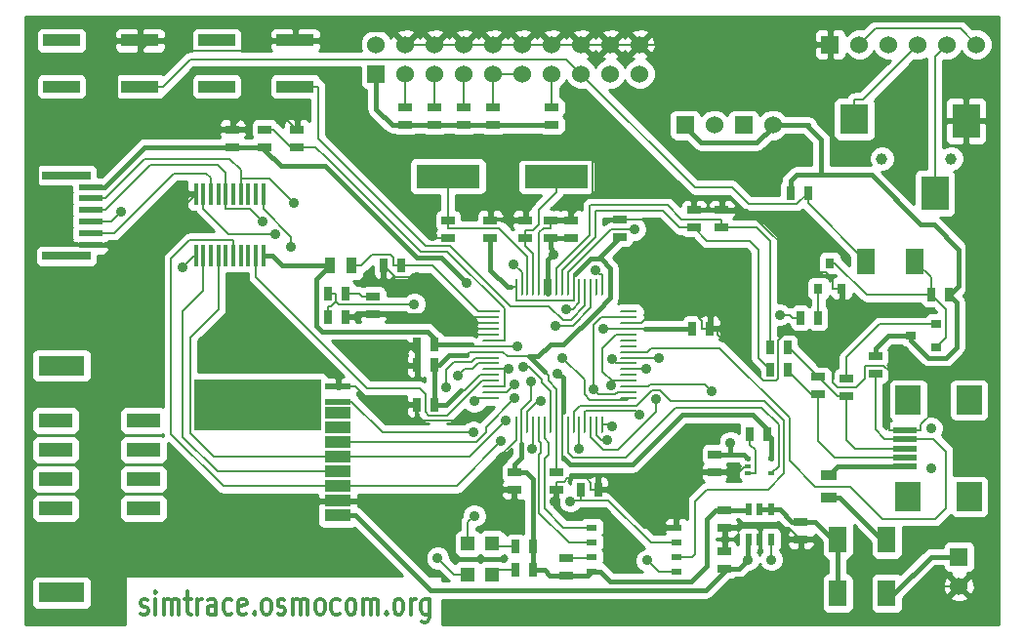
<source format=gtl>
G04 (created by PCBNEW-RS274X (2011-05-25)-stable) date Sat 05 Nov 2011 21:28:24 CET*
G01*
G70*
G90*
%MOIN*%
G04 Gerber Fmt 3.4, Leading zero omitted, Abs format*
%FSLAX34Y34*%
G04 APERTURE LIST*
%ADD10C,0.006000*%
%ADD11C,0.012000*%
%ADD12R,0.025000X0.045000*%
%ADD13R,0.045000X0.025000*%
%ADD14R,0.035000X0.055000*%
%ADD15R,0.055000X0.035000*%
%ADD16R,0.060000X0.009800*%
%ADD17O,0.060000X0.009800*%
%ADD18O,0.009800X0.060000*%
%ADD19R,0.060000X0.060000*%
%ADD20C,0.060000*%
%ADD21R,0.031500X0.035400*%
%ADD22R,0.035400X0.031500*%
%ADD23R,0.126000X0.039400*%
%ADD24C,0.035400*%
%ADD25R,0.078700X0.019700*%
%ADD26R,0.086600X0.098400*%
%ADD27R,0.090600X0.039400*%
%ADD28R,0.090600X0.019700*%
%ADD29R,0.118100X0.047200*%
%ADD30R,0.433100X0.173200*%
%ADD31R,0.157500X0.066900*%
%ADD32R,0.016000X0.074800*%
%ADD33R,0.020000X0.012000*%
%ADD34R,0.023600X0.043300*%
%ADD35R,0.059800X0.090600*%
%ADD36R,0.037900X0.019700*%
%ADD37R,0.047200X0.047200*%
%ADD38R,0.094500X0.116100*%
%ADD39R,0.094500X0.104300*%
%ADD40C,0.039400*%
%ADD41R,0.216500X0.078700*%
%ADD42R,0.078700X0.023600*%
%ADD43R,0.165400X0.027600*%
%ADD44C,0.035000*%
%ADD45C,0.016000*%
%ADD46C,0.008000*%
%ADD47C,0.010000*%
G04 APERTURE END LIST*
G54D10*
G54D11*
X18657Y-55636D02*
X18714Y-55674D01*
X18829Y-55674D01*
X18886Y-55636D01*
X18914Y-55560D01*
X18914Y-55521D01*
X18886Y-55445D01*
X18829Y-55407D01*
X18743Y-55407D01*
X18686Y-55369D01*
X18657Y-55293D01*
X18657Y-55255D01*
X18686Y-55179D01*
X18743Y-55140D01*
X18829Y-55140D01*
X18886Y-55179D01*
X19172Y-55674D02*
X19172Y-55140D01*
X19172Y-54874D02*
X19143Y-54912D01*
X19172Y-54950D01*
X19200Y-54912D01*
X19172Y-54874D01*
X19172Y-54950D01*
X19458Y-55674D02*
X19458Y-55140D01*
X19458Y-55217D02*
X19486Y-55179D01*
X19544Y-55140D01*
X19629Y-55140D01*
X19686Y-55179D01*
X19715Y-55255D01*
X19715Y-55674D01*
X19715Y-55255D02*
X19744Y-55179D01*
X19801Y-55140D01*
X19886Y-55140D01*
X19944Y-55179D01*
X19972Y-55255D01*
X19972Y-55674D01*
X20172Y-55140D02*
X20401Y-55140D01*
X20258Y-54874D02*
X20258Y-55560D01*
X20286Y-55636D01*
X20344Y-55674D01*
X20401Y-55674D01*
X20601Y-55674D02*
X20601Y-55140D01*
X20601Y-55293D02*
X20629Y-55217D01*
X20658Y-55179D01*
X20715Y-55140D01*
X20772Y-55140D01*
X21229Y-55674D02*
X21229Y-55255D01*
X21200Y-55179D01*
X21143Y-55140D01*
X21029Y-55140D01*
X20972Y-55179D01*
X21229Y-55636D02*
X21172Y-55674D01*
X21029Y-55674D01*
X20972Y-55636D01*
X20943Y-55560D01*
X20943Y-55483D01*
X20972Y-55407D01*
X21029Y-55369D01*
X21172Y-55369D01*
X21229Y-55331D01*
X21772Y-55636D02*
X21715Y-55674D01*
X21601Y-55674D01*
X21543Y-55636D01*
X21515Y-55598D01*
X21486Y-55521D01*
X21486Y-55293D01*
X21515Y-55217D01*
X21543Y-55179D01*
X21601Y-55140D01*
X21715Y-55140D01*
X21772Y-55179D01*
X22257Y-55636D02*
X22200Y-55674D01*
X22086Y-55674D01*
X22029Y-55636D01*
X22000Y-55560D01*
X22000Y-55255D01*
X22029Y-55179D01*
X22086Y-55140D01*
X22200Y-55140D01*
X22257Y-55179D01*
X22286Y-55255D01*
X22286Y-55331D01*
X22000Y-55407D01*
X22543Y-55598D02*
X22571Y-55636D01*
X22543Y-55674D01*
X22514Y-55636D01*
X22543Y-55598D01*
X22543Y-55674D01*
X22915Y-55674D02*
X22857Y-55636D01*
X22829Y-55598D01*
X22800Y-55521D01*
X22800Y-55293D01*
X22829Y-55217D01*
X22857Y-55179D01*
X22915Y-55140D01*
X23000Y-55140D01*
X23057Y-55179D01*
X23086Y-55217D01*
X23115Y-55293D01*
X23115Y-55521D01*
X23086Y-55598D01*
X23057Y-55636D01*
X23000Y-55674D01*
X22915Y-55674D01*
X23343Y-55636D02*
X23400Y-55674D01*
X23515Y-55674D01*
X23572Y-55636D01*
X23600Y-55560D01*
X23600Y-55521D01*
X23572Y-55445D01*
X23515Y-55407D01*
X23429Y-55407D01*
X23372Y-55369D01*
X23343Y-55293D01*
X23343Y-55255D01*
X23372Y-55179D01*
X23429Y-55140D01*
X23515Y-55140D01*
X23572Y-55179D01*
X23858Y-55674D02*
X23858Y-55140D01*
X23858Y-55217D02*
X23886Y-55179D01*
X23944Y-55140D01*
X24029Y-55140D01*
X24086Y-55179D01*
X24115Y-55255D01*
X24115Y-55674D01*
X24115Y-55255D02*
X24144Y-55179D01*
X24201Y-55140D01*
X24286Y-55140D01*
X24344Y-55179D01*
X24372Y-55255D01*
X24372Y-55674D01*
X24744Y-55674D02*
X24686Y-55636D01*
X24658Y-55598D01*
X24629Y-55521D01*
X24629Y-55293D01*
X24658Y-55217D01*
X24686Y-55179D01*
X24744Y-55140D01*
X24829Y-55140D01*
X24886Y-55179D01*
X24915Y-55217D01*
X24944Y-55293D01*
X24944Y-55521D01*
X24915Y-55598D01*
X24886Y-55636D01*
X24829Y-55674D01*
X24744Y-55674D01*
X25458Y-55636D02*
X25401Y-55674D01*
X25287Y-55674D01*
X25229Y-55636D01*
X25201Y-55598D01*
X25172Y-55521D01*
X25172Y-55293D01*
X25201Y-55217D01*
X25229Y-55179D01*
X25287Y-55140D01*
X25401Y-55140D01*
X25458Y-55179D01*
X25801Y-55674D02*
X25743Y-55636D01*
X25715Y-55598D01*
X25686Y-55521D01*
X25686Y-55293D01*
X25715Y-55217D01*
X25743Y-55179D01*
X25801Y-55140D01*
X25886Y-55140D01*
X25943Y-55179D01*
X25972Y-55217D01*
X26001Y-55293D01*
X26001Y-55521D01*
X25972Y-55598D01*
X25943Y-55636D01*
X25886Y-55674D01*
X25801Y-55674D01*
X26258Y-55674D02*
X26258Y-55140D01*
X26258Y-55217D02*
X26286Y-55179D01*
X26344Y-55140D01*
X26429Y-55140D01*
X26486Y-55179D01*
X26515Y-55255D01*
X26515Y-55674D01*
X26515Y-55255D02*
X26544Y-55179D01*
X26601Y-55140D01*
X26686Y-55140D01*
X26744Y-55179D01*
X26772Y-55255D01*
X26772Y-55674D01*
X27058Y-55598D02*
X27086Y-55636D01*
X27058Y-55674D01*
X27029Y-55636D01*
X27058Y-55598D01*
X27058Y-55674D01*
X27430Y-55674D02*
X27372Y-55636D01*
X27344Y-55598D01*
X27315Y-55521D01*
X27315Y-55293D01*
X27344Y-55217D01*
X27372Y-55179D01*
X27430Y-55140D01*
X27515Y-55140D01*
X27572Y-55179D01*
X27601Y-55217D01*
X27630Y-55293D01*
X27630Y-55521D01*
X27601Y-55598D01*
X27572Y-55636D01*
X27515Y-55674D01*
X27430Y-55674D01*
X27887Y-55674D02*
X27887Y-55140D01*
X27887Y-55293D02*
X27915Y-55217D01*
X27944Y-55179D01*
X28001Y-55140D01*
X28058Y-55140D01*
X28515Y-55140D02*
X28515Y-55788D01*
X28486Y-55864D01*
X28458Y-55902D01*
X28401Y-55940D01*
X28315Y-55940D01*
X28258Y-55902D01*
X28515Y-55636D02*
X28458Y-55674D01*
X28344Y-55674D01*
X28286Y-55636D01*
X28258Y-55598D01*
X28229Y-55521D01*
X28229Y-55293D01*
X28258Y-55217D01*
X28286Y-55179D01*
X28344Y-55140D01*
X28458Y-55140D01*
X28515Y-55179D01*
G54D12*
X33687Y-51400D03*
X34287Y-51400D03*
X41795Y-45537D03*
X41195Y-45537D03*
X32050Y-53350D03*
X31450Y-53350D03*
X32050Y-54150D03*
X31450Y-54150D03*
X40842Y-41267D03*
X41442Y-41267D03*
X25050Y-44700D03*
X25650Y-44700D03*
X40150Y-46550D03*
X40750Y-46550D03*
X40150Y-47300D03*
X40750Y-47300D03*
G54D13*
X32700Y-38350D03*
X32700Y-38950D03*
X30700Y-38350D03*
X30700Y-38950D03*
X29700Y-38350D03*
X29700Y-38950D03*
X28700Y-38350D03*
X28700Y-38950D03*
X27700Y-38350D03*
X27700Y-38950D03*
X42750Y-48200D03*
X42750Y-47600D03*
X43750Y-47450D03*
X43750Y-46850D03*
G54D12*
X46250Y-44750D03*
X45650Y-44750D03*
X27551Y-43763D03*
X26951Y-43763D03*
G54D13*
X38600Y-52100D03*
X38600Y-52700D03*
X38600Y-54100D03*
X38600Y-53500D03*
X35015Y-42785D03*
X35015Y-42185D03*
X32850Y-50800D03*
X32850Y-51400D03*
X29150Y-42200D03*
X29150Y-42800D03*
X31800Y-42800D03*
X31800Y-42200D03*
G54D12*
X28700Y-48500D03*
X28100Y-48500D03*
G54D13*
X30600Y-42800D03*
X30600Y-42200D03*
X41200Y-52500D03*
X41200Y-53100D03*
X38500Y-42450D03*
X38500Y-41850D03*
G54D12*
X28700Y-47150D03*
X28100Y-47150D03*
G54D13*
X37550Y-42450D03*
X37550Y-41850D03*
G54D12*
X25650Y-45500D03*
X25050Y-45500D03*
G54D13*
X33350Y-42800D03*
X33350Y-42200D03*
G54D12*
X37500Y-45900D03*
X38100Y-45900D03*
G54D13*
X26600Y-45400D03*
X26600Y-44800D03*
X41800Y-48150D03*
X41800Y-47550D03*
X31420Y-50809D03*
X31420Y-51409D03*
X32647Y-42804D03*
X32647Y-42204D03*
G54D12*
X28700Y-46450D03*
X28100Y-46450D03*
G54D14*
X25870Y-43753D03*
X25120Y-43753D03*
G54D15*
X42150Y-50925D03*
X42150Y-51675D03*
G54D16*
X30639Y-45324D03*
G54D17*
X30639Y-45521D03*
X30639Y-45718D03*
X30639Y-45915D03*
X30639Y-46112D03*
X30639Y-46308D03*
X30639Y-46505D03*
X30639Y-46702D03*
X30639Y-46899D03*
X30639Y-47096D03*
X30639Y-47293D03*
X30639Y-47489D03*
X30639Y-47686D03*
X30639Y-47883D03*
X30639Y-48080D03*
X30639Y-48277D03*
G54D18*
X31474Y-49175D03*
X31671Y-49175D03*
X31868Y-49175D03*
X32065Y-49175D03*
X32262Y-49175D03*
X32458Y-49175D03*
X32655Y-49175D03*
X32852Y-49175D03*
X33049Y-49175D03*
X33246Y-49175D03*
X33443Y-49175D03*
X33639Y-49175D03*
X33836Y-49175D03*
X34033Y-49175D03*
X34230Y-49175D03*
X34427Y-49175D03*
G54D17*
X35325Y-48277D03*
X35325Y-48080D03*
X35325Y-47883D03*
X35325Y-47686D03*
X35325Y-47489D03*
X35325Y-47293D03*
X35325Y-47096D03*
X35325Y-46899D03*
X35325Y-46702D03*
X35325Y-46505D03*
X35325Y-46308D03*
X35325Y-46112D03*
X35325Y-45915D03*
X35325Y-45718D03*
X35325Y-45521D03*
X35325Y-45324D03*
G54D18*
X34427Y-44489D03*
X34230Y-44489D03*
X33836Y-44489D03*
X34033Y-44482D03*
X33639Y-44489D03*
X33443Y-44489D03*
X33246Y-44489D03*
X33049Y-44489D03*
X32852Y-44489D03*
X32655Y-44489D03*
X32461Y-44489D03*
X32264Y-44489D03*
X32067Y-44489D03*
X31870Y-44489D03*
X31674Y-44489D03*
X31477Y-44489D03*
G54D19*
X42200Y-36200D03*
G54D20*
X43200Y-36200D03*
X44200Y-36200D03*
X45200Y-36200D03*
X46200Y-36200D03*
X47200Y-36200D03*
G54D21*
X41806Y-44533D03*
X42594Y-44533D03*
X42200Y-43667D03*
G54D22*
X45833Y-46544D03*
X45833Y-45756D03*
X44967Y-46150D03*
G54D23*
X18639Y-36063D03*
X18639Y-37637D03*
X15961Y-37637D03*
X15961Y-36063D03*
X23939Y-36063D03*
X23939Y-37637D03*
X21261Y-37637D03*
X21261Y-36063D03*
G54D24*
X45650Y-50689D03*
X45650Y-49311D03*
G54D25*
X44764Y-50315D03*
X44764Y-50000D03*
X44764Y-49685D03*
X44764Y-49370D03*
X44764Y-50630D03*
G54D26*
X44863Y-51654D03*
X44863Y-48346D03*
X46949Y-51654D03*
X46949Y-48346D03*
G54D27*
X25403Y-52294D03*
X25403Y-51794D03*
X25403Y-50794D03*
X25403Y-51294D03*
X25403Y-50294D03*
X25403Y-49794D03*
X25403Y-49294D03*
X25403Y-48794D03*
G54D28*
X25403Y-48400D03*
X25403Y-47889D03*
G54D29*
X15757Y-51050D03*
X15757Y-49050D03*
X15757Y-50050D03*
X15757Y-52050D03*
X18757Y-52050D03*
X18757Y-51050D03*
X18757Y-50050D03*
X18757Y-49050D03*
G54D30*
X22659Y-48503D03*
G54D31*
X15954Y-47172D03*
X15954Y-54928D03*
G54D32*
X22850Y-41300D03*
X22600Y-41300D03*
X22340Y-41300D03*
X22080Y-41300D03*
X21830Y-41300D03*
X21570Y-41300D03*
X21310Y-41300D03*
X21060Y-41300D03*
X20800Y-41300D03*
X20550Y-41300D03*
X20550Y-43400D03*
X20800Y-43400D03*
X21060Y-43400D03*
X21310Y-43400D03*
X21570Y-43400D03*
X21830Y-43400D03*
X22080Y-43400D03*
X22340Y-43400D03*
X22600Y-43400D03*
X22850Y-43400D03*
G54D12*
X40050Y-49500D03*
X39450Y-49500D03*
G54D13*
X24000Y-39100D03*
X24000Y-39700D03*
X22900Y-39700D03*
X22900Y-39100D03*
X21800Y-39100D03*
X21800Y-39700D03*
X38250Y-50200D03*
X38250Y-50800D03*
G54D33*
X39400Y-50350D03*
X39400Y-50850D03*
X40200Y-50350D03*
X39400Y-50600D03*
X40200Y-50850D03*
G54D34*
X39426Y-53112D03*
X39800Y-53112D03*
X40174Y-53112D03*
X39426Y-52088D03*
X39800Y-52088D03*
X40174Y-52088D03*
G54D35*
X45089Y-43600D03*
X43411Y-43600D03*
G54D19*
X46600Y-53700D03*
G54D20*
X46600Y-54700D03*
G54D35*
X44139Y-53100D03*
X42461Y-53100D03*
X44139Y-54950D03*
X42461Y-54950D03*
G54D36*
X36955Y-52700D03*
X36955Y-54200D03*
X36955Y-53700D03*
X36955Y-53200D03*
X34045Y-54200D03*
X34045Y-53700D03*
X34046Y-53200D03*
X34045Y-52700D03*
G54D37*
X30663Y-53250D03*
X29837Y-53250D03*
X30663Y-54300D03*
X29837Y-54300D03*
G54D19*
X26700Y-37200D03*
G54D20*
X26700Y-36200D03*
X27700Y-37200D03*
X27700Y-36200D03*
X28700Y-37200D03*
X28700Y-36200D03*
X29700Y-37200D03*
X29700Y-36200D03*
X30700Y-37200D03*
X30700Y-36200D03*
X31700Y-37200D03*
X31700Y-36200D03*
X32700Y-37200D03*
X32700Y-36200D03*
X33700Y-37200D03*
X33700Y-36200D03*
X34700Y-37200D03*
X34700Y-36200D03*
X35700Y-37200D03*
X35700Y-36200D03*
G54D19*
X37250Y-38950D03*
G54D20*
X38250Y-38950D03*
G54D19*
X39250Y-38950D03*
G54D20*
X40250Y-38950D03*
G54D38*
X46843Y-38811D03*
X45780Y-41281D03*
G54D39*
X43024Y-38752D03*
G54D40*
X46331Y-40100D03*
X43969Y-40100D03*
G54D41*
X32850Y-40700D03*
X29150Y-40700D03*
G54D13*
X33178Y-53736D03*
X33178Y-54336D03*
G54D42*
X16947Y-41066D03*
X16947Y-41459D03*
X16947Y-41853D03*
X16947Y-42247D03*
X16947Y-42641D03*
X16947Y-43034D03*
G54D43*
X16120Y-40672D03*
X16120Y-43428D03*
G54D44*
X34742Y-46956D03*
X22816Y-42245D03*
X31421Y-47811D03*
X35910Y-47293D03*
X31131Y-49039D03*
X34737Y-47832D03*
X35965Y-53828D03*
X33639Y-50003D03*
X36268Y-48322D03*
X35682Y-48858D03*
X20100Y-43800D03*
X18000Y-41900D03*
X31217Y-47293D03*
X23261Y-42681D03*
X31426Y-48290D03*
X34128Y-47979D03*
X29500Y-47500D03*
X30050Y-52300D03*
X29100Y-47900D03*
X28800Y-53750D03*
X23892Y-41603D03*
X31733Y-47209D03*
X30973Y-49764D03*
X34764Y-49247D03*
X23802Y-43110D03*
X30055Y-48393D03*
X38147Y-48037D03*
X40200Y-53800D03*
X30013Y-49446D03*
X34597Y-49724D03*
X33174Y-45257D03*
X33063Y-46911D03*
X34193Y-43899D03*
X36353Y-46899D03*
X32812Y-45800D03*
X32900Y-47435D03*
X29777Y-44364D03*
X39400Y-53800D03*
X38800Y-49800D03*
X32018Y-50002D03*
X33332Y-51799D03*
X34468Y-45915D03*
X32772Y-43374D03*
X31986Y-47726D03*
X31514Y-46505D03*
X28618Y-42765D03*
X28093Y-44156D03*
X31150Y-51924D03*
X32784Y-51816D03*
X27696Y-46611D03*
X29830Y-48992D03*
X35524Y-42509D03*
X32321Y-48367D03*
X40475Y-45434D03*
X31400Y-43700D03*
X27997Y-45069D03*
G54D45*
X31189Y-44489D02*
X31289Y-44489D01*
X30600Y-42800D02*
X30600Y-43900D01*
X30600Y-43900D02*
X31189Y-44489D01*
G54D46*
X30639Y-47489D02*
X30247Y-47489D01*
G54D45*
X29100Y-48500D02*
X29600Y-48000D01*
X29100Y-48500D02*
X28700Y-48500D01*
G54D46*
X29736Y-48000D02*
X29600Y-48000D01*
X30247Y-47489D02*
X29736Y-48000D01*
X30639Y-46702D02*
X29898Y-46702D01*
G54D45*
X28850Y-47150D02*
X29200Y-46800D01*
X29200Y-46800D02*
X29800Y-46800D01*
X28850Y-47150D02*
X28700Y-47150D01*
G54D46*
X29898Y-46702D02*
X29800Y-46800D01*
G54D45*
X28700Y-48500D02*
X28700Y-47150D01*
X31950Y-46862D02*
X31950Y-46880D01*
X31950Y-46880D02*
X32443Y-47373D01*
X32443Y-47373D02*
X32443Y-47398D01*
X32443Y-47398D02*
X32443Y-47373D01*
X34251Y-45299D02*
X33100Y-46450D01*
X34375Y-43525D02*
X34700Y-43850D01*
X34700Y-43850D02*
X34700Y-44850D01*
X34700Y-44850D02*
X34251Y-45299D01*
X34275Y-43525D02*
X34375Y-43525D01*
X32238Y-46862D02*
X31950Y-46862D01*
X31950Y-46862D02*
X31932Y-46862D01*
X32650Y-46450D02*
X32238Y-46862D01*
X33100Y-46450D02*
X32650Y-46450D01*
X34275Y-43525D02*
X34012Y-43525D01*
X34012Y-43525D02*
X33478Y-44059D01*
X34275Y-43525D02*
X35015Y-42785D01*
G54D46*
X32852Y-49396D02*
X32852Y-49618D01*
X32850Y-50800D02*
X32850Y-50532D01*
X32852Y-50530D02*
X32850Y-50532D01*
X32852Y-49618D02*
X32852Y-50530D01*
X33443Y-44932D02*
X31477Y-44932D01*
X31477Y-44489D02*
X31477Y-44932D01*
X31289Y-44489D02*
X31477Y-44489D01*
X33443Y-44710D02*
X33443Y-44932D01*
X33443Y-44710D02*
X33443Y-44489D01*
X32852Y-49396D02*
X32852Y-49175D01*
X32581Y-47511D02*
X32443Y-47373D01*
X32852Y-49175D02*
X32852Y-47968D01*
X32852Y-47968D02*
X32581Y-47697D01*
X32581Y-47697D02*
X32581Y-47511D01*
X32443Y-47373D02*
X32281Y-47210D01*
X31040Y-46702D02*
X30639Y-46702D01*
X31932Y-46862D02*
X31200Y-46862D01*
X31200Y-46862D02*
X31040Y-46702D01*
X32281Y-47210D02*
X31932Y-46862D01*
X34273Y-43527D02*
X34275Y-43525D01*
X34272Y-43527D02*
X34273Y-43527D01*
X33478Y-44103D02*
X34054Y-43527D01*
X34054Y-43527D02*
X34272Y-43527D01*
X33443Y-44138D02*
X33478Y-44103D01*
X33443Y-44489D02*
X33443Y-44138D01*
X41442Y-41267D02*
X41442Y-41631D01*
X41442Y-41631D02*
X43411Y-43600D01*
X34882Y-47096D02*
X34742Y-46956D01*
X35325Y-47096D02*
X34882Y-47096D01*
X18639Y-37637D02*
X19412Y-37637D01*
X33200Y-36700D02*
X33700Y-37200D01*
X20349Y-36700D02*
X33200Y-36700D01*
X19412Y-37637D02*
X20349Y-36700D01*
X41073Y-41636D02*
X41442Y-41267D01*
X39417Y-41636D02*
X41073Y-41636D01*
X38865Y-41084D02*
X39417Y-41636D01*
X37584Y-41084D02*
X38865Y-41084D01*
X33700Y-37200D02*
X37584Y-41084D01*
X44764Y-49685D02*
X45735Y-49685D01*
X36091Y-46580D02*
X35969Y-46702D01*
X38439Y-46580D02*
X36091Y-46580D01*
X40824Y-48965D02*
X38439Y-46580D01*
X40824Y-49965D02*
X40824Y-48965D01*
X35969Y-46702D02*
X35325Y-46702D01*
X40824Y-50424D02*
X40824Y-49965D01*
X41700Y-51300D02*
X40824Y-50424D01*
X42900Y-51300D02*
X41700Y-51300D01*
X44000Y-52400D02*
X42900Y-51300D01*
X45800Y-52400D02*
X44000Y-52400D01*
X46150Y-52050D02*
X45800Y-52400D01*
X46150Y-50100D02*
X46150Y-52050D01*
X45735Y-49685D02*
X46150Y-50100D01*
X44072Y-49685D02*
X44764Y-49685D01*
X43750Y-49363D02*
X44072Y-49685D01*
X43750Y-47450D02*
X43750Y-49363D01*
X23939Y-37637D02*
X24712Y-37637D01*
X24712Y-39410D02*
X24712Y-37637D01*
X28391Y-43089D02*
X24712Y-39410D01*
X29239Y-43089D02*
X28391Y-43089D01*
X31291Y-45141D02*
X29239Y-43089D01*
X32606Y-45141D02*
X31291Y-45141D01*
X33082Y-45617D02*
X32606Y-45141D01*
X33341Y-45617D02*
X33082Y-45617D01*
X33836Y-45122D02*
X33341Y-45617D01*
X33836Y-44489D02*
X33836Y-45122D01*
X16947Y-41853D02*
X17447Y-41853D01*
X21570Y-40570D02*
X21570Y-41300D01*
X21300Y-40300D02*
X21570Y-40570D01*
X19000Y-40300D02*
X21300Y-40300D01*
X17447Y-41853D02*
X19000Y-40300D01*
X31152Y-48080D02*
X30639Y-48080D01*
X31421Y-47811D02*
X31152Y-48080D01*
X21570Y-41300D02*
X21570Y-41817D01*
X22388Y-41817D02*
X22816Y-42245D01*
X21570Y-41817D02*
X22388Y-41817D01*
X35325Y-47293D02*
X35910Y-47293D01*
X35325Y-46112D02*
X34882Y-46112D01*
X21152Y-50294D02*
X25403Y-50294D01*
X20349Y-49491D02*
X21152Y-50294D01*
X20349Y-46201D02*
X20349Y-49491D01*
X21310Y-45240D02*
X20349Y-46201D01*
X21310Y-43400D02*
X21310Y-45240D01*
X34742Y-47686D02*
X35325Y-47686D01*
X34423Y-46571D02*
X34882Y-46112D01*
X34423Y-47367D02*
X34423Y-46571D01*
X34742Y-47686D02*
X34423Y-47367D01*
X29876Y-50294D02*
X25403Y-50294D01*
X31131Y-49039D02*
X29876Y-50294D01*
X34742Y-47827D02*
X34737Y-47832D01*
X34742Y-47686D02*
X34742Y-47827D01*
X36483Y-54212D02*
X36943Y-54212D01*
X33639Y-49175D02*
X33639Y-50003D01*
X35965Y-53828D02*
X36349Y-54212D01*
X36349Y-54212D02*
X36483Y-54212D01*
X36943Y-54212D02*
X36955Y-54200D01*
X37050Y-42450D02*
X37550Y-42450D01*
X36474Y-41874D02*
X37050Y-42450D01*
X34202Y-41874D02*
X36474Y-41874D01*
X34180Y-41896D02*
X34202Y-41874D01*
X34180Y-42782D02*
X34180Y-41896D01*
X33049Y-43913D02*
X34180Y-42782D01*
X33049Y-44489D02*
X33049Y-43913D01*
X39750Y-46900D02*
X40150Y-47300D01*
X39750Y-43200D02*
X39750Y-46900D01*
X39450Y-42900D02*
X39750Y-43200D01*
X38000Y-42900D02*
X39450Y-42900D01*
X37550Y-42450D02*
X38000Y-42900D01*
X40150Y-42900D02*
X40150Y-46550D01*
X39700Y-42450D02*
X40150Y-42900D01*
X38500Y-42450D02*
X39700Y-42450D01*
X32852Y-43851D02*
X32852Y-44489D01*
X33997Y-42706D02*
X32852Y-43851D01*
X33997Y-41703D02*
X33997Y-42706D01*
X34009Y-41691D02*
X33997Y-41703D01*
X36641Y-41691D02*
X34009Y-41691D01*
X37132Y-42182D02*
X36641Y-41691D01*
X38500Y-42182D02*
X37132Y-42182D01*
X38500Y-42450D02*
X38500Y-42182D01*
X43312Y-38088D02*
X45200Y-36200D01*
X43024Y-38088D02*
X43312Y-38088D01*
X43024Y-38752D02*
X43024Y-38088D01*
X34033Y-49175D02*
X34033Y-49618D01*
X36268Y-48732D02*
X36268Y-48322D01*
X34943Y-50057D02*
X36268Y-48732D01*
X34472Y-50057D02*
X34943Y-50057D01*
X34033Y-49618D02*
X34472Y-50057D01*
X45780Y-36620D02*
X46200Y-36200D01*
X45780Y-41281D02*
X45780Y-36620D01*
X35551Y-48727D02*
X35682Y-48858D01*
X33858Y-48727D02*
X35551Y-48727D01*
X33836Y-48749D02*
X33858Y-48727D01*
X33836Y-49175D02*
X33836Y-48749D01*
X20550Y-43400D02*
X20500Y-43400D01*
X20500Y-43400D02*
X20100Y-43800D01*
X16947Y-42247D02*
X17653Y-42247D01*
X17653Y-42247D02*
X18000Y-41900D01*
X30639Y-47293D02*
X31082Y-47293D01*
X31082Y-47293D02*
X31082Y-47883D01*
X30639Y-47883D02*
X31082Y-47883D01*
X31082Y-47293D02*
X31217Y-47293D01*
X35325Y-45521D02*
X34379Y-45521D01*
X34379Y-45521D02*
X34128Y-45772D01*
X20800Y-41300D02*
X20800Y-41817D01*
X25403Y-49794D02*
X25999Y-49794D01*
X21664Y-42681D02*
X23261Y-42681D01*
X20800Y-41817D02*
X21664Y-42681D01*
X30116Y-49794D02*
X25999Y-49794D01*
X30447Y-49463D02*
X30116Y-49794D01*
X30447Y-49269D02*
X30447Y-49463D01*
X31426Y-48290D02*
X30447Y-49269D01*
X34945Y-48080D02*
X35325Y-48080D01*
X34872Y-48153D02*
X34945Y-48080D01*
X34302Y-48153D02*
X34872Y-48153D01*
X34128Y-47979D02*
X34302Y-48153D01*
X34128Y-45772D02*
X34128Y-47979D01*
X30308Y-47686D02*
X30639Y-47686D01*
X29125Y-48869D02*
X30308Y-47686D01*
X28493Y-48869D02*
X29125Y-48869D01*
X28388Y-48764D02*
X28493Y-48869D01*
X28388Y-48140D02*
X28388Y-48764D01*
X28184Y-47936D02*
X28388Y-48140D01*
X26387Y-47936D02*
X28184Y-47936D01*
X22600Y-44149D02*
X26387Y-47936D01*
X22600Y-43400D02*
X22600Y-44149D01*
X29714Y-47286D02*
X29985Y-47286D01*
X29500Y-47500D02*
X29714Y-47286D01*
X29837Y-53250D02*
X29837Y-52513D01*
X29837Y-52513D02*
X30050Y-52300D01*
X29931Y-52419D02*
X30050Y-52300D01*
X30175Y-47096D02*
X30639Y-47096D01*
X29985Y-47286D02*
X30175Y-47096D01*
X29953Y-47052D02*
X29348Y-47052D01*
X29100Y-47300D02*
X29100Y-47900D01*
X29348Y-47052D02*
X29100Y-47300D01*
X29837Y-54300D02*
X29350Y-54300D01*
X29350Y-54300D02*
X28800Y-53750D01*
X29350Y-54300D02*
X28800Y-53750D01*
X29953Y-47052D02*
X30106Y-46899D01*
X30106Y-46899D02*
X30639Y-46899D01*
X38200Y-51400D02*
X38000Y-51400D01*
X38000Y-51400D02*
X37600Y-51800D01*
X37600Y-51800D02*
X37600Y-53600D01*
X36955Y-53700D02*
X37500Y-53700D01*
X40096Y-51400D02*
X40640Y-50856D01*
X38200Y-51400D02*
X40096Y-51400D01*
X37500Y-53700D02*
X37600Y-53600D01*
X40640Y-49300D02*
X40640Y-49040D01*
X39968Y-48368D02*
X36765Y-48368D01*
X40640Y-49040D02*
X39968Y-48368D01*
X40640Y-49300D02*
X40640Y-50856D01*
X36401Y-48004D02*
X36765Y-48368D01*
X36137Y-48004D02*
X36401Y-48004D01*
X35606Y-48535D02*
X36137Y-48004D01*
X33650Y-48535D02*
X35606Y-48535D01*
X33443Y-48742D02*
X33650Y-48535D01*
X33443Y-49175D02*
X33443Y-48742D01*
X32458Y-49175D02*
X32458Y-49658D01*
X33100Y-52700D02*
X34045Y-52700D01*
X32453Y-52053D02*
X33100Y-52700D01*
X32453Y-50350D02*
X32453Y-52053D01*
X32600Y-50203D02*
X32453Y-50350D01*
X32600Y-49800D02*
X32600Y-50203D01*
X32458Y-49658D02*
X32600Y-49800D01*
X16947Y-41459D02*
X17441Y-41459D01*
X22080Y-40480D02*
X22080Y-41300D01*
X21700Y-40100D02*
X22080Y-40480D01*
X18800Y-40100D02*
X21700Y-40100D01*
X17441Y-41459D02*
X18800Y-40100D01*
X22090Y-40782D02*
X22080Y-40792D01*
X23071Y-40782D02*
X22090Y-40782D01*
X23892Y-41603D02*
X23071Y-40782D01*
X22080Y-41300D02*
X22080Y-40792D01*
X31940Y-47209D02*
X31733Y-47209D01*
X32365Y-47634D02*
X31940Y-47209D01*
X32365Y-47742D02*
X32365Y-47634D01*
X32655Y-48032D02*
X32365Y-47742D01*
X32655Y-49175D02*
X32655Y-48032D01*
X25403Y-51294D02*
X21494Y-51294D01*
X21494Y-51294D02*
X19700Y-49500D01*
X19700Y-49500D02*
X19700Y-43523D01*
X19700Y-43523D02*
X20340Y-42883D01*
X21830Y-43400D02*
X21830Y-42883D01*
X21830Y-42883D02*
X20340Y-42883D01*
X29443Y-51294D02*
X30973Y-49764D01*
X25403Y-51294D02*
X29443Y-51294D01*
X34692Y-49175D02*
X34764Y-49247D01*
X34427Y-49175D02*
X34692Y-49175D01*
X33276Y-53212D02*
X34034Y-53212D01*
X33276Y-53212D02*
X32271Y-52207D01*
X32271Y-52207D02*
X32271Y-50200D01*
X32271Y-50200D02*
X32336Y-50135D01*
X32336Y-50135D02*
X32336Y-49823D01*
X32336Y-49823D02*
X32262Y-49749D01*
X32262Y-49749D02*
X32262Y-49618D01*
X32262Y-49175D02*
X32262Y-49618D01*
X34034Y-53212D02*
X34046Y-53200D01*
X30639Y-48277D02*
X30196Y-48277D01*
X22850Y-41300D02*
X22850Y-41817D01*
X23801Y-43110D02*
X23802Y-43110D01*
X23801Y-42768D02*
X23801Y-43110D01*
X22850Y-41817D02*
X23801Y-42768D01*
X30080Y-48393D02*
X30055Y-48393D01*
X30196Y-48277D02*
X30080Y-48393D01*
X38147Y-48037D02*
X37931Y-47821D01*
X37931Y-47821D02*
X36059Y-47821D01*
X36059Y-47821D02*
X35997Y-47883D01*
X35997Y-47883D02*
X35325Y-47883D01*
X40174Y-53112D02*
X40174Y-53774D01*
X40174Y-53774D02*
X40200Y-53800D01*
X34400Y-49724D02*
X34597Y-49724D01*
X34230Y-49554D02*
X34400Y-49724D01*
X34230Y-49175D02*
X34230Y-49554D01*
X26907Y-49446D02*
X30013Y-49446D01*
X25861Y-48400D02*
X26907Y-49446D01*
X25403Y-48400D02*
X25861Y-48400D01*
X31700Y-37200D02*
X30700Y-37200D01*
X33639Y-44489D02*
X33639Y-45025D01*
X33639Y-45025D02*
X33407Y-45257D01*
X33407Y-45257D02*
X33174Y-45257D01*
X30700Y-37200D02*
X30700Y-38350D01*
X28700Y-37200D02*
X28700Y-38350D01*
X33809Y-47657D02*
X33063Y-46911D01*
X33809Y-48151D02*
X33809Y-47657D01*
X33995Y-48337D02*
X33809Y-48151D01*
X35265Y-48337D02*
X33995Y-48337D01*
X35325Y-48277D02*
X35265Y-48337D01*
X32700Y-38350D02*
X32700Y-37200D01*
X34340Y-44046D02*
X34193Y-43899D01*
X34427Y-44046D02*
X34340Y-44046D01*
X34427Y-44489D02*
X34427Y-44046D01*
X35325Y-46899D02*
X36353Y-46899D01*
X34033Y-45185D02*
X34033Y-44482D01*
X33418Y-45800D02*
X34033Y-45185D01*
X32812Y-45800D02*
X33418Y-45800D01*
X29700Y-37200D02*
X29700Y-38350D01*
X42200Y-43667D02*
X42367Y-43667D01*
X43450Y-44750D02*
X45650Y-44750D01*
X42367Y-43667D02*
X43450Y-44750D01*
X45650Y-44750D02*
X45650Y-44161D01*
X45650Y-44161D02*
X45089Y-43600D01*
X46154Y-45254D02*
X45650Y-44750D01*
X45833Y-46544D02*
X46154Y-46223D01*
X46154Y-46223D02*
X46154Y-45254D01*
G54D45*
X44139Y-53100D02*
X43950Y-53100D01*
X42525Y-51675D02*
X42150Y-51675D01*
X43950Y-53100D02*
X42525Y-51675D01*
G54D46*
X40444Y-49400D02*
X40444Y-49194D01*
X36939Y-48600D02*
X35218Y-50321D01*
X39850Y-48600D02*
X36939Y-48600D01*
X40444Y-49194D02*
X39850Y-48600D01*
X40444Y-50606D02*
X40200Y-50850D01*
X40444Y-49400D02*
X40444Y-50606D01*
X33422Y-50321D02*
X35218Y-50321D01*
X33246Y-50145D02*
X33422Y-50321D01*
X33246Y-49175D02*
X33246Y-50145D01*
G54D45*
X22900Y-39700D02*
X22900Y-39800D01*
X22900Y-39800D02*
X23450Y-40350D01*
X21800Y-39700D02*
X22900Y-39700D01*
X16947Y-41066D02*
X17434Y-41066D01*
X18800Y-39700D02*
X21800Y-39700D01*
X17434Y-41066D02*
X18800Y-39700D01*
G54D46*
X33049Y-49175D02*
X33049Y-48780D01*
X33049Y-48780D02*
X33074Y-48755D01*
G54D45*
X32900Y-47435D02*
X32935Y-47435D01*
X33074Y-47574D02*
X33074Y-48755D01*
X32935Y-47435D02*
X33074Y-47574D01*
X28907Y-43494D02*
X29777Y-44364D01*
X28090Y-43494D02*
X28907Y-43494D01*
X24946Y-40350D02*
X28090Y-43494D01*
X23450Y-40350D02*
X24946Y-40350D01*
X40200Y-50350D02*
X40200Y-49650D01*
X40200Y-49650D02*
X40050Y-49500D01*
X40050Y-49500D02*
X40050Y-49350D01*
G54D46*
X33049Y-49175D02*
X33049Y-50315D01*
X33049Y-50315D02*
X33074Y-50340D01*
G54D45*
X40050Y-49350D02*
X39550Y-48850D01*
X39550Y-48850D02*
X37150Y-48850D01*
X37150Y-48850D02*
X35450Y-50550D01*
X35450Y-50550D02*
X33309Y-50550D01*
X33309Y-50550D02*
X33074Y-50315D01*
X33074Y-50315D02*
X33074Y-50340D01*
G54D46*
X33049Y-49175D02*
X33049Y-48755D01*
G54D45*
X39400Y-53800D02*
X39400Y-53138D01*
X39400Y-53138D02*
X39426Y-53112D01*
X38800Y-50200D02*
X38800Y-49800D01*
X39100Y-54100D02*
X38600Y-54100D01*
X39400Y-53800D02*
X39100Y-54100D01*
X38600Y-54100D02*
X38600Y-54200D01*
X28562Y-54857D02*
X37943Y-54857D01*
X38600Y-54200D02*
X37943Y-54857D01*
X25403Y-52294D02*
X25999Y-52294D01*
X25999Y-52294D02*
X28562Y-54857D01*
X38250Y-50200D02*
X38800Y-50200D01*
X38800Y-50200D02*
X39250Y-50200D01*
X39250Y-50200D02*
X39400Y-50350D01*
G54D46*
X28562Y-54857D02*
X25999Y-52294D01*
X16947Y-42641D02*
X17759Y-42641D01*
X21060Y-40760D02*
X21060Y-41300D01*
X20900Y-40600D02*
X21060Y-40760D01*
X19800Y-40600D02*
X20900Y-40600D01*
X17759Y-42641D02*
X19800Y-40600D01*
X20800Y-43400D02*
X20800Y-44600D01*
X21294Y-50794D02*
X25403Y-50794D01*
X20100Y-49600D02*
X21294Y-50794D01*
X20100Y-45300D02*
X20100Y-49600D01*
X20800Y-44600D02*
X20100Y-45300D01*
X36483Y-53212D02*
X36943Y-53212D01*
X36483Y-53212D02*
X36077Y-53212D01*
X36077Y-53212D02*
X34633Y-51768D01*
X33687Y-51768D02*
X34633Y-51768D01*
X36943Y-53212D02*
X36955Y-53200D01*
X33687Y-51400D02*
X33687Y-51768D01*
X33363Y-51768D02*
X33687Y-51768D01*
X33332Y-51799D02*
X33363Y-51768D01*
X32065Y-49955D02*
X32018Y-50002D01*
X32065Y-49175D02*
X32065Y-49955D01*
X30639Y-46505D02*
X30005Y-46505D01*
G54D45*
X29900Y-46450D02*
X29950Y-46450D01*
G54D46*
X30005Y-46505D02*
X29950Y-46450D01*
G54D45*
X28700Y-46450D02*
X29900Y-46450D01*
X38600Y-52100D02*
X39414Y-52100D01*
X39414Y-52100D02*
X39426Y-52088D01*
X38600Y-52100D02*
X38300Y-52100D01*
X38000Y-54000D02*
X37450Y-54550D01*
X38000Y-52400D02*
X38000Y-54000D01*
X38300Y-52100D02*
X38000Y-52400D01*
X40250Y-38950D02*
X41400Y-38950D01*
X41400Y-38950D02*
X41450Y-38950D01*
X40250Y-38950D02*
X40250Y-39000D01*
X40250Y-39000D02*
X39700Y-39550D01*
X34045Y-54200D02*
X34350Y-54200D01*
X34700Y-54550D02*
X37450Y-54550D01*
X34350Y-54200D02*
X34700Y-54550D01*
X33178Y-54336D02*
X33909Y-54336D01*
X33909Y-54336D02*
X34045Y-54200D01*
X30700Y-38950D02*
X32700Y-38950D01*
X29700Y-38950D02*
X30700Y-38950D01*
X28700Y-38950D02*
X29700Y-38950D01*
X27700Y-38950D02*
X28700Y-38950D01*
X26700Y-37200D02*
X26700Y-38400D01*
X27250Y-38950D02*
X27700Y-38950D01*
X26700Y-38400D02*
X27250Y-38950D01*
X31656Y-50305D02*
X31656Y-49856D01*
X31656Y-49856D02*
X31671Y-49871D01*
G54D46*
X22850Y-43400D02*
X22950Y-43400D01*
G54D45*
X23503Y-43753D02*
X23150Y-43400D01*
X23150Y-43400D02*
X22950Y-43400D01*
X23503Y-43753D02*
X25120Y-43753D01*
G54D46*
X32550Y-44150D02*
X32550Y-44384D01*
X32550Y-44384D02*
X32655Y-44489D01*
X32550Y-44100D02*
X32550Y-44150D01*
X32550Y-44150D02*
X32550Y-44400D01*
X32550Y-44400D02*
X32461Y-44489D01*
G54D45*
X28700Y-46450D02*
X28700Y-46250D01*
X24650Y-44223D02*
X25120Y-43753D01*
X24650Y-45800D02*
X24650Y-44223D01*
X24850Y-46000D02*
X24650Y-45800D01*
X28450Y-46000D02*
X24850Y-46000D01*
X28700Y-46250D02*
X28450Y-46000D01*
X37500Y-45900D02*
X35900Y-45900D01*
X35900Y-45900D02*
X35900Y-45915D01*
X32772Y-43374D02*
X32726Y-43374D01*
X32550Y-43550D02*
X32550Y-44100D01*
X32550Y-44100D02*
X32550Y-44700D01*
X32726Y-43374D02*
X32550Y-43550D01*
X33350Y-42800D02*
X32651Y-42800D01*
X32651Y-42800D02*
X32647Y-42804D01*
X32772Y-43374D02*
X32772Y-43272D01*
X32772Y-43272D02*
X32647Y-43147D01*
X32647Y-43147D02*
X32647Y-42804D01*
X37250Y-38950D02*
X37250Y-39000D01*
X37800Y-39550D02*
X39700Y-39550D01*
X37250Y-39000D02*
X37800Y-39550D01*
X40550Y-38950D02*
X41400Y-38950D01*
X41400Y-38950D02*
X41900Y-39450D01*
X41900Y-39450D02*
X41900Y-40659D01*
X40550Y-38950D02*
X41450Y-38950D01*
X46250Y-44750D02*
X46300Y-44750D01*
X46300Y-44750D02*
X46600Y-44450D01*
X46600Y-44450D02*
X46600Y-43200D01*
X46600Y-43200D02*
X45750Y-42350D01*
X45750Y-42350D02*
X45300Y-42350D01*
X45300Y-42350D02*
X43609Y-40659D01*
X43609Y-40659D02*
X41900Y-40659D01*
X40842Y-40858D02*
X40842Y-41267D01*
X41900Y-40659D02*
X41041Y-40659D01*
X41041Y-40659D02*
X40842Y-40858D01*
X44967Y-46150D02*
X44967Y-46300D01*
X44967Y-46300D02*
X45567Y-46900D01*
X46518Y-45018D02*
X46250Y-44750D01*
X46518Y-46532D02*
X46518Y-45018D01*
X46150Y-46900D02*
X46518Y-46532D01*
X45567Y-46900D02*
X46150Y-46900D01*
X43750Y-46850D02*
X43750Y-46582D01*
X43750Y-46582D02*
X44182Y-46150D01*
X44182Y-46150D02*
X44967Y-46150D01*
X31420Y-50809D02*
X31420Y-50541D01*
X31420Y-50541D02*
X31656Y-50305D01*
X31656Y-50305D02*
X31671Y-50290D01*
X32050Y-53350D02*
X32050Y-51050D01*
X31809Y-50809D02*
X31420Y-50809D01*
X32050Y-51050D02*
X31809Y-50809D01*
X32050Y-54150D02*
X32050Y-53350D01*
X33178Y-54336D02*
X32636Y-54336D01*
X32450Y-54150D02*
X32050Y-54150D01*
X32636Y-54336D02*
X32450Y-54150D01*
G54D46*
X31986Y-47726D02*
X31986Y-48353D01*
X31986Y-48353D02*
X31671Y-48668D01*
X31671Y-48668D02*
X31671Y-49175D01*
X31420Y-50541D02*
X31671Y-50290D01*
X31671Y-50290D02*
X31671Y-49871D01*
X31671Y-49871D02*
X31671Y-49618D01*
X31671Y-49396D02*
X31671Y-49618D01*
X31671Y-49396D02*
X31671Y-49175D01*
X35900Y-45915D02*
X35325Y-45915D01*
X35325Y-45915D02*
X34468Y-45915D01*
X30639Y-46505D02*
X31514Y-46505D01*
X30639Y-45718D02*
X30000Y-45718D01*
X30000Y-45718D02*
X30000Y-45700D01*
X30639Y-45915D02*
X30000Y-45915D01*
X30000Y-45915D02*
X30000Y-45900D01*
X30639Y-46112D02*
X30012Y-46112D01*
X30021Y-45521D02*
X30639Y-45521D01*
X30000Y-45500D02*
X30021Y-45521D01*
X30000Y-46100D02*
X30000Y-45900D01*
X30000Y-45900D02*
X30000Y-45700D01*
X30000Y-45700D02*
X30000Y-45500D01*
X30012Y-46112D02*
X30000Y-46100D01*
X21800Y-39100D02*
X21800Y-39000D01*
X23600Y-38700D02*
X24000Y-39100D01*
X22100Y-38700D02*
X23600Y-38700D01*
X21800Y-39000D02*
X22100Y-38700D01*
X21800Y-39100D02*
X18223Y-39100D01*
X18223Y-39100D02*
X17865Y-38742D01*
X28618Y-42765D02*
X28618Y-42618D01*
X31210Y-40610D02*
X31210Y-40598D01*
X30600Y-40000D02*
X31210Y-40610D01*
X27400Y-40000D02*
X30600Y-40000D01*
X27400Y-41400D02*
X27400Y-40000D01*
X28618Y-42618D02*
X27400Y-41400D01*
X46600Y-54700D02*
X45700Y-54700D01*
X41200Y-55200D02*
X41200Y-53100D01*
X41800Y-55800D02*
X41200Y-55200D01*
X44600Y-55800D02*
X41800Y-55800D01*
X45700Y-54700D02*
X44600Y-55800D01*
X39600Y-52700D02*
X40800Y-52700D01*
X40800Y-52700D02*
X41200Y-53100D01*
X38600Y-52700D02*
X39600Y-52700D01*
X39600Y-52700D02*
X39700Y-52700D01*
X39800Y-52800D02*
X39800Y-53112D01*
X39700Y-52700D02*
X39800Y-52800D01*
X38600Y-53500D02*
X38600Y-52700D01*
X36955Y-52700D02*
X36955Y-51045D01*
X37200Y-50800D02*
X38250Y-50800D01*
X36955Y-51045D02*
X37200Y-50800D01*
X33700Y-36200D02*
X32700Y-36200D01*
X31700Y-36200D02*
X30700Y-36200D01*
X32700Y-36200D02*
X31700Y-36200D01*
X30700Y-36200D02*
X29700Y-36200D01*
X34700Y-36200D02*
X33700Y-36200D01*
X29700Y-36200D02*
X28700Y-36200D01*
X28700Y-36200D02*
X27700Y-36200D01*
X42200Y-36200D02*
X35700Y-36200D01*
X35700Y-36200D02*
X34700Y-36200D01*
X36700Y-52712D02*
X36943Y-52712D01*
X36943Y-52712D02*
X36955Y-52700D01*
X45300Y-49196D02*
X45748Y-48748D01*
X45300Y-49370D02*
X45300Y-49196D01*
X44227Y-47360D02*
X44227Y-49370D01*
X44039Y-47172D02*
X44227Y-47360D01*
X43400Y-47172D02*
X44039Y-47172D01*
X43378Y-47194D02*
X43400Y-47172D01*
X43378Y-47622D02*
X43378Y-47194D01*
X43100Y-47900D02*
X43378Y-47622D01*
X42450Y-47900D02*
X43100Y-47900D01*
X42300Y-47750D02*
X42450Y-47900D01*
X42300Y-46272D02*
X42300Y-47750D01*
X42108Y-46080D02*
X42300Y-46272D01*
X45748Y-47869D02*
X45748Y-48748D01*
X46843Y-46774D02*
X45748Y-47869D01*
X46843Y-38811D02*
X46843Y-46774D01*
X47650Y-53650D02*
X46600Y-54700D01*
X47650Y-50650D02*
X47650Y-53650D01*
X45748Y-48748D02*
X47650Y-50650D01*
X27245Y-35745D02*
X27700Y-36200D01*
X25030Y-35745D02*
X27245Y-35745D01*
X24712Y-36063D02*
X25030Y-35745D01*
X42594Y-45594D02*
X42594Y-44533D01*
X42108Y-46080D02*
X42594Y-45594D01*
X31210Y-40598D02*
X31210Y-41978D01*
X31432Y-42200D02*
X31210Y-41978D01*
X31800Y-42200D02*
X31432Y-42200D01*
X31190Y-41978D02*
X31210Y-41978D01*
X30968Y-42200D02*
X31190Y-41978D01*
X32264Y-42619D02*
X32264Y-44489D01*
X32411Y-42472D02*
X32264Y-42619D01*
X32647Y-42472D02*
X32411Y-42472D01*
X39370Y-41850D02*
X38500Y-41850D01*
X41512Y-43992D02*
X39370Y-41850D01*
X42053Y-43992D02*
X41512Y-43992D01*
X42294Y-44233D02*
X42053Y-43992D01*
X42294Y-44533D02*
X42294Y-44233D01*
X38100Y-45900D02*
X38368Y-45900D01*
X38100Y-45900D02*
X37832Y-45900D01*
X35325Y-45718D02*
X35768Y-45718D01*
X29150Y-42800D02*
X28782Y-42800D01*
X30600Y-42200D02*
X30968Y-42200D01*
X32647Y-42204D02*
X32647Y-42472D01*
X44764Y-49370D02*
X44227Y-49370D01*
X44764Y-49370D02*
X45300Y-49370D01*
X22826Y-36403D02*
X23166Y-36063D01*
X19752Y-36403D02*
X22826Y-36403D01*
X19412Y-36063D02*
X19752Y-36403D01*
X23939Y-36063D02*
X23166Y-36063D01*
X23939Y-36063D02*
X24712Y-36063D01*
X25650Y-45500D02*
X25918Y-45500D01*
X26610Y-48500D02*
X25999Y-47889D01*
X27832Y-48500D02*
X26610Y-48500D01*
X28100Y-48500D02*
X27832Y-48500D01*
X25403Y-47889D02*
X25999Y-47889D01*
X28747Y-42765D02*
X28618Y-42765D01*
X28782Y-42800D02*
X28747Y-42765D01*
X26018Y-45400D02*
X26600Y-45400D01*
X25918Y-45500D02*
X26018Y-45400D01*
X31420Y-51409D02*
X31420Y-51677D01*
X25403Y-51794D02*
X25999Y-51794D01*
X27344Y-44156D02*
X28093Y-44156D01*
X26951Y-43763D02*
X27344Y-44156D01*
X42594Y-44533D02*
X42294Y-44533D01*
X34287Y-51400D02*
X34019Y-51400D01*
X32850Y-51400D02*
X32850Y-51132D01*
X18639Y-36063D02*
X19026Y-36063D01*
X19026Y-36063D02*
X19412Y-36063D01*
X30639Y-46112D02*
X30196Y-46112D01*
X33019Y-42200D02*
X33015Y-42204D01*
X33350Y-42200D02*
X33019Y-42200D01*
X32647Y-42204D02*
X33015Y-42204D01*
X33350Y-42200D02*
X33350Y-41932D01*
X34019Y-51176D02*
X34019Y-51400D01*
X33874Y-51031D02*
X34019Y-51176D01*
X33219Y-51031D02*
X33874Y-51031D01*
X33118Y-51132D02*
X33219Y-51031D01*
X32850Y-51132D02*
X33118Y-51132D01*
X34093Y-40185D02*
X34093Y-41289D01*
X31210Y-40598D02*
X31645Y-40163D01*
X31645Y-40163D02*
X34071Y-40163D01*
X34071Y-40163D02*
X34093Y-40185D01*
X33450Y-41932D02*
X33350Y-41932D01*
X34093Y-41289D02*
X33450Y-41932D01*
X38500Y-41850D02*
X37550Y-41850D01*
X37257Y-41289D02*
X34093Y-41289D01*
X37550Y-41582D02*
X37257Y-41289D01*
X37550Y-41850D02*
X37550Y-41582D01*
X35867Y-52712D02*
X34555Y-51400D01*
X36483Y-52712D02*
X35867Y-52712D01*
X34287Y-51400D02*
X34555Y-51400D01*
X36483Y-52712D02*
X36700Y-52712D01*
X38250Y-50800D02*
X38618Y-50800D01*
X38618Y-50800D02*
X39074Y-50800D01*
X39074Y-50800D02*
X39274Y-50600D01*
X39274Y-50600D02*
X39400Y-50600D01*
X32850Y-51400D02*
X32850Y-51668D01*
X31397Y-51677D02*
X31150Y-51924D01*
X31420Y-51677D02*
X31397Y-51677D01*
X28100Y-46450D02*
X27832Y-46450D01*
X26600Y-45400D02*
X26968Y-45400D01*
X32784Y-51734D02*
X32784Y-51816D01*
X32850Y-51668D02*
X32784Y-51734D01*
X36116Y-42185D02*
X35015Y-42185D01*
X36138Y-42207D02*
X36116Y-42185D01*
X36138Y-45348D02*
X36138Y-42207D01*
X37548Y-45348D02*
X36138Y-45348D01*
X37832Y-45632D02*
X37548Y-45348D01*
X37832Y-45900D02*
X37832Y-45632D01*
X36138Y-45348D02*
X35768Y-45718D01*
X18816Y-43034D02*
X20550Y-41300D01*
X16947Y-43034D02*
X18816Y-43034D01*
X28100Y-47150D02*
X28100Y-46782D01*
X28100Y-48500D02*
X28100Y-48868D01*
X27696Y-46586D02*
X27696Y-46611D01*
X27832Y-46450D02*
X27696Y-46586D01*
X27929Y-46611D02*
X28100Y-46782D01*
X27696Y-46611D02*
X27929Y-46611D01*
X31150Y-51924D02*
X30726Y-51500D01*
X30432Y-51794D02*
X30726Y-51500D01*
X25999Y-51794D02*
X30432Y-51794D01*
X17865Y-37224D02*
X17865Y-38742D01*
X19026Y-36063D02*
X17865Y-37224D01*
X15969Y-43034D02*
X16947Y-43034D01*
X15149Y-42214D02*
X15969Y-43034D01*
X15149Y-40392D02*
X15149Y-42214D01*
X16799Y-38742D02*
X15149Y-40392D01*
X17865Y-38742D02*
X16799Y-38742D01*
X38368Y-46110D02*
X38368Y-45900D01*
X39928Y-47670D02*
X38368Y-46110D01*
X40372Y-47670D02*
X39928Y-47670D01*
X40419Y-47623D02*
X40372Y-47670D01*
X40419Y-46321D02*
X40419Y-47623D01*
X40660Y-46080D02*
X40419Y-46321D01*
X42108Y-46080D02*
X40660Y-46080D01*
X30196Y-46112D02*
X29282Y-46112D01*
X28628Y-45400D02*
X26968Y-45400D01*
X28628Y-45458D02*
X28628Y-45400D01*
X29282Y-46112D02*
X28628Y-45458D01*
X28628Y-44691D02*
X28093Y-44156D01*
X28628Y-45400D02*
X28628Y-44691D01*
X29767Y-49055D02*
X29830Y-48992D01*
X28287Y-49055D02*
X29767Y-49055D01*
X28100Y-48868D02*
X28287Y-49055D01*
X31474Y-49714D02*
X31474Y-49175D01*
X30726Y-50462D02*
X31474Y-49714D01*
X30726Y-51500D02*
X30726Y-50462D01*
X33178Y-53736D02*
X34009Y-53736D01*
X34009Y-53736D02*
X34045Y-53700D01*
G54D45*
X45650Y-53700D02*
X46600Y-53700D01*
X44400Y-54950D02*
X45650Y-53700D01*
X44139Y-54950D02*
X44400Y-54950D01*
G54D46*
X24000Y-39700D02*
X24640Y-39700D01*
X31082Y-46308D02*
X31082Y-45214D01*
X31082Y-45214D02*
X29140Y-43272D01*
X29140Y-43272D02*
X28212Y-43272D01*
X28212Y-43272D02*
X25035Y-40095D01*
X31082Y-46308D02*
X30639Y-46308D01*
X24640Y-39700D02*
X25035Y-40095D01*
X22900Y-39100D02*
X23200Y-39100D01*
X23800Y-39700D02*
X24000Y-39700D01*
X23200Y-39100D02*
X23800Y-39700D01*
X43050Y-50000D02*
X44764Y-50000D01*
X42750Y-49700D02*
X43050Y-50000D01*
X42750Y-48200D02*
X42750Y-49700D01*
X42450Y-48200D02*
X42750Y-48200D01*
X41800Y-47550D02*
X42450Y-48200D01*
X40800Y-46550D02*
X41800Y-47550D01*
X40750Y-46550D02*
X40800Y-46550D01*
X42750Y-46892D02*
X42750Y-47600D01*
X43886Y-45756D02*
X42750Y-46892D01*
X45833Y-45756D02*
X43886Y-45756D01*
X41806Y-45158D02*
X41795Y-45169D01*
X41806Y-44533D02*
X41806Y-45158D01*
X41795Y-45537D02*
X41795Y-45169D01*
X34714Y-42509D02*
X35524Y-42509D01*
X33246Y-43977D02*
X34714Y-42509D01*
X33246Y-44489D02*
X33246Y-43977D01*
X41195Y-45537D02*
X40927Y-45537D01*
X31868Y-49175D02*
X31868Y-48732D01*
X40824Y-45434D02*
X40475Y-45434D01*
X40927Y-45537D02*
X40824Y-45434D01*
X32233Y-48367D02*
X32321Y-48367D01*
X31868Y-48732D02*
X32233Y-48367D01*
X43741Y-35659D02*
X43200Y-36200D01*
X46659Y-35659D02*
X43741Y-35659D01*
X47200Y-36200D02*
X46659Y-35659D01*
X32250Y-41837D02*
X32850Y-41237D01*
X32250Y-42350D02*
X32250Y-41837D01*
X32068Y-42532D02*
X32250Y-42350D01*
X31800Y-42532D02*
X32068Y-42532D01*
X31800Y-42800D02*
X31800Y-42532D01*
X32850Y-40700D02*
X32850Y-41237D01*
X32067Y-43335D02*
X31800Y-43068D01*
X32067Y-44489D02*
X32067Y-43335D01*
X31800Y-42800D02*
X31800Y-43068D01*
X31674Y-44489D02*
X31674Y-43974D01*
X31674Y-43974D02*
X31400Y-43700D01*
X25050Y-44700D02*
X25318Y-44700D01*
X25050Y-45500D02*
X25050Y-45132D01*
X25154Y-45132D02*
X25318Y-44968D01*
X25050Y-45132D02*
X25154Y-45132D01*
X25318Y-44968D02*
X25318Y-44700D01*
X25419Y-45069D02*
X25318Y-44968D01*
X27997Y-45069D02*
X25419Y-45069D01*
X29150Y-40700D02*
X29150Y-42200D01*
X30906Y-42468D02*
X29150Y-42468D01*
X31870Y-43432D02*
X30906Y-42468D01*
X31870Y-44489D02*
X31870Y-43432D01*
X29150Y-42200D02*
X29150Y-42468D01*
X27700Y-38350D02*
X27700Y-37200D01*
X26132Y-44700D02*
X25650Y-44700D01*
X26232Y-44800D02*
X26132Y-44700D01*
X26600Y-44800D02*
X26232Y-44800D01*
X31450Y-53350D02*
X30763Y-53350D01*
X30763Y-53350D02*
X30663Y-53250D01*
X31450Y-54150D02*
X30813Y-54150D01*
X30813Y-54150D02*
X30663Y-54300D01*
G54D45*
X40174Y-52088D02*
X39800Y-52088D01*
X41200Y-52500D02*
X40900Y-52500D01*
X40488Y-52088D02*
X40174Y-52088D01*
X40900Y-52500D02*
X40488Y-52088D01*
X42461Y-53100D02*
X42300Y-53100D01*
X41700Y-52500D02*
X41200Y-52500D01*
X42300Y-53100D02*
X41700Y-52500D01*
X42461Y-54950D02*
X42461Y-53100D01*
G54D46*
X42365Y-50315D02*
X44764Y-50315D01*
X41800Y-49750D02*
X42365Y-50315D01*
X41800Y-48150D02*
X41800Y-49750D01*
X41550Y-48150D02*
X41800Y-48150D01*
X40750Y-47350D02*
X41550Y-48150D01*
X40750Y-47300D02*
X40750Y-47350D01*
X39643Y-50061D02*
X39450Y-49868D01*
X39643Y-50850D02*
X39643Y-50061D01*
X39400Y-50850D02*
X39643Y-50850D01*
X39450Y-49500D02*
X39450Y-49868D01*
G54D45*
X44764Y-50630D02*
X42445Y-50630D01*
X42445Y-50630D02*
X42150Y-50925D01*
G54D46*
X27283Y-43495D02*
X27283Y-43763D01*
X27182Y-43394D02*
X27283Y-43495D01*
X26547Y-43394D02*
X27182Y-43394D01*
X26188Y-43753D02*
X26547Y-43394D01*
X25870Y-43753D02*
X26188Y-43753D01*
X27551Y-43763D02*
X27283Y-43763D01*
X30639Y-45324D02*
X30196Y-45324D01*
X27551Y-43763D02*
X27819Y-43763D01*
X28635Y-43763D02*
X30196Y-45324D01*
X27819Y-43763D02*
X28635Y-43763D01*
G54D47*
X21699Y-44022D02*
X21699Y-44022D01*
X22209Y-44022D02*
X22209Y-44022D01*
X21600Y-44102D02*
X22310Y-44102D01*
X21600Y-44182D02*
X22317Y-44182D01*
X21600Y-44262D02*
X22334Y-44262D01*
X21600Y-44342D02*
X22387Y-44342D01*
X21600Y-44422D02*
X22463Y-44422D01*
X21600Y-44502D02*
X22543Y-44502D01*
X21600Y-44582D02*
X22623Y-44582D01*
X21600Y-44662D02*
X22703Y-44662D01*
X21600Y-44742D02*
X22783Y-44742D01*
X21600Y-44822D02*
X22863Y-44822D01*
X21600Y-44902D02*
X22943Y-44902D01*
X21600Y-44982D02*
X23023Y-44982D01*
X21600Y-45062D02*
X23103Y-45062D01*
X21600Y-45142D02*
X23183Y-45142D01*
X21600Y-45222D02*
X23263Y-45222D01*
X21588Y-45302D02*
X23343Y-45302D01*
X21558Y-45382D02*
X23423Y-45382D01*
X21498Y-45462D02*
X23503Y-45462D01*
X21418Y-45542D02*
X23583Y-45542D01*
X21338Y-45622D02*
X23663Y-45622D01*
X21258Y-45702D02*
X23743Y-45702D01*
X21178Y-45782D02*
X23823Y-45782D01*
X21098Y-45862D02*
X23903Y-45862D01*
X21018Y-45942D02*
X23983Y-45942D01*
X20938Y-46022D02*
X24063Y-46022D01*
X20858Y-46102D02*
X24143Y-46102D01*
X20778Y-46182D02*
X24223Y-46182D01*
X20698Y-46262D02*
X24303Y-46262D01*
X20639Y-46342D02*
X24383Y-46342D01*
X20639Y-46422D02*
X24463Y-46422D01*
X20639Y-46502D02*
X24543Y-46502D01*
X20639Y-46582D02*
X24623Y-46582D01*
X20639Y-46662D02*
X24703Y-46662D01*
X20639Y-46742D02*
X24783Y-46742D01*
X20639Y-46822D02*
X24863Y-46822D01*
X20639Y-46902D02*
X24943Y-46902D01*
X20639Y-46982D02*
X25023Y-46982D01*
X20639Y-47062D02*
X25103Y-47062D01*
X20639Y-47142D02*
X25183Y-47142D01*
X20639Y-47222D02*
X25263Y-47222D01*
X20639Y-47302D02*
X25343Y-47302D01*
X20639Y-47382D02*
X25423Y-47382D01*
X25001Y-47462D02*
X25503Y-47462D01*
X25292Y-47542D02*
X25514Y-47542D01*
X25353Y-47622D02*
X25453Y-47622D01*
X25353Y-47702D02*
X25453Y-47702D01*
X25353Y-47782D02*
X25453Y-47782D01*
X25353Y-47862D02*
X25453Y-47862D01*
X25191Y-46330D02*
X27725Y-46330D01*
X25271Y-46410D02*
X28150Y-46410D01*
X25351Y-46490D02*
X28150Y-46490D01*
X25431Y-46570D02*
X27726Y-46570D01*
X28050Y-46570D02*
X28150Y-46570D01*
X25511Y-46650D02*
X27726Y-46650D01*
X28050Y-46650D02*
X28150Y-46650D01*
X25591Y-46730D02*
X27729Y-46730D01*
X28050Y-46730D02*
X28150Y-46730D01*
X25671Y-46810D02*
X27752Y-46810D01*
X28050Y-46810D02*
X28150Y-46810D01*
X25751Y-46890D02*
X27726Y-46890D01*
X28050Y-46890D02*
X28150Y-46890D01*
X25831Y-46970D02*
X27726Y-46970D01*
X28050Y-46970D02*
X28150Y-46970D01*
X25911Y-47050D02*
X27737Y-47050D01*
X28050Y-47050D02*
X28150Y-47050D01*
X25991Y-47130D02*
X28050Y-47130D01*
X28050Y-47130D02*
X28150Y-47130D01*
X26071Y-47210D02*
X27777Y-47210D01*
X28050Y-47210D02*
X28150Y-47210D01*
X26151Y-47290D02*
X27726Y-47290D01*
X28050Y-47290D02*
X28150Y-47290D01*
X26231Y-47370D02*
X27726Y-47370D01*
X28050Y-47370D02*
X28150Y-47370D01*
X26311Y-47450D02*
X27737Y-47450D01*
X28050Y-47450D02*
X28150Y-47450D01*
X26391Y-47530D02*
X27778Y-47530D01*
X28050Y-47530D02*
X28150Y-47530D01*
X26471Y-47610D02*
X27893Y-47610D01*
X28003Y-47610D02*
X28050Y-47610D01*
X28050Y-47610D02*
X28197Y-47610D01*
X28308Y-47610D02*
X28370Y-47610D01*
X28328Y-47690D02*
X28370Y-47690D01*
X26096Y-48056D02*
X26096Y-48056D01*
X26059Y-48136D02*
X26176Y-48136D01*
X26089Y-48216D02*
X26337Y-48216D01*
X26167Y-48296D02*
X27726Y-48296D01*
X26247Y-48376D02*
X27725Y-48376D01*
X26327Y-48456D02*
X28098Y-48456D01*
X26407Y-48536D02*
X28098Y-48536D01*
X26487Y-48616D02*
X27726Y-48616D01*
X28050Y-48616D02*
X28098Y-48616D01*
X26567Y-48696D02*
X27726Y-48696D01*
X28050Y-48696D02*
X28098Y-48696D01*
X26647Y-48776D02*
X27727Y-48776D01*
X28050Y-48776D02*
X28101Y-48776D01*
X26727Y-48856D02*
X27760Y-48856D01*
X28050Y-48856D02*
X28117Y-48856D01*
X26807Y-48936D02*
X27834Y-48936D01*
X28027Y-48936D02*
X28050Y-48936D01*
X28050Y-48936D02*
X28161Y-48936D01*
X26887Y-49016D02*
X28050Y-49016D01*
X28050Y-49016D02*
X28230Y-49016D01*
X26967Y-49096D02*
X28050Y-49096D01*
X28050Y-49096D02*
X28321Y-49096D01*
X26901Y-43713D02*
X26993Y-43713D01*
X26558Y-43793D02*
X26576Y-43793D01*
X26901Y-43793D02*
X26999Y-43793D01*
X26478Y-43873D02*
X26578Y-43873D01*
X26901Y-43873D02*
X27001Y-43873D01*
X26398Y-43953D02*
X26577Y-43953D01*
X26901Y-43953D02*
X27001Y-43953D01*
X26294Y-44033D02*
X26577Y-44033D01*
X26901Y-44033D02*
X27001Y-44033D01*
X26280Y-44113D02*
X26609Y-44113D01*
X26901Y-44113D02*
X27001Y-44113D01*
X27894Y-44113D02*
X28575Y-44113D01*
X26232Y-44193D02*
X26679Y-44193D01*
X26884Y-44193D02*
X27018Y-44193D01*
X27223Y-44193D02*
X27279Y-44193D01*
X27823Y-44193D02*
X28655Y-44193D01*
X26104Y-44273D02*
X28735Y-44273D01*
X25993Y-44353D02*
X28815Y-44353D01*
X26244Y-44433D02*
X26308Y-44433D01*
X26893Y-44433D02*
X28895Y-44433D01*
X27015Y-44513D02*
X28975Y-44513D01*
X27060Y-44593D02*
X29055Y-44593D01*
X27074Y-44673D02*
X27842Y-44673D01*
X28151Y-44673D02*
X29135Y-44673D01*
X27074Y-44753D02*
X27712Y-44753D01*
X28282Y-44753D02*
X29215Y-44753D01*
X28359Y-44833D02*
X29295Y-44833D01*
X28392Y-44913D02*
X29375Y-44913D01*
X28422Y-44993D02*
X29455Y-44993D01*
X28422Y-45073D02*
X29535Y-45073D01*
X28422Y-45153D02*
X29615Y-45153D01*
X28390Y-45233D02*
X29695Y-45233D01*
X28354Y-45313D02*
X29775Y-45313D01*
X26020Y-45393D02*
X27720Y-45393D01*
X28274Y-45393D02*
X29855Y-45393D01*
X25600Y-45473D02*
X26164Y-45473D01*
X27036Y-45473D02*
X27862Y-45473D01*
X28133Y-45473D02*
X29935Y-45473D01*
X25966Y-45553D02*
X26126Y-45553D01*
X27075Y-45553D02*
X30027Y-45553D01*
X26025Y-45633D02*
X26151Y-45633D01*
X27050Y-45633D02*
X30100Y-45633D01*
X28603Y-45713D02*
X30153Y-45713D01*
X28709Y-45793D02*
X30099Y-45793D01*
X28789Y-45873D02*
X30122Y-45873D01*
X28869Y-45953D02*
X30123Y-45953D01*
X28985Y-46033D02*
X30099Y-46033D01*
X29047Y-46113D02*
X30158Y-46113D01*
X30441Y-48570D02*
X30736Y-48570D01*
X30399Y-48650D02*
X30656Y-48650D01*
X29674Y-48730D02*
X29791Y-48730D01*
X30319Y-48730D02*
X30576Y-48730D01*
X29594Y-48810D02*
X29951Y-48810D01*
X30159Y-48810D02*
X30496Y-48810D01*
X29514Y-48890D02*
X30416Y-48890D01*
X29434Y-48970D02*
X30336Y-48970D01*
X29354Y-49050D02*
X29858Y-49050D01*
X30167Y-49050D02*
X30256Y-49050D01*
X29247Y-49130D02*
X29728Y-49130D01*
X34470Y-42164D02*
X35065Y-42164D01*
X34470Y-42244D02*
X34592Y-42244D01*
X34470Y-42324D02*
X34489Y-42324D01*
X32800Y-51350D02*
X32900Y-51350D01*
X32800Y-51430D02*
X32900Y-51430D01*
X32800Y-51510D02*
X32900Y-51510D01*
X32800Y-51590D02*
X32900Y-51590D01*
X32800Y-51670D02*
X32900Y-51670D01*
X32763Y-51750D02*
X32907Y-51750D01*
X32743Y-51830D02*
X32907Y-51830D01*
X32743Y-51910D02*
X32919Y-51910D01*
X32800Y-51990D02*
X32951Y-51990D01*
X32880Y-52070D02*
X33002Y-52070D01*
X33662Y-52070D02*
X34525Y-52070D01*
X32960Y-52150D02*
X33082Y-52150D01*
X33582Y-52150D02*
X34605Y-52150D01*
X33040Y-52230D02*
X34685Y-52230D01*
X33120Y-52310D02*
X34765Y-52310D01*
X33200Y-52390D02*
X33717Y-52390D01*
X34372Y-52390D02*
X34845Y-52390D01*
X34448Y-52470D02*
X34925Y-52470D01*
X34481Y-52550D02*
X35005Y-52550D01*
X34483Y-52630D02*
X35085Y-52630D01*
X34483Y-52710D02*
X35165Y-52710D01*
X34483Y-52790D02*
X35245Y-52790D01*
X34474Y-52870D02*
X35325Y-52870D01*
X34435Y-52950D02*
X35405Y-52950D01*
X34474Y-53030D02*
X35485Y-53030D01*
X34484Y-53110D02*
X35565Y-53110D01*
X34484Y-53190D02*
X35645Y-53190D01*
X34484Y-53270D02*
X35725Y-53270D01*
X34484Y-53350D02*
X35805Y-53350D01*
X34450Y-53430D02*
X35813Y-53430D01*
X34465Y-53510D02*
X35682Y-53510D01*
X34483Y-53590D02*
X35603Y-53590D01*
X34483Y-53670D02*
X35570Y-53670D01*
X34483Y-53750D02*
X35540Y-53750D01*
X34483Y-53830D02*
X35540Y-53830D01*
X34499Y-53910D02*
X35540Y-53910D01*
X34606Y-53990D02*
X35572Y-53990D01*
X34686Y-54070D02*
X35606Y-54070D01*
X34766Y-54150D02*
X35686Y-54150D01*
X37286Y-49180D02*
X39094Y-49180D01*
X37206Y-49260D02*
X39076Y-49260D01*
X37126Y-49340D02*
X39076Y-49340D01*
X37046Y-49420D02*
X38606Y-49420D01*
X38993Y-49420D02*
X39076Y-49420D01*
X36966Y-49500D02*
X38499Y-49500D01*
X36886Y-49580D02*
X38431Y-49580D01*
X36806Y-49660D02*
X38397Y-49660D01*
X36726Y-49740D02*
X38375Y-49740D01*
X36646Y-49820D02*
X38375Y-49820D01*
X36566Y-49900D02*
X37848Y-49900D01*
X36486Y-49980D02*
X37794Y-49980D01*
X36406Y-50060D02*
X37776Y-50060D01*
X36326Y-50140D02*
X37776Y-50140D01*
X36246Y-50220D02*
X37776Y-50220D01*
X36166Y-50300D02*
X37776Y-50300D01*
X36086Y-50380D02*
X37779Y-50380D01*
X36006Y-50460D02*
X37812Y-50460D01*
X35926Y-50540D02*
X37811Y-50540D01*
X38688Y-50540D02*
X39082Y-50540D01*
X35846Y-50620D02*
X37778Y-50620D01*
X38721Y-50620D02*
X39118Y-50620D01*
X35766Y-50700D02*
X37787Y-50700D01*
X38713Y-50700D02*
X39051Y-50700D01*
X35686Y-50780D02*
X39051Y-50780D01*
X35551Y-50860D02*
X37827Y-50860D01*
X38673Y-50860D02*
X39051Y-50860D01*
X33324Y-50940D02*
X33479Y-50940D01*
X33895Y-50940D02*
X34079Y-50940D01*
X34190Y-50940D02*
X34384Y-50940D01*
X34494Y-50940D02*
X37776Y-50940D01*
X38725Y-50940D02*
X39051Y-50940D01*
X33306Y-51020D02*
X33365Y-51020D01*
X34237Y-51020D02*
X34337Y-51020D01*
X34609Y-51020D02*
X37795Y-51020D01*
X38705Y-51020D02*
X39077Y-51020D01*
X33252Y-51100D02*
X33323Y-51100D01*
X34237Y-51100D02*
X34337Y-51100D01*
X34650Y-51100D02*
X37848Y-51100D01*
X38652Y-51100D02*
X39138Y-51100D01*
X33305Y-51180D02*
X33313Y-51180D01*
X34237Y-51180D02*
X34337Y-51180D01*
X34661Y-51180D02*
X37816Y-51180D01*
X34237Y-51260D02*
X34337Y-51260D01*
X34661Y-51260D02*
X37729Y-51260D01*
X34237Y-51340D02*
X34337Y-51340D01*
X34610Y-51340D02*
X34662Y-51340D01*
X34662Y-51340D02*
X37649Y-51340D01*
X34237Y-51420D02*
X34662Y-51420D01*
X34662Y-51420D02*
X37569Y-51420D01*
X34744Y-51500D02*
X37489Y-51500D01*
X34855Y-51580D02*
X37409Y-51580D01*
X34935Y-51660D02*
X37351Y-51660D01*
X35015Y-51740D02*
X37321Y-51740D01*
X35095Y-51820D02*
X37310Y-51820D01*
X35175Y-51900D02*
X37310Y-51900D01*
X35255Y-51980D02*
X37310Y-51980D01*
X35335Y-52060D02*
X37310Y-52060D01*
X35415Y-52140D02*
X37310Y-52140D01*
X35495Y-52220D02*
X37310Y-52220D01*
X35575Y-52300D02*
X37310Y-52300D01*
X35655Y-52380D02*
X36651Y-52380D01*
X36871Y-52380D02*
X37039Y-52380D01*
X37258Y-52380D02*
X37310Y-52380D01*
X35735Y-52460D02*
X36556Y-52460D01*
X36905Y-52460D02*
X37005Y-52460D01*
X35815Y-52540D02*
X36522Y-52540D01*
X36905Y-52540D02*
X37005Y-52540D01*
X35895Y-52620D02*
X36547Y-52620D01*
X36905Y-52620D02*
X37005Y-52620D01*
X35975Y-52700D02*
X36905Y-52700D01*
X36905Y-52700D02*
X37005Y-52700D01*
X36055Y-52780D02*
X36547Y-52780D01*
X36135Y-52860D02*
X36523Y-52860D01*
X35780Y-42164D02*
X36354Y-42164D01*
X35860Y-42244D02*
X36434Y-42244D01*
X35907Y-42324D02*
X36514Y-42324D01*
X35940Y-42404D02*
X36594Y-42404D01*
X35949Y-42484D02*
X36674Y-42484D01*
X35949Y-42564D02*
X36754Y-42564D01*
X35929Y-42644D02*
X36834Y-42644D01*
X35895Y-42724D02*
X36970Y-42724D01*
X35830Y-42804D02*
X37228Y-42804D01*
X35730Y-42884D02*
X37574Y-42884D01*
X35488Y-42964D02*
X37654Y-42964D01*
X35454Y-43044D02*
X37734Y-43044D01*
X35374Y-43124D02*
X37824Y-43124D01*
X35062Y-43204D02*
X39344Y-43204D01*
X34982Y-43284D02*
X39424Y-43284D01*
X34902Y-43364D02*
X39460Y-43364D01*
X34822Y-43444D02*
X39460Y-43444D01*
X34841Y-43524D02*
X39460Y-43524D01*
X34921Y-43604D02*
X39460Y-43604D01*
X34977Y-43684D02*
X39460Y-43684D01*
X35012Y-43764D02*
X39460Y-43764D01*
X35028Y-43844D02*
X39460Y-43844D01*
X35030Y-43924D02*
X39460Y-43924D01*
X35030Y-44004D02*
X39460Y-44004D01*
X35030Y-44084D02*
X39460Y-44084D01*
X35030Y-44164D02*
X39460Y-44164D01*
X35030Y-44244D02*
X39460Y-44244D01*
X35030Y-44324D02*
X39460Y-44324D01*
X35030Y-44404D02*
X39460Y-44404D01*
X35030Y-44484D02*
X39460Y-44484D01*
X35030Y-44564D02*
X39460Y-44564D01*
X35030Y-44644D02*
X39460Y-44644D01*
X35030Y-44724D02*
X39460Y-44724D01*
X35030Y-44804D02*
X39460Y-44804D01*
X35023Y-44884D02*
X39460Y-44884D01*
X35008Y-44964D02*
X39460Y-44964D01*
X34960Y-45044D02*
X34973Y-45044D01*
X35675Y-45044D02*
X39460Y-45044D01*
X35800Y-45124D02*
X39460Y-45124D01*
X35853Y-45204D02*
X39460Y-45204D01*
X35879Y-45284D02*
X39460Y-45284D01*
X35879Y-45364D02*
X39460Y-45364D01*
X35871Y-45444D02*
X37282Y-45444D01*
X37718Y-45444D02*
X37882Y-45444D01*
X38007Y-45444D02*
X38193Y-45444D01*
X38317Y-45444D02*
X39460Y-45444D01*
X35879Y-45524D02*
X37174Y-45524D01*
X38050Y-45524D02*
X38150Y-45524D01*
X38426Y-45524D02*
X39460Y-45524D01*
X38050Y-45604D02*
X38150Y-45604D01*
X38465Y-45604D02*
X39460Y-45604D01*
X38050Y-45684D02*
X38150Y-45684D01*
X38474Y-45684D02*
X39460Y-45684D01*
X38050Y-45764D02*
X38150Y-45764D01*
X38474Y-45764D02*
X39460Y-45764D01*
X38050Y-45844D02*
X38150Y-45844D01*
X38419Y-45844D02*
X38475Y-45844D01*
X38475Y-45844D02*
X39460Y-45844D01*
X38050Y-45924D02*
X38475Y-45924D01*
X38475Y-45924D02*
X39460Y-45924D01*
X38467Y-46004D02*
X38475Y-46004D01*
X38475Y-46004D02*
X39460Y-46004D01*
X38474Y-46084D02*
X39460Y-46084D01*
X38474Y-46164D02*
X39460Y-46164D01*
X38446Y-46244D02*
X39460Y-46244D01*
X38567Y-46324D02*
X39460Y-46324D01*
X38673Y-46404D02*
X39460Y-46404D01*
X38753Y-46484D02*
X39460Y-46484D01*
X38833Y-46564D02*
X39460Y-46564D01*
X38913Y-46644D02*
X39460Y-46644D01*
X38993Y-46724D02*
X39460Y-46724D01*
X39073Y-46804D02*
X39460Y-46804D01*
X39153Y-46884D02*
X39460Y-46884D01*
X39233Y-46964D02*
X39473Y-46964D01*
X39313Y-47044D02*
X39505Y-47044D01*
X39393Y-47124D02*
X39564Y-47124D01*
X39473Y-47204D02*
X39644Y-47204D01*
X39553Y-47284D02*
X39724Y-47284D01*
X39633Y-47364D02*
X39776Y-47364D01*
X39713Y-47444D02*
X39776Y-47444D01*
X42544Y-44483D02*
X42644Y-44483D01*
X42544Y-44563D02*
X42644Y-44563D01*
X42544Y-44643D02*
X42644Y-44643D01*
X42544Y-44723D02*
X42644Y-44723D01*
X43000Y-44723D02*
X43013Y-44723D01*
X42194Y-44803D02*
X42207Y-44803D01*
X42544Y-44803D02*
X42644Y-44803D01*
X42983Y-44803D02*
X43093Y-44803D01*
X42142Y-44883D02*
X42258Y-44883D01*
X42544Y-44883D02*
X42644Y-44883D01*
X42930Y-44883D02*
X43173Y-44883D01*
X42096Y-44963D02*
X43257Y-44963D01*
X42096Y-45043D02*
X45284Y-45043D01*
X42096Y-45123D02*
X45321Y-45123D01*
X42144Y-45203D02*
X45425Y-45203D01*
X42169Y-45283D02*
X45772Y-45283D01*
X42169Y-45363D02*
X45575Y-45363D01*
X42169Y-45443D02*
X45460Y-45443D01*
X42169Y-45523D02*
X43722Y-45523D01*
X42169Y-45603D02*
X43629Y-45603D01*
X42169Y-45683D02*
X43549Y-45683D01*
X40747Y-45763D02*
X40754Y-45763D01*
X42169Y-45763D02*
X43469Y-45763D01*
X40598Y-45843D02*
X40835Y-45843D01*
X42157Y-45843D02*
X43389Y-45843D01*
X40440Y-45923D02*
X40879Y-45923D01*
X42111Y-45923D02*
X43309Y-45923D01*
X40440Y-46003D02*
X41001Y-46003D01*
X41389Y-46003D02*
X41601Y-46003D01*
X41989Y-46003D02*
X43229Y-46003D01*
X40440Y-46083D02*
X40559Y-46083D01*
X40941Y-46083D02*
X43149Y-46083D01*
X41065Y-46163D02*
X43069Y-46163D01*
X41110Y-46243D02*
X42989Y-46243D01*
X41124Y-46323D02*
X42909Y-46323D01*
X41124Y-46403D02*
X42829Y-46403D01*
X41143Y-46483D02*
X42749Y-46483D01*
X41223Y-46563D02*
X42669Y-46563D01*
X41303Y-46643D02*
X42589Y-46643D01*
X41383Y-46723D02*
X42520Y-46723D01*
X41463Y-46803D02*
X42477Y-46803D01*
X41543Y-46883D02*
X42461Y-46883D01*
X41623Y-46963D02*
X42460Y-46963D01*
X41703Y-47043D02*
X42460Y-47043D01*
X41783Y-47123D02*
X42460Y-47123D01*
X42139Y-47203D02*
X42460Y-47203D01*
X42235Y-47283D02*
X42365Y-47283D01*
X42268Y-47363D02*
X42301Y-47363D01*
X42274Y-47443D02*
X42276Y-47443D01*
X42274Y-47523D02*
X42276Y-47523D01*
X42274Y-47603D02*
X42276Y-47603D01*
X14740Y-35240D02*
X47960Y-35240D01*
X14740Y-35320D02*
X47960Y-35320D01*
X14740Y-35400D02*
X43616Y-35400D01*
X46783Y-35400D02*
X47960Y-35400D01*
X14740Y-35480D02*
X43509Y-35480D01*
X46890Y-35480D02*
X47960Y-35480D01*
X14740Y-35560D02*
X43429Y-35560D01*
X46970Y-35560D02*
X47960Y-35560D01*
X14740Y-35640D02*
X15226Y-35640D01*
X16696Y-35640D02*
X17904Y-35640D01*
X18551Y-35640D02*
X18727Y-35640D01*
X19373Y-35640D02*
X20526Y-35640D01*
X21996Y-35640D02*
X23204Y-35640D01*
X23851Y-35640D02*
X24027Y-35640D01*
X24673Y-35640D02*
X43349Y-35640D01*
X47050Y-35640D02*
X47960Y-35640D01*
X14740Y-35720D02*
X15125Y-35720D01*
X16797Y-35720D02*
X17803Y-35720D01*
X18589Y-35720D02*
X18689Y-35720D01*
X19475Y-35720D02*
X20425Y-35720D01*
X22097Y-35720D02*
X23103Y-35720D01*
X23889Y-35720D02*
X23989Y-35720D01*
X24775Y-35720D02*
X26425Y-35720D01*
X26974Y-35720D02*
X27438Y-35720D01*
X27958Y-35720D02*
X28438Y-35720D01*
X28958Y-35720D02*
X29438Y-35720D01*
X29958Y-35720D02*
X30438Y-35720D01*
X30958Y-35720D02*
X31438Y-35720D01*
X31958Y-35720D02*
X32438Y-35720D01*
X32958Y-35720D02*
X33438Y-35720D01*
X33958Y-35720D02*
X34438Y-35720D01*
X34958Y-35720D02*
X35438Y-35720D01*
X35958Y-35720D02*
X41728Y-35720D01*
X42150Y-35720D02*
X42250Y-35720D01*
X42672Y-35720D02*
X42925Y-35720D01*
X47474Y-35720D02*
X47960Y-35720D01*
X14740Y-35800D02*
X15088Y-35800D01*
X16832Y-35800D02*
X17766Y-35800D01*
X18589Y-35800D02*
X18689Y-35800D01*
X19511Y-35800D02*
X20388Y-35800D01*
X22132Y-35800D02*
X23066Y-35800D01*
X23889Y-35800D02*
X23989Y-35800D01*
X24811Y-35800D02*
X26324Y-35800D01*
X27076Y-35800D02*
X27398Y-35800D01*
X28001Y-35800D02*
X28398Y-35800D01*
X29001Y-35800D02*
X29398Y-35800D01*
X30001Y-35800D02*
X30398Y-35800D01*
X31001Y-35800D02*
X31398Y-35800D01*
X32001Y-35800D02*
X32398Y-35800D01*
X33001Y-35800D02*
X33398Y-35800D01*
X34001Y-35800D02*
X34398Y-35800D01*
X35001Y-35800D02*
X35398Y-35800D01*
X36001Y-35800D02*
X41671Y-35800D01*
X42150Y-35800D02*
X42250Y-35800D01*
X42728Y-35800D02*
X42824Y-35800D01*
X47576Y-35800D02*
X47960Y-35800D01*
X14740Y-35880D02*
X15082Y-35880D01*
X16840Y-35880D02*
X17760Y-35880D01*
X18589Y-35880D02*
X18689Y-35880D01*
X19518Y-35880D02*
X20382Y-35880D01*
X22140Y-35880D02*
X23060Y-35880D01*
X23889Y-35880D02*
X23989Y-35880D01*
X24818Y-35880D02*
X26244Y-35880D01*
X27156Y-35880D02*
X27451Y-35880D01*
X27950Y-35880D02*
X28008Y-35880D01*
X28008Y-35880D02*
X28451Y-35880D01*
X28950Y-35880D02*
X29008Y-35880D01*
X29008Y-35880D02*
X29451Y-35880D01*
X29950Y-35880D02*
X30008Y-35880D01*
X30008Y-35880D02*
X30451Y-35880D01*
X30950Y-35880D02*
X31008Y-35880D01*
X31008Y-35880D02*
X31451Y-35880D01*
X31950Y-35880D02*
X32008Y-35880D01*
X32008Y-35880D02*
X32451Y-35880D01*
X32950Y-35880D02*
X33008Y-35880D01*
X33008Y-35880D02*
X33451Y-35880D01*
X33950Y-35880D02*
X34008Y-35880D01*
X34008Y-35880D02*
X34451Y-35880D01*
X34950Y-35880D02*
X35008Y-35880D01*
X35008Y-35880D02*
X35451Y-35880D01*
X35950Y-35880D02*
X36008Y-35880D01*
X36008Y-35880D02*
X41651Y-35880D01*
X42150Y-35880D02*
X42250Y-35880D01*
X47656Y-35880D02*
X47960Y-35880D01*
X14740Y-35960D02*
X15082Y-35960D01*
X16840Y-35960D02*
X17768Y-35960D01*
X18589Y-35960D02*
X18689Y-35960D01*
X19510Y-35960D02*
X19519Y-35960D01*
X19519Y-35960D02*
X20382Y-35960D01*
X22140Y-35960D02*
X23068Y-35960D01*
X23889Y-35960D02*
X23989Y-35960D01*
X24810Y-35960D02*
X24819Y-35960D01*
X24819Y-35960D02*
X26205Y-35960D01*
X27194Y-35960D02*
X27212Y-35960D01*
X27389Y-35960D02*
X27531Y-35960D01*
X27870Y-35960D02*
X28008Y-35960D01*
X28008Y-35960D02*
X28010Y-35960D01*
X28188Y-35960D02*
X28213Y-35960D01*
X28389Y-35960D02*
X28531Y-35960D01*
X28870Y-35960D02*
X29008Y-35960D01*
X29008Y-35960D02*
X29010Y-35960D01*
X29188Y-35960D02*
X29213Y-35960D01*
X29389Y-35960D02*
X29531Y-35960D01*
X29870Y-35960D02*
X30008Y-35960D01*
X30008Y-35960D02*
X30010Y-35960D01*
X30188Y-35960D02*
X30213Y-35960D01*
X30389Y-35960D02*
X30531Y-35960D01*
X30870Y-35960D02*
X31008Y-35960D01*
X31008Y-35960D02*
X31010Y-35960D01*
X31188Y-35960D02*
X31213Y-35960D01*
X31389Y-35960D02*
X31531Y-35960D01*
X31870Y-35960D02*
X32008Y-35960D01*
X32008Y-35960D02*
X32010Y-35960D01*
X32188Y-35960D02*
X32213Y-35960D01*
X32389Y-35960D02*
X32531Y-35960D01*
X32870Y-35960D02*
X33008Y-35960D01*
X33008Y-35960D02*
X33010Y-35960D01*
X33188Y-35960D02*
X33213Y-35960D01*
X33389Y-35960D02*
X33531Y-35960D01*
X33870Y-35960D02*
X34008Y-35960D01*
X34008Y-35960D02*
X34010Y-35960D01*
X34188Y-35960D02*
X34213Y-35960D01*
X34389Y-35960D02*
X34531Y-35960D01*
X34870Y-35960D02*
X35008Y-35960D01*
X35008Y-35960D02*
X35010Y-35960D01*
X35188Y-35960D02*
X35213Y-35960D01*
X35389Y-35960D02*
X35531Y-35960D01*
X35870Y-35960D02*
X36008Y-35960D01*
X36008Y-35960D02*
X36010Y-35960D01*
X36188Y-35960D02*
X41650Y-35960D01*
X42150Y-35960D02*
X42250Y-35960D01*
X47694Y-35960D02*
X47960Y-35960D01*
X14740Y-36040D02*
X15082Y-36040D01*
X16840Y-36040D02*
X18589Y-36040D01*
X18589Y-36040D02*
X19519Y-36040D01*
X19519Y-36040D02*
X20382Y-36040D01*
X22140Y-36040D02*
X23889Y-36040D01*
X23889Y-36040D02*
X24819Y-36040D01*
X24819Y-36040D02*
X26172Y-36040D01*
X27469Y-36040D02*
X27611Y-36040D01*
X27790Y-36040D02*
X27930Y-36040D01*
X28469Y-36040D02*
X28611Y-36040D01*
X28790Y-36040D02*
X28930Y-36040D01*
X29469Y-36040D02*
X29611Y-36040D01*
X29790Y-36040D02*
X29930Y-36040D01*
X30469Y-36040D02*
X30611Y-36040D01*
X30790Y-36040D02*
X30930Y-36040D01*
X31469Y-36040D02*
X31611Y-36040D01*
X31790Y-36040D02*
X31930Y-36040D01*
X32469Y-36040D02*
X32611Y-36040D01*
X32790Y-36040D02*
X32930Y-36040D01*
X33469Y-36040D02*
X33611Y-36040D01*
X33790Y-36040D02*
X33930Y-36040D01*
X34469Y-36040D02*
X34611Y-36040D01*
X34790Y-36040D02*
X34930Y-36040D01*
X35469Y-36040D02*
X35611Y-36040D01*
X35790Y-36040D02*
X35930Y-36040D01*
X36221Y-36040D02*
X41650Y-36040D01*
X42150Y-36040D02*
X42250Y-36040D01*
X47727Y-36040D02*
X47960Y-36040D01*
X14740Y-36120D02*
X15082Y-36120D01*
X16840Y-36120D02*
X17814Y-36120D01*
X18589Y-36120D02*
X18689Y-36120D01*
X19464Y-36120D02*
X19519Y-36120D01*
X19519Y-36120D02*
X20382Y-36120D01*
X22140Y-36120D02*
X23114Y-36120D01*
X24764Y-36120D02*
X24819Y-36120D01*
X24819Y-36120D02*
X26151Y-36120D01*
X27549Y-36120D02*
X27691Y-36120D01*
X27710Y-36120D02*
X27850Y-36120D01*
X28549Y-36120D02*
X28691Y-36120D01*
X28710Y-36120D02*
X28850Y-36120D01*
X29549Y-36120D02*
X29691Y-36120D01*
X29710Y-36120D02*
X29850Y-36120D01*
X30549Y-36120D02*
X30691Y-36120D01*
X30710Y-36120D02*
X30850Y-36120D01*
X31549Y-36120D02*
X31691Y-36120D01*
X31710Y-36120D02*
X31850Y-36120D01*
X32549Y-36120D02*
X32691Y-36120D01*
X32710Y-36120D02*
X32850Y-36120D01*
X33549Y-36120D02*
X33691Y-36120D01*
X33710Y-36120D02*
X33850Y-36120D01*
X34549Y-36120D02*
X34691Y-36120D01*
X34710Y-36120D02*
X34850Y-36120D01*
X35549Y-36120D02*
X35691Y-36120D01*
X35710Y-36120D02*
X35850Y-36120D01*
X36234Y-36120D02*
X41682Y-36120D01*
X42150Y-36120D02*
X42250Y-36120D01*
X47749Y-36120D02*
X47960Y-36120D01*
X14740Y-36200D02*
X15082Y-36200D01*
X16840Y-36200D02*
X17760Y-36200D01*
X18589Y-36200D02*
X18689Y-36200D01*
X19519Y-36200D02*
X19519Y-36200D01*
X19519Y-36200D02*
X20382Y-36200D01*
X22140Y-36200D02*
X23060Y-36200D01*
X24819Y-36200D02*
X26151Y-36200D01*
X27629Y-36200D02*
X27771Y-36200D01*
X28629Y-36200D02*
X28771Y-36200D01*
X29629Y-36200D02*
X29771Y-36200D01*
X30629Y-36200D02*
X30771Y-36200D01*
X31629Y-36200D02*
X31771Y-36200D01*
X32629Y-36200D02*
X32771Y-36200D01*
X33629Y-36200D02*
X33771Y-36200D01*
X34629Y-36200D02*
X34629Y-36200D01*
X34629Y-36200D02*
X34771Y-36200D01*
X35629Y-36200D02*
X35629Y-36200D01*
X35629Y-36200D02*
X35771Y-36200D01*
X36238Y-36200D02*
X42150Y-36200D01*
X42150Y-36200D02*
X42250Y-36200D01*
X47749Y-36200D02*
X47960Y-36200D01*
X14740Y-36280D02*
X15082Y-36280D01*
X16840Y-36280D02*
X17760Y-36280D01*
X18589Y-36280D02*
X18689Y-36280D01*
X19518Y-36280D02*
X19519Y-36280D01*
X19519Y-36280D02*
X20382Y-36280D01*
X22140Y-36280D02*
X23060Y-36280D01*
X24818Y-36280D02*
X26151Y-36280D01*
X33709Y-36280D02*
X33851Y-36280D01*
X34550Y-36280D02*
X34629Y-36280D01*
X34629Y-36280D02*
X34690Y-36280D01*
X34709Y-36280D02*
X34851Y-36280D01*
X35550Y-36280D02*
X35629Y-36280D01*
X35629Y-36280D02*
X35690Y-36280D01*
X35709Y-36280D02*
X35851Y-36280D01*
X36243Y-36280D02*
X36243Y-36280D01*
X36243Y-36280D02*
X41682Y-36280D01*
X42150Y-36280D02*
X42250Y-36280D01*
X47749Y-36280D02*
X47960Y-36280D01*
X14740Y-36360D02*
X15104Y-36360D01*
X16820Y-36360D02*
X16840Y-36360D01*
X16840Y-36360D02*
X17781Y-36360D01*
X18589Y-36360D02*
X18689Y-36360D01*
X19498Y-36360D02*
X19519Y-36360D01*
X19519Y-36360D02*
X20404Y-36360D01*
X22120Y-36360D02*
X23081Y-36360D01*
X24798Y-36360D02*
X26173Y-36360D01*
X33789Y-36360D02*
X33931Y-36360D01*
X34470Y-36360D02*
X34610Y-36360D01*
X34789Y-36360D02*
X34931Y-36360D01*
X35470Y-36360D02*
X35610Y-36360D01*
X35789Y-36360D02*
X35931Y-36360D01*
X36215Y-36360D02*
X36243Y-36360D01*
X36243Y-36360D02*
X41651Y-36360D01*
X42150Y-36360D02*
X42250Y-36360D01*
X47728Y-36360D02*
X47960Y-36360D01*
X14740Y-36440D02*
X15159Y-36440D01*
X16763Y-36440D02*
X16840Y-36440D01*
X16840Y-36440D02*
X17837Y-36440D01*
X18589Y-36440D02*
X18689Y-36440D01*
X19441Y-36440D02*
X19519Y-36440D01*
X19519Y-36440D02*
X20226Y-36440D01*
X33869Y-36440D02*
X34011Y-36440D01*
X34186Y-36440D02*
X34211Y-36440D01*
X34390Y-36440D02*
X34530Y-36440D01*
X34869Y-36440D02*
X35011Y-36440D01*
X35186Y-36440D02*
X35211Y-36440D01*
X35390Y-36440D02*
X35530Y-36440D01*
X35869Y-36440D02*
X36011Y-36440D01*
X36187Y-36440D02*
X36243Y-36440D01*
X36243Y-36440D02*
X41651Y-36440D01*
X42150Y-36440D02*
X42250Y-36440D01*
X43695Y-36440D02*
X43706Y-36440D01*
X46695Y-36440D02*
X46706Y-36440D01*
X47695Y-36440D02*
X47960Y-36440D01*
X14740Y-36520D02*
X16840Y-36520D01*
X16840Y-36520D02*
X18589Y-36520D01*
X18589Y-36520D02*
X19519Y-36520D01*
X19519Y-36520D02*
X20119Y-36520D01*
X33949Y-36520D02*
X34450Y-36520D01*
X34949Y-36520D02*
X35450Y-36520D01*
X35949Y-36520D02*
X36243Y-36520D01*
X36243Y-36520D02*
X41651Y-36520D01*
X42150Y-36520D02*
X42250Y-36520D01*
X43656Y-36520D02*
X43744Y-36520D01*
X46656Y-36520D02*
X46744Y-36520D01*
X47656Y-36520D02*
X47960Y-36520D01*
X14740Y-36600D02*
X16840Y-36600D01*
X16840Y-36600D02*
X18589Y-36600D01*
X18589Y-36600D02*
X19519Y-36600D01*
X19519Y-36600D02*
X20039Y-36600D01*
X34002Y-36600D02*
X34399Y-36600D01*
X35002Y-36600D02*
X35399Y-36600D01*
X36002Y-36600D02*
X36243Y-36600D01*
X36243Y-36600D02*
X41672Y-36600D01*
X42150Y-36600D02*
X42250Y-36600D01*
X42729Y-36600D02*
X42824Y-36600D01*
X43576Y-36600D02*
X43824Y-36600D01*
X46576Y-36600D02*
X46824Y-36600D01*
X47576Y-36600D02*
X47960Y-36600D01*
X14740Y-36680D02*
X16840Y-36680D01*
X16840Y-36680D02*
X18589Y-36680D01*
X18589Y-36680D02*
X19519Y-36680D01*
X19519Y-36680D02*
X19959Y-36680D01*
X33962Y-36680D02*
X34442Y-36680D01*
X34962Y-36680D02*
X35442Y-36680D01*
X35962Y-36680D02*
X36243Y-36680D01*
X36243Y-36680D02*
X41728Y-36680D01*
X42150Y-36680D02*
X42250Y-36680D01*
X42672Y-36680D02*
X42926Y-36680D01*
X43475Y-36680D02*
X43926Y-36680D01*
X45474Y-36680D02*
X45490Y-36680D01*
X46475Y-36680D02*
X46926Y-36680D01*
X47475Y-36680D02*
X47960Y-36680D01*
X14740Y-36760D02*
X16840Y-36760D01*
X16840Y-36760D02*
X18589Y-36760D01*
X18589Y-36760D02*
X19519Y-36760D01*
X19519Y-36760D02*
X19879Y-36760D01*
X34036Y-36760D02*
X34364Y-36760D01*
X35036Y-36760D02*
X35364Y-36760D01*
X36036Y-36760D02*
X36243Y-36760D01*
X36243Y-36760D02*
X42150Y-36760D01*
X42150Y-36760D02*
X44230Y-36760D01*
X45049Y-36760D02*
X45490Y-36760D01*
X46070Y-36760D02*
X47960Y-36760D01*
X14740Y-36840D02*
X16840Y-36840D01*
X16840Y-36840D02*
X18589Y-36840D01*
X18589Y-36840D02*
X19519Y-36840D01*
X19519Y-36840D02*
X19799Y-36840D01*
X34116Y-36840D02*
X34284Y-36840D01*
X35116Y-36840D02*
X35284Y-36840D01*
X36116Y-36840D02*
X36243Y-36840D01*
X36243Y-36840D02*
X42150Y-36840D01*
X42150Y-36840D02*
X44150Y-36840D01*
X44969Y-36840D02*
X45490Y-36840D01*
X46070Y-36840D02*
X47960Y-36840D01*
X14740Y-36920D02*
X16840Y-36920D01*
X16840Y-36920D02*
X18589Y-36920D01*
X18589Y-36920D02*
X19519Y-36920D01*
X19519Y-36920D02*
X19719Y-36920D01*
X34177Y-36920D02*
X34222Y-36920D01*
X35177Y-36920D02*
X35222Y-36920D01*
X36177Y-36920D02*
X36243Y-36920D01*
X36243Y-36920D02*
X42150Y-36920D01*
X42150Y-36920D02*
X44070Y-36920D01*
X44889Y-36920D02*
X45490Y-36920D01*
X46070Y-36920D02*
X47960Y-36920D01*
X14740Y-37000D02*
X16840Y-37000D01*
X16840Y-37000D02*
X18589Y-37000D01*
X18589Y-37000D02*
X19519Y-37000D01*
X19519Y-37000D02*
X19639Y-37000D01*
X20459Y-37000D02*
X26151Y-37000D01*
X36211Y-37000D02*
X36243Y-37000D01*
X36243Y-37000D02*
X42150Y-37000D01*
X42150Y-37000D02*
X43990Y-37000D01*
X44809Y-37000D02*
X45490Y-37000D01*
X46070Y-37000D02*
X47960Y-37000D01*
X14740Y-37080D02*
X16840Y-37080D01*
X16840Y-37080D02*
X18589Y-37080D01*
X18589Y-37080D02*
X19519Y-37080D01*
X19519Y-37080D02*
X19559Y-37080D01*
X20379Y-37080D02*
X26151Y-37080D01*
X36244Y-37080D02*
X42150Y-37080D01*
X42150Y-37080D02*
X43910Y-37080D01*
X44729Y-37080D02*
X45490Y-37080D01*
X46070Y-37080D02*
X47960Y-37080D01*
X14740Y-37160D02*
X16840Y-37160D01*
X16840Y-37160D02*
X18589Y-37160D01*
X18589Y-37160D02*
X19479Y-37160D01*
X20299Y-37160D02*
X26151Y-37160D01*
X36249Y-37160D02*
X42150Y-37160D01*
X42150Y-37160D02*
X43830Y-37160D01*
X44649Y-37160D02*
X45490Y-37160D01*
X46070Y-37160D02*
X47960Y-37160D01*
X14740Y-37240D02*
X15179Y-37240D01*
X16743Y-37240D02*
X16840Y-37240D01*
X16840Y-37240D02*
X17857Y-37240D01*
X20219Y-37240D02*
X20479Y-37240D01*
X22043Y-37240D02*
X23157Y-37240D01*
X24721Y-37240D02*
X26151Y-37240D01*
X36249Y-37240D02*
X42150Y-37240D01*
X42150Y-37240D02*
X43750Y-37240D01*
X44569Y-37240D02*
X45490Y-37240D01*
X46070Y-37240D02*
X47960Y-37240D01*
X14740Y-37320D02*
X15111Y-37320D01*
X16810Y-37320D02*
X16840Y-37320D01*
X16840Y-37320D02*
X17789Y-37320D01*
X20139Y-37320D02*
X20411Y-37320D01*
X22110Y-37320D02*
X23089Y-37320D01*
X24788Y-37320D02*
X26151Y-37320D01*
X36245Y-37320D02*
X42150Y-37320D01*
X42150Y-37320D02*
X43670Y-37320D01*
X44489Y-37320D02*
X45490Y-37320D01*
X46070Y-37320D02*
X47960Y-37320D01*
X14740Y-37400D02*
X15082Y-37400D01*
X16840Y-37400D02*
X17760Y-37400D01*
X20059Y-37400D02*
X20382Y-37400D01*
X22140Y-37400D02*
X23060Y-37400D01*
X24869Y-37400D02*
X26151Y-37400D01*
X36212Y-37400D02*
X42150Y-37400D01*
X42150Y-37400D02*
X43590Y-37400D01*
X44409Y-37400D02*
X45490Y-37400D01*
X46070Y-37400D02*
X47960Y-37400D01*
X14740Y-37480D02*
X15082Y-37480D01*
X16840Y-37480D02*
X17760Y-37480D01*
X19979Y-37480D02*
X20382Y-37480D01*
X22140Y-37480D02*
X23060Y-37480D01*
X24949Y-37480D02*
X26151Y-37480D01*
X33178Y-37480D02*
X33223Y-37480D01*
X35178Y-37480D02*
X35223Y-37480D01*
X36178Y-37480D02*
X42150Y-37480D01*
X42150Y-37480D02*
X43510Y-37480D01*
X44329Y-37480D02*
X45490Y-37480D01*
X46070Y-37480D02*
X47960Y-37480D01*
X14740Y-37560D02*
X15082Y-37560D01*
X16840Y-37560D02*
X17760Y-37560D01*
X19899Y-37560D02*
X20382Y-37560D01*
X22140Y-37560D02*
X23060Y-37560D01*
X24986Y-37560D02*
X26156Y-37560D01*
X33116Y-37560D02*
X33284Y-37560D01*
X35116Y-37560D02*
X35284Y-37560D01*
X36116Y-37560D02*
X42150Y-37560D01*
X42150Y-37560D02*
X43430Y-37560D01*
X44249Y-37560D02*
X45490Y-37560D01*
X46070Y-37560D02*
X47960Y-37560D01*
X14740Y-37640D02*
X15082Y-37640D01*
X16840Y-37640D02*
X17760Y-37640D01*
X19819Y-37640D02*
X20382Y-37640D01*
X22140Y-37640D02*
X23060Y-37640D01*
X25002Y-37640D02*
X26189Y-37640D01*
X33036Y-37640D02*
X33364Y-37640D01*
X35036Y-37640D02*
X35364Y-37640D01*
X36036Y-37640D02*
X42150Y-37640D01*
X42150Y-37640D02*
X43350Y-37640D01*
X44169Y-37640D02*
X45490Y-37640D01*
X46070Y-37640D02*
X47960Y-37640D01*
X14740Y-37720D02*
X15082Y-37720D01*
X16840Y-37720D02*
X17760Y-37720D01*
X19739Y-37720D02*
X20382Y-37720D01*
X22140Y-37720D02*
X23060Y-37720D01*
X25002Y-37720D02*
X26281Y-37720D01*
X32990Y-37720D02*
X33522Y-37720D01*
X34879Y-37720D02*
X35522Y-37720D01*
X35879Y-37720D02*
X42150Y-37720D01*
X42150Y-37720D02*
X43270Y-37720D01*
X44089Y-37720D02*
X45490Y-37720D01*
X46070Y-37720D02*
X47960Y-37720D01*
X14740Y-37800D02*
X15082Y-37800D01*
X16840Y-37800D02*
X17760Y-37800D01*
X19659Y-37800D02*
X20382Y-37800D01*
X22140Y-37800D02*
X23060Y-37800D01*
X25002Y-37800D02*
X26370Y-37800D01*
X32990Y-37800D02*
X33890Y-37800D01*
X34710Y-37800D02*
X42150Y-37800D01*
X42150Y-37800D02*
X43013Y-37800D01*
X44009Y-37800D02*
X45490Y-37800D01*
X46070Y-37800D02*
X47960Y-37800D01*
X14740Y-37880D02*
X15082Y-37880D01*
X16840Y-37880D02*
X17760Y-37880D01*
X19561Y-37880D02*
X20382Y-37880D01*
X22140Y-37880D02*
X23060Y-37880D01*
X25002Y-37880D02*
X26370Y-37880D01*
X32990Y-37880D02*
X33970Y-37880D01*
X34790Y-37880D02*
X42150Y-37880D01*
X42150Y-37880D02*
X42823Y-37880D01*
X43929Y-37880D02*
X45490Y-37880D01*
X46070Y-37880D02*
X47960Y-37880D01*
X14740Y-37960D02*
X15114Y-37960D01*
X16809Y-37960D02*
X16840Y-37960D01*
X16840Y-37960D02*
X17792Y-37960D01*
X19486Y-37960D02*
X20414Y-37960D01*
X22109Y-37960D02*
X22140Y-37960D01*
X22140Y-37960D02*
X23092Y-37960D01*
X25002Y-37960D02*
X26370Y-37960D01*
X32990Y-37960D02*
X34050Y-37960D01*
X34870Y-37960D02*
X42150Y-37960D01*
X42150Y-37960D02*
X42767Y-37960D01*
X43849Y-37960D02*
X45490Y-37960D01*
X46070Y-37960D02*
X47960Y-37960D01*
X14740Y-38040D02*
X15185Y-38040D01*
X16737Y-38040D02*
X16840Y-38040D01*
X16840Y-38040D02*
X17863Y-38040D01*
X19415Y-38040D02*
X20485Y-38040D01*
X22037Y-38040D02*
X22140Y-38040D01*
X22140Y-38040D02*
X23163Y-38040D01*
X25002Y-38040D02*
X26370Y-38040D01*
X33092Y-38040D02*
X34130Y-38040D01*
X34950Y-38040D02*
X42150Y-38040D01*
X42150Y-38040D02*
X42391Y-38040D01*
X43769Y-38040D02*
X45490Y-38040D01*
X46070Y-38040D02*
X46210Y-38040D01*
X46790Y-38040D02*
X46896Y-38040D01*
X47476Y-38040D02*
X47960Y-38040D01*
X14740Y-38120D02*
X16840Y-38120D01*
X16840Y-38120D02*
X22140Y-38120D01*
X22140Y-38120D02*
X24422Y-38120D01*
X25002Y-38120D02*
X26370Y-38120D01*
X33150Y-38120D02*
X34210Y-38120D01*
X35030Y-38120D02*
X42150Y-38120D01*
X42150Y-38120D02*
X42328Y-38120D01*
X43718Y-38120D02*
X45490Y-38120D01*
X46070Y-38120D02*
X46147Y-38120D01*
X46793Y-38120D02*
X46893Y-38120D01*
X47538Y-38120D02*
X47960Y-38120D01*
X14740Y-38200D02*
X16840Y-38200D01*
X16840Y-38200D02*
X22140Y-38200D01*
X22140Y-38200D02*
X24422Y-38200D01*
X25002Y-38200D02*
X26370Y-38200D01*
X33174Y-38200D02*
X34290Y-38200D01*
X35110Y-38200D02*
X42150Y-38200D01*
X42150Y-38200D02*
X42303Y-38200D01*
X43745Y-38200D02*
X45490Y-38200D01*
X46070Y-38200D02*
X46122Y-38200D01*
X46793Y-38200D02*
X46893Y-38200D01*
X47564Y-38200D02*
X47960Y-38200D01*
X14740Y-38280D02*
X16840Y-38280D01*
X16840Y-38280D02*
X22140Y-38280D01*
X22140Y-38280D02*
X24422Y-38280D01*
X25002Y-38280D02*
X26370Y-38280D01*
X33174Y-38280D02*
X34370Y-38280D01*
X35190Y-38280D02*
X42150Y-38280D01*
X42150Y-38280D02*
X42303Y-38280D01*
X43745Y-38280D02*
X45490Y-38280D01*
X46070Y-38280D02*
X46122Y-38280D01*
X46793Y-38280D02*
X46893Y-38280D01*
X47564Y-38280D02*
X47960Y-38280D01*
X14740Y-38360D02*
X16840Y-38360D01*
X16840Y-38360D02*
X22140Y-38360D01*
X22140Y-38360D02*
X24422Y-38360D01*
X25002Y-38360D02*
X26370Y-38360D01*
X33174Y-38360D02*
X34450Y-38360D01*
X35270Y-38360D02*
X42150Y-38360D01*
X42150Y-38360D02*
X42303Y-38360D01*
X43745Y-38360D02*
X45490Y-38360D01*
X46070Y-38360D02*
X46121Y-38360D01*
X46793Y-38360D02*
X46893Y-38360D01*
X47564Y-38360D02*
X47960Y-38360D01*
X14740Y-38440D02*
X16840Y-38440D01*
X16840Y-38440D02*
X22140Y-38440D01*
X22140Y-38440D02*
X24422Y-38440D01*
X25002Y-38440D02*
X26378Y-38440D01*
X33174Y-38440D02*
X34530Y-38440D01*
X35350Y-38440D02*
X36808Y-38440D01*
X37692Y-38440D02*
X38047Y-38440D01*
X38452Y-38440D02*
X38808Y-38440D01*
X39692Y-38440D02*
X40047Y-38440D01*
X40452Y-38440D02*
X42150Y-38440D01*
X42150Y-38440D02*
X42303Y-38440D01*
X43745Y-38440D02*
X45490Y-38440D01*
X46070Y-38440D02*
X46121Y-38440D01*
X46793Y-38440D02*
X46893Y-38440D01*
X47564Y-38440D02*
X47960Y-38440D01*
X14740Y-38520D02*
X16840Y-38520D01*
X16840Y-38520D02*
X22140Y-38520D01*
X22140Y-38520D02*
X24422Y-38520D01*
X25002Y-38520D02*
X26394Y-38520D01*
X33174Y-38520D02*
X34610Y-38520D01*
X35430Y-38520D02*
X36734Y-38520D01*
X37765Y-38520D02*
X37904Y-38520D01*
X38596Y-38520D02*
X38734Y-38520D01*
X39765Y-38520D02*
X39904Y-38520D01*
X40596Y-38520D02*
X42150Y-38520D01*
X42150Y-38520D02*
X42303Y-38520D01*
X43745Y-38520D02*
X45490Y-38520D01*
X46070Y-38520D02*
X46121Y-38520D01*
X46793Y-38520D02*
X46893Y-38520D01*
X47564Y-38520D02*
X47960Y-38520D01*
X14740Y-38600D02*
X16840Y-38600D01*
X16840Y-38600D02*
X22140Y-38600D01*
X22140Y-38600D02*
X24422Y-38600D01*
X25002Y-38600D02*
X26445Y-38600D01*
X33143Y-38600D02*
X34690Y-38600D01*
X35510Y-38600D02*
X36701Y-38600D01*
X37798Y-38600D02*
X37824Y-38600D01*
X38676Y-38600D02*
X38701Y-38600D01*
X39798Y-38600D02*
X39824Y-38600D01*
X40676Y-38600D02*
X42150Y-38600D01*
X42150Y-38600D02*
X42303Y-38600D01*
X43745Y-38600D02*
X45490Y-38600D01*
X46070Y-38600D02*
X46121Y-38600D01*
X46793Y-38600D02*
X46893Y-38600D01*
X47564Y-38600D02*
X47960Y-38600D01*
X14740Y-38680D02*
X16840Y-38680D01*
X16840Y-38680D02*
X22140Y-38680D01*
X22140Y-38680D02*
X24422Y-38680D01*
X25002Y-38680D02*
X26514Y-38680D01*
X33132Y-38680D02*
X34770Y-38680D01*
X35590Y-38680D02*
X36701Y-38680D01*
X41628Y-38680D02*
X42150Y-38680D01*
X42150Y-38680D02*
X42303Y-38680D01*
X43745Y-38680D02*
X45490Y-38680D01*
X46070Y-38680D02*
X46121Y-38680D01*
X46793Y-38680D02*
X46893Y-38680D01*
X47564Y-38680D02*
X47960Y-38680D01*
X14740Y-38760D02*
X16840Y-38760D01*
X16840Y-38760D02*
X21443Y-38760D01*
X21723Y-38760D02*
X21877Y-38760D01*
X22156Y-38760D02*
X22543Y-38760D01*
X23256Y-38760D02*
X23643Y-38760D01*
X23923Y-38760D02*
X24077Y-38760D01*
X24356Y-38760D02*
X24422Y-38760D01*
X25002Y-38760D02*
X26594Y-38760D01*
X33167Y-38760D02*
X34850Y-38760D01*
X35670Y-38760D02*
X36701Y-38760D01*
X41711Y-38760D02*
X42150Y-38760D01*
X42150Y-38760D02*
X42303Y-38760D01*
X43745Y-38760D02*
X45490Y-38760D01*
X46070Y-38760D02*
X46182Y-38760D01*
X46793Y-38760D02*
X46893Y-38760D01*
X47504Y-38760D02*
X47565Y-38760D01*
X47565Y-38760D02*
X47960Y-38760D01*
X14740Y-38840D02*
X16840Y-38840D01*
X16840Y-38840D02*
X21361Y-38840D01*
X21750Y-38840D02*
X21850Y-38840D01*
X22238Y-38840D02*
X22461Y-38840D01*
X23338Y-38840D02*
X23561Y-38840D01*
X23950Y-38840D02*
X24050Y-38840D01*
X25002Y-38840D02*
X26674Y-38840D01*
X33174Y-38840D02*
X34930Y-38840D01*
X35750Y-38840D02*
X36701Y-38840D01*
X41757Y-38840D02*
X42150Y-38840D01*
X42150Y-38840D02*
X42303Y-38840D01*
X43745Y-38840D02*
X45490Y-38840D01*
X46070Y-38840D02*
X46793Y-38840D01*
X46793Y-38840D02*
X47565Y-38840D01*
X47565Y-38840D02*
X47960Y-38840D01*
X14740Y-38920D02*
X16840Y-38920D01*
X16840Y-38920D02*
X21328Y-38920D01*
X21750Y-38920D02*
X21850Y-38920D01*
X22271Y-38920D02*
X22428Y-38920D01*
X23430Y-38920D02*
X23528Y-38920D01*
X23950Y-38920D02*
X24050Y-38920D01*
X25002Y-38920D02*
X26754Y-38920D01*
X33174Y-38920D02*
X35010Y-38920D01*
X35830Y-38920D02*
X36701Y-38920D01*
X41836Y-38920D02*
X42150Y-38920D01*
X42150Y-38920D02*
X42303Y-38920D01*
X43745Y-38920D02*
X45490Y-38920D01*
X46070Y-38920D02*
X46124Y-38920D01*
X46793Y-38920D02*
X46893Y-38920D01*
X47562Y-38920D02*
X47565Y-38920D01*
X47565Y-38920D02*
X47960Y-38920D01*
X14740Y-39000D02*
X16840Y-39000D01*
X16840Y-39000D02*
X21337Y-39000D01*
X21750Y-39000D02*
X21850Y-39000D01*
X22263Y-39000D02*
X22275Y-39000D01*
X22275Y-39000D02*
X22426Y-39000D01*
X23510Y-39000D02*
X23525Y-39000D01*
X23950Y-39000D02*
X24050Y-39000D01*
X25002Y-39000D02*
X26834Y-39000D01*
X33174Y-39000D02*
X35090Y-39000D01*
X35910Y-39000D02*
X36701Y-39000D01*
X41916Y-39000D02*
X42150Y-39000D01*
X42150Y-39000D02*
X42303Y-39000D01*
X43745Y-39000D02*
X45490Y-39000D01*
X46070Y-39000D02*
X46122Y-39000D01*
X46793Y-39000D02*
X46893Y-39000D01*
X47565Y-39000D02*
X47565Y-39000D01*
X47565Y-39000D02*
X47960Y-39000D01*
X14740Y-39080D02*
X16840Y-39080D01*
X16840Y-39080D02*
X21750Y-39080D01*
X21750Y-39080D02*
X22275Y-39080D01*
X22275Y-39080D02*
X22426Y-39080D01*
X23950Y-39080D02*
X24050Y-39080D01*
X25002Y-39080D02*
X26914Y-39080D01*
X33174Y-39080D02*
X35170Y-39080D01*
X35990Y-39080D02*
X36701Y-39080D01*
X41996Y-39080D02*
X42150Y-39080D01*
X42150Y-39080D02*
X42303Y-39080D01*
X43745Y-39080D02*
X45490Y-39080D01*
X46070Y-39080D02*
X46122Y-39080D01*
X46793Y-39080D02*
X46893Y-39080D01*
X47565Y-39080D02*
X47565Y-39080D01*
X47565Y-39080D02*
X47960Y-39080D01*
X14740Y-39160D02*
X16840Y-39160D01*
X16840Y-39160D02*
X21377Y-39160D01*
X22223Y-39160D02*
X22275Y-39160D01*
X22275Y-39160D02*
X22426Y-39160D01*
X25002Y-39160D02*
X26994Y-39160D01*
X33160Y-39160D02*
X35250Y-39160D01*
X36070Y-39160D02*
X36701Y-39160D01*
X42076Y-39160D02*
X42150Y-39160D01*
X42150Y-39160D02*
X42303Y-39160D01*
X43745Y-39160D02*
X45490Y-39160D01*
X46070Y-39160D02*
X46122Y-39160D01*
X46793Y-39160D02*
X46893Y-39160D01*
X47565Y-39160D02*
X47565Y-39160D01*
X47565Y-39160D02*
X47960Y-39160D01*
X14740Y-39240D02*
X16840Y-39240D01*
X16840Y-39240D02*
X21326Y-39240D01*
X22275Y-39240D02*
X22426Y-39240D01*
X25002Y-39240D02*
X27103Y-39240D01*
X33112Y-39240D02*
X35330Y-39240D01*
X36150Y-39240D02*
X36701Y-39240D01*
X42148Y-39240D02*
X42150Y-39240D01*
X42150Y-39240D02*
X42303Y-39240D01*
X43745Y-39240D02*
X45490Y-39240D01*
X46070Y-39240D02*
X46122Y-39240D01*
X46793Y-39240D02*
X46893Y-39240D01*
X47565Y-39240D02*
X47565Y-39240D01*
X47565Y-39240D02*
X47960Y-39240D01*
X14740Y-39320D02*
X16840Y-39320D01*
X16840Y-39320D02*
X21345Y-39320D01*
X22255Y-39320D02*
X22445Y-39320D01*
X25032Y-39320D02*
X27416Y-39320D01*
X27984Y-39320D02*
X28416Y-39320D01*
X28984Y-39320D02*
X29416Y-39320D01*
X29984Y-39320D02*
X30416Y-39320D01*
X30984Y-39320D02*
X32416Y-39320D01*
X32984Y-39320D02*
X35410Y-39320D01*
X36230Y-39320D02*
X36710Y-39320D01*
X40656Y-39320D02*
X41304Y-39320D01*
X42202Y-39320D02*
X42303Y-39320D01*
X43745Y-39320D02*
X45490Y-39320D01*
X46070Y-39320D02*
X46122Y-39320D01*
X46793Y-39320D02*
X46893Y-39320D01*
X47565Y-39320D02*
X47565Y-39320D01*
X47565Y-39320D02*
X47960Y-39320D01*
X14740Y-39400D02*
X16840Y-39400D01*
X16840Y-39400D02*
X18666Y-39400D01*
X25112Y-39400D02*
X35490Y-39400D01*
X36310Y-39400D02*
X36748Y-39400D01*
X40576Y-39400D02*
X41384Y-39400D01*
X42219Y-39400D02*
X42336Y-39400D01*
X43713Y-39400D02*
X45490Y-39400D01*
X46070Y-39400D02*
X46122Y-39400D01*
X46793Y-39400D02*
X46893Y-39400D01*
X47564Y-39400D02*
X47565Y-39400D01*
X47565Y-39400D02*
X47960Y-39400D01*
X14740Y-39480D02*
X16840Y-39480D01*
X16840Y-39480D02*
X18553Y-39480D01*
X25192Y-39480D02*
X35570Y-39480D01*
X36390Y-39480D02*
X36855Y-39480D01*
X40405Y-39480D02*
X41464Y-39480D01*
X42230Y-39480D02*
X42407Y-39480D01*
X43641Y-39480D02*
X45490Y-39480D01*
X46070Y-39480D02*
X46139Y-39480D01*
X46793Y-39480D02*
X46893Y-39480D01*
X47548Y-39480D02*
X47565Y-39480D01*
X47565Y-39480D02*
X47960Y-39480D01*
X14740Y-39560D02*
X16840Y-39560D01*
X16840Y-39560D02*
X18473Y-39560D01*
X25272Y-39560D02*
X35650Y-39560D01*
X36470Y-39560D02*
X37343Y-39560D01*
X40156Y-39560D02*
X41544Y-39560D01*
X42230Y-39560D02*
X45490Y-39560D01*
X46070Y-39560D02*
X46188Y-39560D01*
X46793Y-39560D02*
X46893Y-39560D01*
X47498Y-39560D02*
X47565Y-39560D01*
X47565Y-39560D02*
X47960Y-39560D01*
X14740Y-39640D02*
X16840Y-39640D01*
X16840Y-39640D02*
X18393Y-39640D01*
X25352Y-39640D02*
X35730Y-39640D01*
X36550Y-39640D02*
X37423Y-39640D01*
X40076Y-39640D02*
X41570Y-39640D01*
X42230Y-39640D02*
X45490Y-39640D01*
X46070Y-39640D02*
X46322Y-39640D01*
X46732Y-39640D02*
X46793Y-39640D01*
X46793Y-39640D02*
X46954Y-39640D01*
X47364Y-39640D02*
X47565Y-39640D01*
X47565Y-39640D02*
X47960Y-39640D01*
X14740Y-39720D02*
X16840Y-39720D01*
X16840Y-39720D02*
X18313Y-39720D01*
X25432Y-39720D02*
X35810Y-39720D01*
X36630Y-39720D02*
X37503Y-39720D01*
X39996Y-39720D02*
X41570Y-39720D01*
X42230Y-39720D02*
X43721Y-39720D01*
X44217Y-39720D02*
X45490Y-39720D01*
X46070Y-39720D02*
X46083Y-39720D01*
X46579Y-39720D02*
X46793Y-39720D01*
X46793Y-39720D02*
X47565Y-39720D01*
X47565Y-39720D02*
X47960Y-39720D01*
X14740Y-39800D02*
X16840Y-39800D01*
X16840Y-39800D02*
X18233Y-39800D01*
X25512Y-39800D02*
X35890Y-39800D01*
X36710Y-39800D02*
X37593Y-39800D01*
X39908Y-39800D02*
X41570Y-39800D01*
X42230Y-39800D02*
X43638Y-39800D01*
X44299Y-39800D02*
X45490Y-39800D01*
X46661Y-39800D02*
X46793Y-39800D01*
X46793Y-39800D02*
X47565Y-39800D01*
X47565Y-39800D02*
X47960Y-39800D01*
X14740Y-39880D02*
X16840Y-39880D01*
X16840Y-39880D02*
X18153Y-39880D01*
X25592Y-39880D02*
X35970Y-39880D01*
X36790Y-39880D02*
X41570Y-39880D01*
X42230Y-39880D02*
X43577Y-39880D01*
X44360Y-39880D02*
X45490Y-39880D01*
X46722Y-39880D02*
X46793Y-39880D01*
X46793Y-39880D02*
X47565Y-39880D01*
X47565Y-39880D02*
X47960Y-39880D01*
X14740Y-39960D02*
X16840Y-39960D01*
X16840Y-39960D02*
X18073Y-39960D01*
X25672Y-39960D02*
X36050Y-39960D01*
X36870Y-39960D02*
X41570Y-39960D01*
X42230Y-39960D02*
X43544Y-39960D01*
X44393Y-39960D02*
X45490Y-39960D01*
X46755Y-39960D02*
X46793Y-39960D01*
X46793Y-39960D02*
X47565Y-39960D01*
X47565Y-39960D02*
X47960Y-39960D01*
X14740Y-40040D02*
X16840Y-40040D01*
X16840Y-40040D02*
X17993Y-40040D01*
X25752Y-40040D02*
X36130Y-40040D01*
X36950Y-40040D02*
X41570Y-40040D01*
X42230Y-40040D02*
X43523Y-40040D01*
X44415Y-40040D02*
X45490Y-40040D01*
X46777Y-40040D02*
X46793Y-40040D01*
X46793Y-40040D02*
X47565Y-40040D01*
X47565Y-40040D02*
X47960Y-40040D01*
X14740Y-40120D02*
X16840Y-40120D01*
X16840Y-40120D02*
X17913Y-40120D01*
X25832Y-40120D02*
X27903Y-40120D01*
X30397Y-40120D02*
X31603Y-40120D01*
X34097Y-40120D02*
X36210Y-40120D01*
X37030Y-40120D02*
X41570Y-40120D01*
X42230Y-40120D02*
X43523Y-40120D01*
X44415Y-40120D02*
X45490Y-40120D01*
X46777Y-40120D02*
X46793Y-40120D01*
X46793Y-40120D02*
X47565Y-40120D01*
X47565Y-40120D02*
X47960Y-40120D01*
X14740Y-40200D02*
X16840Y-40200D01*
X16840Y-40200D02*
X17833Y-40200D01*
X25912Y-40200D02*
X27842Y-40200D01*
X30457Y-40200D02*
X31542Y-40200D01*
X34157Y-40200D02*
X36290Y-40200D01*
X37110Y-40200D02*
X41570Y-40200D01*
X42230Y-40200D02*
X43528Y-40200D01*
X44411Y-40200D02*
X45490Y-40200D01*
X46773Y-40200D02*
X46793Y-40200D01*
X46793Y-40200D02*
X47565Y-40200D01*
X47565Y-40200D02*
X47960Y-40200D01*
X14740Y-40280D02*
X16840Y-40280D01*
X16840Y-40280D02*
X17753Y-40280D01*
X25992Y-40280D02*
X27819Y-40280D01*
X30481Y-40280D02*
X31519Y-40280D01*
X34181Y-40280D02*
X36370Y-40280D01*
X37190Y-40280D02*
X41570Y-40280D01*
X42230Y-40280D02*
X43561Y-40280D01*
X44378Y-40280D02*
X45490Y-40280D01*
X46740Y-40280D02*
X46793Y-40280D01*
X46793Y-40280D02*
X47565Y-40280D01*
X47565Y-40280D02*
X47960Y-40280D01*
X14740Y-40360D02*
X15115Y-40360D01*
X17125Y-40360D02*
X17673Y-40360D01*
X26072Y-40360D02*
X27819Y-40360D01*
X30481Y-40360D02*
X31519Y-40360D01*
X34181Y-40360D02*
X36450Y-40360D01*
X37270Y-40360D02*
X40906Y-40360D01*
X44340Y-40360D02*
X45490Y-40360D01*
X46702Y-40360D02*
X46793Y-40360D01*
X46793Y-40360D02*
X47565Y-40360D01*
X47565Y-40360D02*
X47960Y-40360D01*
X14740Y-40440D02*
X15062Y-40440D01*
X17177Y-40440D02*
X17593Y-40440D01*
X26152Y-40440D02*
X27819Y-40440D01*
X30481Y-40440D02*
X31519Y-40440D01*
X34181Y-40440D02*
X36530Y-40440D01*
X37350Y-40440D02*
X40793Y-40440D01*
X44260Y-40440D02*
X45490Y-40440D01*
X46622Y-40440D02*
X46793Y-40440D01*
X46793Y-40440D02*
X47565Y-40440D01*
X47565Y-40440D02*
X47960Y-40440D01*
X14740Y-40520D02*
X15044Y-40520D01*
X17196Y-40520D02*
X17513Y-40520D01*
X26232Y-40520D02*
X27819Y-40520D01*
X30481Y-40520D02*
X31519Y-40520D01*
X34181Y-40520D02*
X36610Y-40520D01*
X37430Y-40520D02*
X40713Y-40520D01*
X44120Y-40520D02*
X45137Y-40520D01*
X46482Y-40520D02*
X46793Y-40520D01*
X46793Y-40520D02*
X47565Y-40520D01*
X47565Y-40520D02*
X47960Y-40520D01*
X14740Y-40600D02*
X15044Y-40600D01*
X17196Y-40600D02*
X17433Y-40600D01*
X26312Y-40600D02*
X27819Y-40600D01*
X30481Y-40600D02*
X31519Y-40600D01*
X34181Y-40600D02*
X36690Y-40600D01*
X37510Y-40600D02*
X40633Y-40600D01*
X44016Y-40600D02*
X45080Y-40600D01*
X46479Y-40600D02*
X46793Y-40600D01*
X46793Y-40600D02*
X47565Y-40600D01*
X47565Y-40600D02*
X47960Y-40600D01*
X14740Y-40680D02*
X15044Y-40680D01*
X17196Y-40680D02*
X17353Y-40680D01*
X26392Y-40680D02*
X27819Y-40680D01*
X30481Y-40680D02*
X31519Y-40680D01*
X34181Y-40680D02*
X36770Y-40680D01*
X37590Y-40680D02*
X40571Y-40680D01*
X44096Y-40680D02*
X45059Y-40680D01*
X46501Y-40680D02*
X46793Y-40680D01*
X46793Y-40680D02*
X47565Y-40680D01*
X47565Y-40680D02*
X47960Y-40680D01*
X14740Y-40760D02*
X15044Y-40760D01*
X26472Y-40760D02*
X27819Y-40760D01*
X30481Y-40760D02*
X31519Y-40760D01*
X34181Y-40760D02*
X36850Y-40760D01*
X37670Y-40760D02*
X40531Y-40760D01*
X44176Y-40760D02*
X45059Y-40760D01*
X46501Y-40760D02*
X46793Y-40760D01*
X46793Y-40760D02*
X47565Y-40760D01*
X47565Y-40760D02*
X47960Y-40760D01*
X14740Y-40840D02*
X15044Y-40840D01*
X26552Y-40840D02*
X27819Y-40840D01*
X30481Y-40840D02*
X31519Y-40840D01*
X34181Y-40840D02*
X36930Y-40840D01*
X39011Y-40840D02*
X40515Y-40840D01*
X44256Y-40840D02*
X45059Y-40840D01*
X46501Y-40840D02*
X46793Y-40840D01*
X46793Y-40840D02*
X47565Y-40840D01*
X47565Y-40840D02*
X47960Y-40840D01*
X14740Y-40920D02*
X15070Y-40920D01*
X19890Y-40920D02*
X20221Y-40920D01*
X26632Y-40920D02*
X27819Y-40920D01*
X30481Y-40920D02*
X31519Y-40920D01*
X34181Y-40920D02*
X37010Y-40920D01*
X39111Y-40920D02*
X40498Y-40920D01*
X44336Y-40920D02*
X45059Y-40920D01*
X46501Y-40920D02*
X46793Y-40920D01*
X46793Y-40920D02*
X47565Y-40920D01*
X47565Y-40920D02*
X47960Y-40920D01*
X14740Y-41000D02*
X15131Y-41000D01*
X19810Y-41000D02*
X20220Y-41000D01*
X26712Y-41000D02*
X27819Y-41000D01*
X30481Y-41000D02*
X31519Y-41000D01*
X34181Y-41000D02*
X37090Y-41000D01*
X39191Y-41000D02*
X40468Y-41000D01*
X44416Y-41000D02*
X45059Y-41000D01*
X46501Y-41000D02*
X46793Y-41000D01*
X46793Y-41000D02*
X47565Y-41000D01*
X47565Y-41000D02*
X47960Y-41000D01*
X14740Y-41080D02*
X16305Y-41080D01*
X19730Y-41080D02*
X20220Y-41080D01*
X26792Y-41080D02*
X27819Y-41080D01*
X30481Y-41080D02*
X31519Y-41080D01*
X34181Y-41080D02*
X37170Y-41080D01*
X39271Y-41080D02*
X40468Y-41080D01*
X44496Y-41080D02*
X45059Y-41080D01*
X46501Y-41080D02*
X46793Y-41080D01*
X46793Y-41080D02*
X47565Y-41080D01*
X47565Y-41080D02*
X47960Y-41080D01*
X14740Y-41160D02*
X16305Y-41160D01*
X19650Y-41160D02*
X20220Y-41160D01*
X26872Y-41160D02*
X27827Y-41160D01*
X30474Y-41160D02*
X31527Y-41160D01*
X34174Y-41160D02*
X37250Y-41160D01*
X39351Y-41160D02*
X40468Y-41160D01*
X44576Y-41160D02*
X45059Y-41160D01*
X46501Y-41160D02*
X46793Y-41160D01*
X46793Y-41160D02*
X47565Y-41160D01*
X47565Y-41160D02*
X47960Y-41160D01*
X14740Y-41240D02*
X16308Y-41240D01*
X19570Y-41240D02*
X20272Y-41240D01*
X26952Y-41240D02*
X27863Y-41240D01*
X30437Y-41240D02*
X31563Y-41240D01*
X34137Y-41240D02*
X37330Y-41240D01*
X39431Y-41240D02*
X40468Y-41240D01*
X44656Y-41240D02*
X45059Y-41240D01*
X46501Y-41240D02*
X46793Y-41240D01*
X46793Y-41240D02*
X47565Y-41240D01*
X47565Y-41240D02*
X47960Y-41240D01*
X14740Y-41320D02*
X16305Y-41320D01*
X19490Y-41320D02*
X20471Y-41320D01*
X27032Y-41320D02*
X27966Y-41320D01*
X30335Y-41320D02*
X31666Y-41320D01*
X34035Y-41320D02*
X37426Y-41320D01*
X39511Y-41320D02*
X40468Y-41320D01*
X44736Y-41320D02*
X45059Y-41320D01*
X46501Y-41320D02*
X46793Y-41320D01*
X46793Y-41320D02*
X47565Y-41320D01*
X47565Y-41320D02*
X47960Y-41320D01*
X14740Y-41400D02*
X16305Y-41400D01*
X19410Y-41400D02*
X20232Y-41400D01*
X27112Y-41400D02*
X28860Y-41400D01*
X29440Y-41400D02*
X32277Y-41400D01*
X33084Y-41400D02*
X38770Y-41400D01*
X44816Y-41400D02*
X45059Y-41400D01*
X46501Y-41400D02*
X46793Y-41400D01*
X46793Y-41400D02*
X47565Y-41400D01*
X47565Y-41400D02*
X47960Y-41400D01*
X14740Y-41480D02*
X16305Y-41480D01*
X19330Y-41480D02*
X20221Y-41480D01*
X27192Y-41480D02*
X28860Y-41480D01*
X29440Y-41480D02*
X32197Y-41480D01*
X33017Y-41480D02*
X33812Y-41480D01*
X36837Y-41480D02*
X37265Y-41480D01*
X37443Y-41480D02*
X37657Y-41480D01*
X37834Y-41480D02*
X38215Y-41480D01*
X38393Y-41480D02*
X38607Y-41480D01*
X38784Y-41480D02*
X38850Y-41480D01*
X44896Y-41480D02*
X45059Y-41480D01*
X46501Y-41480D02*
X46793Y-41480D01*
X46793Y-41480D02*
X47565Y-41480D01*
X47565Y-41480D02*
X47960Y-41480D01*
X14740Y-41560D02*
X16305Y-41560D01*
X19250Y-41560D02*
X20221Y-41560D01*
X27272Y-41560D02*
X28860Y-41560D01*
X29440Y-41560D02*
X32117Y-41560D01*
X32937Y-41560D02*
X33750Y-41560D01*
X36920Y-41560D02*
X37138Y-41560D01*
X37500Y-41560D02*
X37600Y-41560D01*
X37962Y-41560D02*
X38088Y-41560D01*
X38450Y-41560D02*
X38550Y-41560D01*
X38912Y-41560D02*
X38930Y-41560D01*
X44976Y-41560D02*
X45059Y-41560D01*
X46501Y-41560D02*
X46793Y-41560D01*
X46793Y-41560D02*
X47565Y-41560D01*
X47565Y-41560D02*
X47960Y-41560D01*
X14740Y-41640D02*
X16311Y-41640D01*
X19170Y-41640D02*
X20221Y-41640D01*
X27352Y-41640D02*
X28860Y-41640D01*
X29440Y-41640D02*
X32039Y-41640D01*
X32857Y-41640D02*
X33719Y-41640D01*
X37000Y-41640D02*
X37090Y-41640D01*
X37500Y-41640D02*
X37600Y-41640D01*
X38009Y-41640D02*
X38040Y-41640D01*
X38450Y-41640D02*
X38550Y-41640D01*
X38959Y-41640D02*
X39010Y-41640D01*
X45056Y-41640D02*
X45059Y-41640D01*
X46501Y-41640D02*
X46793Y-41640D01*
X46793Y-41640D02*
X47565Y-41640D01*
X47565Y-41640D02*
X47960Y-41640D01*
X14740Y-41720D02*
X16305Y-41720D01*
X19090Y-41720D02*
X20221Y-41720D01*
X27432Y-41720D02*
X28860Y-41720D01*
X29440Y-41720D02*
X31986Y-41720D01*
X32777Y-41720D02*
X33707Y-41720D01*
X37500Y-41720D02*
X37600Y-41720D01*
X38024Y-41720D02*
X38025Y-41720D01*
X38450Y-41720D02*
X38550Y-41720D01*
X38974Y-41720D02*
X39090Y-41720D01*
X46501Y-41720D02*
X46793Y-41720D01*
X46793Y-41720D02*
X47565Y-41720D01*
X47565Y-41720D02*
X47960Y-41720D01*
X14740Y-41800D02*
X16305Y-41800D01*
X19010Y-41800D02*
X20253Y-41800D01*
X27512Y-41800D02*
X28860Y-41800D01*
X29440Y-41800D02*
X31967Y-41800D01*
X32697Y-41800D02*
X33707Y-41800D01*
X37500Y-41800D02*
X38450Y-41800D01*
X38450Y-41800D02*
X38975Y-41800D01*
X38975Y-41800D02*
X39170Y-41800D01*
X46501Y-41800D02*
X46793Y-41800D01*
X46793Y-41800D02*
X47565Y-41800D01*
X47565Y-41800D02*
X47960Y-41800D01*
X14740Y-41880D02*
X16305Y-41880D01*
X18930Y-41880D02*
X20324Y-41880D01*
X27592Y-41880D02*
X28768Y-41880D01*
X29532Y-41880D02*
X30218Y-41880D01*
X30543Y-41880D02*
X30657Y-41880D01*
X30982Y-41880D02*
X31418Y-41880D01*
X31743Y-41880D02*
X31857Y-41880D01*
X33293Y-41880D02*
X33407Y-41880D01*
X37500Y-41880D02*
X38450Y-41880D01*
X38450Y-41880D02*
X38975Y-41880D01*
X38975Y-41880D02*
X39271Y-41880D01*
X41220Y-41880D02*
X41281Y-41880D01*
X46501Y-41880D02*
X46793Y-41880D01*
X46793Y-41880D02*
X47565Y-41880D01*
X47565Y-41880D02*
X47960Y-41880D01*
X14740Y-41960D02*
X16305Y-41960D01*
X18850Y-41960D02*
X20554Y-41960D01*
X27672Y-41960D02*
X28703Y-41960D01*
X29596Y-41960D02*
X30153Y-41960D01*
X30550Y-41960D02*
X30650Y-41960D01*
X31046Y-41960D02*
X31353Y-41960D01*
X31750Y-41960D02*
X31850Y-41960D01*
X33300Y-41960D02*
X33400Y-41960D01*
X38973Y-41960D02*
X38975Y-41960D01*
X38975Y-41960D02*
X41361Y-41960D01*
X46481Y-41960D02*
X46793Y-41960D01*
X46793Y-41960D02*
X47565Y-41960D01*
X47565Y-41960D02*
X47960Y-41960D01*
X14740Y-42040D02*
X16314Y-42040D01*
X18770Y-42040D02*
X20613Y-42040D01*
X27752Y-42040D02*
X28676Y-42040D01*
X29624Y-42040D02*
X30125Y-42040D01*
X30550Y-42040D02*
X30650Y-42040D01*
X31074Y-42040D02*
X31325Y-42040D01*
X31750Y-42040D02*
X31850Y-42040D01*
X33300Y-42040D02*
X33400Y-42040D01*
X38968Y-42040D02*
X41441Y-42040D01*
X46425Y-42040D02*
X46793Y-42040D01*
X46793Y-42040D02*
X47565Y-42040D01*
X47565Y-42040D02*
X47960Y-42040D01*
X14740Y-42120D02*
X16305Y-42120D01*
X18690Y-42120D02*
X20693Y-42120D01*
X27832Y-42120D02*
X28676Y-42120D01*
X29624Y-42120D02*
X30125Y-42120D01*
X30550Y-42120D02*
X30650Y-42120D01*
X31043Y-42120D02*
X31075Y-42120D01*
X31075Y-42120D02*
X31357Y-42120D01*
X31750Y-42120D02*
X31850Y-42120D01*
X33300Y-42120D02*
X33400Y-42120D01*
X38932Y-42120D02*
X41521Y-42120D01*
X45986Y-42120D02*
X46793Y-42120D01*
X46793Y-42120D02*
X47565Y-42120D01*
X47565Y-42120D02*
X47960Y-42120D01*
X14740Y-42200D02*
X16305Y-42200D01*
X18610Y-42200D02*
X20773Y-42200D01*
X27912Y-42200D02*
X28676Y-42200D01*
X31017Y-42200D02*
X31075Y-42200D01*
X31075Y-42200D02*
X31750Y-42200D01*
X31750Y-42200D02*
X31850Y-42200D01*
X32597Y-42200D02*
X33400Y-42200D01*
X39837Y-42200D02*
X41601Y-42200D01*
X46066Y-42200D02*
X46793Y-42200D01*
X46793Y-42200D02*
X47565Y-42200D01*
X47565Y-42200D02*
X47960Y-42200D01*
X14740Y-42280D02*
X16305Y-42280D01*
X18530Y-42280D02*
X20853Y-42280D01*
X27992Y-42280D02*
X28676Y-42280D01*
X31128Y-42280D02*
X31357Y-42280D01*
X39940Y-42280D02*
X41681Y-42280D01*
X46146Y-42280D02*
X46793Y-42280D01*
X46793Y-42280D02*
X47565Y-42280D01*
X47565Y-42280D02*
X47960Y-42280D01*
X14740Y-42360D02*
X16305Y-42360D01*
X18450Y-42360D02*
X20933Y-42360D01*
X28072Y-42360D02*
X28676Y-42360D01*
X31208Y-42360D02*
X31326Y-42360D01*
X40020Y-42360D02*
X41761Y-42360D01*
X46226Y-42360D02*
X46793Y-42360D01*
X46793Y-42360D02*
X47565Y-42360D01*
X47565Y-42360D02*
X47960Y-42360D01*
X14740Y-42440D02*
X16316Y-42440D01*
X18370Y-42440D02*
X21013Y-42440D01*
X28152Y-42440D02*
X28704Y-42440D01*
X31288Y-42440D02*
X31354Y-42440D01*
X40100Y-42440D02*
X41841Y-42440D01*
X46306Y-42440D02*
X46793Y-42440D01*
X46793Y-42440D02*
X47565Y-42440D01*
X47565Y-42440D02*
X47960Y-42440D01*
X14740Y-42520D02*
X16305Y-42520D01*
X18290Y-42520D02*
X21093Y-42520D01*
X28232Y-42520D02*
X28728Y-42520D01*
X31368Y-42520D02*
X31378Y-42520D01*
X40180Y-42520D02*
X41921Y-42520D01*
X46386Y-42520D02*
X46793Y-42520D01*
X46793Y-42520D02*
X47565Y-42520D01*
X47565Y-42520D02*
X47960Y-42520D01*
X14740Y-42600D02*
X16305Y-42600D01*
X18210Y-42600D02*
X20304Y-42600D01*
X28312Y-42600D02*
X28686Y-42600D01*
X40260Y-42600D02*
X42001Y-42600D01*
X46466Y-42600D02*
X46793Y-42600D01*
X46793Y-42600D02*
X47565Y-42600D01*
X47565Y-42600D02*
X47960Y-42600D01*
X14740Y-42680D02*
X16305Y-42680D01*
X18130Y-42680D02*
X20133Y-42680D01*
X28392Y-42680D02*
X28675Y-42680D01*
X40340Y-42680D02*
X42081Y-42680D01*
X46546Y-42680D02*
X46793Y-42680D01*
X46793Y-42680D02*
X47565Y-42680D01*
X47565Y-42680D02*
X47960Y-42680D01*
X14740Y-42760D02*
X16305Y-42760D01*
X18050Y-42760D02*
X20053Y-42760D01*
X28472Y-42760D02*
X28675Y-42760D01*
X40398Y-42760D02*
X42161Y-42760D01*
X46626Y-42760D02*
X46793Y-42760D01*
X46793Y-42760D02*
X47565Y-42760D01*
X47565Y-42760D02*
X47960Y-42760D01*
X14740Y-42840D02*
X16315Y-42840D01*
X17970Y-42840D02*
X19973Y-42840D01*
X40428Y-42840D02*
X42241Y-42840D01*
X46706Y-42840D02*
X46793Y-42840D01*
X46793Y-42840D02*
X47565Y-42840D01*
X47565Y-42840D02*
X47960Y-42840D01*
X14740Y-42920D02*
X16304Y-42920D01*
X17815Y-42920D02*
X19893Y-42920D01*
X40440Y-42920D02*
X42321Y-42920D01*
X46786Y-42920D02*
X46793Y-42920D01*
X46793Y-42920D02*
X47565Y-42920D01*
X47565Y-42920D02*
X47960Y-42920D01*
X14740Y-43000D02*
X16485Y-43000D01*
X17409Y-43000D02*
X19813Y-43000D01*
X40440Y-43000D02*
X42401Y-43000D01*
X46855Y-43000D02*
X47565Y-43000D01*
X47565Y-43000D02*
X47960Y-43000D01*
X14740Y-43080D02*
X15151Y-43080D01*
X17089Y-43080D02*
X19733Y-43080D01*
X40440Y-43080D02*
X42481Y-43080D01*
X46905Y-43080D02*
X47565Y-43080D01*
X47565Y-43080D02*
X47960Y-43080D01*
X14740Y-43160D02*
X15077Y-43160D01*
X17590Y-43160D02*
X17590Y-43160D01*
X17590Y-43160D02*
X19653Y-43160D01*
X40440Y-43160D02*
X42561Y-43160D01*
X46921Y-43160D02*
X47565Y-43160D01*
X47565Y-43160D02*
X47960Y-43160D01*
X14740Y-43240D02*
X15044Y-43240D01*
X17573Y-43240D02*
X17590Y-43240D01*
X17590Y-43240D02*
X19573Y-43240D01*
X40440Y-43240D02*
X42641Y-43240D01*
X46930Y-43240D02*
X47565Y-43240D01*
X47565Y-43240D02*
X47960Y-43240D01*
X14740Y-43320D02*
X15044Y-43320D01*
X17524Y-43320D02*
X17590Y-43320D01*
X17590Y-43320D02*
X19493Y-43320D01*
X40440Y-43320D02*
X41861Y-43320D01*
X42539Y-43320D02*
X42721Y-43320D01*
X46930Y-43320D02*
X47565Y-43320D01*
X47565Y-43320D02*
X47960Y-43320D01*
X14740Y-43400D02*
X15044Y-43400D01*
X17393Y-43400D02*
X17590Y-43400D01*
X17590Y-43400D02*
X19440Y-43400D01*
X40440Y-43400D02*
X41810Y-43400D01*
X42589Y-43400D02*
X42801Y-43400D01*
X46930Y-43400D02*
X47565Y-43400D01*
X47565Y-43400D02*
X47960Y-43400D01*
X14740Y-43480D02*
X15044Y-43480D01*
X17196Y-43480D02*
X17590Y-43480D01*
X17590Y-43480D02*
X19418Y-43480D01*
X40440Y-43480D02*
X41794Y-43480D01*
X42606Y-43480D02*
X42863Y-43480D01*
X46930Y-43480D02*
X47565Y-43480D01*
X47565Y-43480D02*
X47960Y-43480D01*
X14740Y-43560D02*
X15044Y-43560D01*
X17196Y-43560D02*
X17590Y-43560D01*
X17590Y-43560D02*
X19410Y-43560D01*
X40440Y-43560D02*
X41794Y-43560D01*
X42670Y-43560D02*
X42863Y-43560D01*
X46930Y-43560D02*
X47565Y-43560D01*
X47565Y-43560D02*
X47960Y-43560D01*
X14740Y-43640D02*
X15055Y-43640D01*
X17186Y-43640D02*
X17590Y-43640D01*
X17590Y-43640D02*
X19410Y-43640D01*
X40440Y-43640D02*
X41794Y-43640D01*
X42750Y-43640D02*
X42863Y-43640D01*
X46930Y-43640D02*
X47565Y-43640D01*
X47565Y-43640D02*
X47960Y-43640D01*
X14740Y-43720D02*
X15095Y-43720D01*
X17145Y-43720D02*
X17590Y-43720D01*
X17590Y-43720D02*
X19410Y-43720D01*
X40440Y-43720D02*
X41794Y-43720D01*
X42830Y-43720D02*
X42863Y-43720D01*
X46930Y-43720D02*
X47565Y-43720D01*
X47565Y-43720D02*
X47960Y-43720D01*
X14740Y-43800D02*
X15208Y-43800D01*
X17033Y-43800D02*
X17590Y-43800D01*
X17590Y-43800D02*
X19410Y-43800D01*
X40440Y-43800D02*
X41794Y-43800D01*
X46930Y-43800D02*
X47565Y-43800D01*
X47565Y-43800D02*
X47960Y-43800D01*
X14740Y-43880D02*
X17590Y-43880D01*
X17590Y-43880D02*
X19410Y-43880D01*
X40440Y-43880D02*
X41794Y-43880D01*
X46930Y-43880D02*
X47565Y-43880D01*
X47565Y-43880D02*
X47960Y-43880D01*
X14740Y-43960D02*
X17590Y-43960D01*
X17590Y-43960D02*
X19410Y-43960D01*
X40440Y-43960D02*
X41822Y-43960D01*
X46930Y-43960D02*
X47565Y-43960D01*
X47565Y-43960D02*
X47960Y-43960D01*
X14740Y-44040D02*
X17590Y-44040D01*
X17590Y-44040D02*
X19410Y-44040D01*
X40440Y-44040D02*
X41887Y-44040D01*
X46930Y-44040D02*
X47565Y-44040D01*
X47565Y-44040D02*
X47960Y-44040D01*
X14740Y-44120D02*
X17590Y-44120D01*
X17590Y-44120D02*
X19410Y-44120D01*
X40440Y-44120D02*
X41568Y-44120D01*
X42044Y-44120D02*
X42356Y-44120D01*
X46930Y-44120D02*
X47565Y-44120D01*
X47565Y-44120D02*
X47960Y-44120D01*
X14740Y-44200D02*
X17590Y-44200D01*
X17590Y-44200D02*
X19410Y-44200D01*
X40440Y-44200D02*
X41453Y-44200D01*
X42159Y-44200D02*
X42241Y-44200D01*
X46930Y-44200D02*
X47565Y-44200D01*
X47565Y-44200D02*
X47960Y-44200D01*
X14740Y-44280D02*
X17590Y-44280D01*
X17590Y-44280D02*
X19410Y-44280D01*
X40440Y-44280D02*
X41410Y-44280D01*
X46930Y-44280D02*
X47565Y-44280D01*
X47565Y-44280D02*
X47960Y-44280D01*
X14740Y-44360D02*
X17590Y-44360D01*
X17590Y-44360D02*
X19410Y-44360D01*
X40440Y-44360D02*
X41400Y-44360D01*
X46930Y-44360D02*
X47565Y-44360D01*
X47565Y-44360D02*
X47960Y-44360D01*
X14740Y-44440D02*
X17590Y-44440D01*
X17590Y-44440D02*
X19410Y-44440D01*
X40440Y-44440D02*
X41400Y-44440D01*
X46930Y-44440D02*
X47565Y-44440D01*
X47565Y-44440D02*
X47960Y-44440D01*
X14740Y-44520D02*
X17590Y-44520D01*
X17590Y-44520D02*
X19410Y-44520D01*
X40440Y-44520D02*
X41400Y-44520D01*
X46915Y-44520D02*
X47565Y-44520D01*
X47565Y-44520D02*
X47960Y-44520D01*
X14740Y-44600D02*
X17590Y-44600D01*
X17590Y-44600D02*
X19410Y-44600D01*
X40440Y-44600D02*
X41400Y-44600D01*
X46890Y-44600D02*
X47565Y-44600D01*
X47565Y-44600D02*
X47960Y-44600D01*
X14740Y-44680D02*
X17590Y-44680D01*
X17590Y-44680D02*
X19410Y-44680D01*
X40440Y-44680D02*
X41400Y-44680D01*
X46836Y-44680D02*
X47565Y-44680D01*
X47565Y-44680D02*
X47960Y-44680D01*
X14740Y-44760D02*
X17590Y-44760D01*
X17590Y-44760D02*
X19410Y-44760D01*
X40440Y-44760D02*
X41401Y-44760D01*
X46757Y-44760D02*
X47565Y-44760D01*
X47565Y-44760D02*
X47960Y-44760D01*
X14740Y-44840D02*
X17590Y-44840D01*
X17590Y-44840D02*
X19410Y-44840D01*
X40440Y-44840D02*
X41434Y-44840D01*
X46788Y-44840D02*
X47565Y-44840D01*
X47565Y-44840D02*
X47960Y-44840D01*
X14740Y-44920D02*
X17590Y-44920D01*
X17590Y-44920D02*
X19410Y-44920D01*
X40440Y-44920D02*
X41507Y-44920D01*
X46828Y-44920D02*
X47565Y-44920D01*
X47565Y-44920D02*
X47960Y-44920D01*
X14740Y-45000D02*
X17590Y-45000D01*
X17590Y-45000D02*
X19410Y-45000D01*
X40440Y-45000D02*
X41516Y-45000D01*
X46844Y-45000D02*
X47565Y-45000D01*
X47565Y-45000D02*
X47960Y-45000D01*
X14740Y-45080D02*
X17590Y-45080D01*
X17590Y-45080D02*
X19410Y-45080D01*
X40722Y-45080D02*
X40979Y-45080D01*
X41410Y-45080D02*
X41516Y-45080D01*
X46848Y-45080D02*
X47565Y-45080D01*
X47565Y-45080D02*
X47960Y-45080D01*
X14740Y-45160D02*
X17590Y-45160D01*
X17590Y-45160D02*
X19410Y-45160D01*
X46848Y-45160D02*
X47565Y-45160D01*
X47565Y-45160D02*
X47960Y-45160D01*
X14740Y-45240D02*
X17590Y-45240D01*
X17590Y-45240D02*
X19410Y-45240D01*
X46848Y-45240D02*
X47565Y-45240D01*
X47565Y-45240D02*
X47960Y-45240D01*
X14740Y-45320D02*
X17590Y-45320D01*
X17590Y-45320D02*
X19410Y-45320D01*
X46848Y-45320D02*
X47565Y-45320D01*
X47565Y-45320D02*
X47960Y-45320D01*
X14740Y-45400D02*
X17590Y-45400D01*
X17590Y-45400D02*
X19410Y-45400D01*
X46848Y-45400D02*
X47565Y-45400D01*
X47565Y-45400D02*
X47960Y-45400D01*
X14740Y-45480D02*
X17590Y-45480D01*
X17590Y-45480D02*
X19410Y-45480D01*
X46848Y-45480D02*
X47565Y-45480D01*
X47565Y-45480D02*
X47960Y-45480D01*
X14740Y-45560D02*
X17590Y-45560D01*
X17590Y-45560D02*
X19410Y-45560D01*
X46848Y-45560D02*
X47565Y-45560D01*
X47565Y-45560D02*
X47960Y-45560D01*
X14740Y-45640D02*
X17590Y-45640D01*
X17590Y-45640D02*
X19410Y-45640D01*
X46848Y-45640D02*
X47565Y-45640D01*
X47565Y-45640D02*
X47960Y-45640D01*
X14740Y-45720D02*
X17590Y-45720D01*
X17590Y-45720D02*
X19410Y-45720D01*
X46848Y-45720D02*
X47565Y-45720D01*
X47565Y-45720D02*
X47960Y-45720D01*
X14740Y-45800D02*
X17590Y-45800D01*
X17590Y-45800D02*
X19410Y-45800D01*
X46848Y-45800D02*
X47565Y-45800D01*
X47565Y-45800D02*
X47960Y-45800D01*
X14740Y-45880D02*
X17590Y-45880D01*
X17590Y-45880D02*
X19410Y-45880D01*
X46848Y-45880D02*
X47565Y-45880D01*
X47565Y-45880D02*
X47960Y-45880D01*
X14740Y-45960D02*
X17590Y-45960D01*
X17590Y-45960D02*
X19410Y-45960D01*
X46848Y-45960D02*
X47565Y-45960D01*
X47565Y-45960D02*
X47960Y-45960D01*
X14740Y-46040D02*
X17590Y-46040D01*
X17590Y-46040D02*
X19410Y-46040D01*
X46848Y-46040D02*
X47565Y-46040D01*
X47565Y-46040D02*
X47960Y-46040D01*
X14740Y-46120D02*
X17590Y-46120D01*
X17590Y-46120D02*
X19410Y-46120D01*
X46848Y-46120D02*
X47565Y-46120D01*
X47565Y-46120D02*
X47960Y-46120D01*
X14740Y-46200D02*
X17590Y-46200D01*
X17590Y-46200D02*
X19410Y-46200D01*
X46848Y-46200D02*
X47565Y-46200D01*
X47565Y-46200D02*
X47960Y-46200D01*
X14740Y-46280D02*
X17590Y-46280D01*
X17590Y-46280D02*
X19410Y-46280D01*
X46848Y-46280D02*
X47565Y-46280D01*
X47565Y-46280D02*
X47960Y-46280D01*
X14740Y-46360D02*
X17590Y-46360D01*
X17590Y-46360D02*
X19410Y-46360D01*
X46848Y-46360D02*
X47565Y-46360D01*
X47565Y-46360D02*
X47960Y-46360D01*
X14740Y-46440D02*
X17590Y-46440D01*
X17590Y-46440D02*
X19410Y-46440D01*
X46848Y-46440D02*
X47565Y-46440D01*
X47565Y-46440D02*
X47960Y-46440D01*
X14740Y-46520D02*
X17590Y-46520D01*
X17590Y-46520D02*
X19410Y-46520D01*
X44278Y-46520D02*
X44654Y-46520D01*
X46848Y-46520D02*
X47565Y-46520D01*
X47565Y-46520D02*
X47960Y-46520D01*
X14740Y-46600D02*
X15091Y-46600D01*
X16817Y-46600D02*
X17590Y-46600D01*
X17590Y-46600D02*
X19410Y-46600D01*
X44198Y-46600D02*
X44800Y-46600D01*
X46835Y-46600D02*
X47565Y-46600D01*
X47565Y-46600D02*
X47960Y-46600D01*
X14740Y-46680D02*
X14973Y-46680D01*
X16935Y-46680D02*
X17590Y-46680D01*
X17590Y-46680D02*
X19410Y-46680D01*
X44224Y-46680D02*
X44880Y-46680D01*
X46808Y-46680D02*
X47565Y-46680D01*
X47565Y-46680D02*
X47960Y-46680D01*
X14740Y-46760D02*
X14929Y-46760D01*
X16978Y-46760D02*
X17590Y-46760D01*
X17590Y-46760D02*
X19410Y-46760D01*
X44224Y-46760D02*
X44960Y-46760D01*
X46755Y-46760D02*
X47565Y-46760D01*
X47565Y-46760D02*
X47960Y-46760D01*
X14740Y-46840D02*
X14918Y-46840D01*
X16990Y-46840D02*
X17590Y-46840D01*
X17590Y-46840D02*
X19410Y-46840D01*
X44224Y-46840D02*
X45040Y-46840D01*
X46677Y-46840D02*
X47565Y-46840D01*
X47565Y-46840D02*
X47960Y-46840D01*
X14740Y-46920D02*
X14918Y-46920D01*
X16990Y-46920D02*
X17590Y-46920D01*
X17590Y-46920D02*
X19410Y-46920D01*
X44224Y-46920D02*
X45120Y-46920D01*
X46597Y-46920D02*
X47565Y-46920D01*
X47565Y-46920D02*
X47960Y-46920D01*
X14740Y-47000D02*
X14918Y-47000D01*
X16990Y-47000D02*
X17590Y-47000D01*
X17590Y-47000D02*
X19410Y-47000D01*
X44224Y-47000D02*
X45200Y-47000D01*
X46517Y-47000D02*
X47565Y-47000D01*
X47565Y-47000D02*
X47960Y-47000D01*
X14740Y-47080D02*
X14918Y-47080D01*
X16990Y-47080D02*
X17590Y-47080D01*
X17590Y-47080D02*
X19410Y-47080D01*
X44202Y-47080D02*
X45280Y-47080D01*
X46437Y-47080D02*
X47565Y-47080D01*
X47565Y-47080D02*
X47960Y-47080D01*
X14740Y-47160D02*
X14918Y-47160D01*
X16990Y-47160D02*
X17590Y-47160D01*
X17590Y-47160D02*
X19410Y-47160D01*
X44162Y-47160D02*
X45375Y-47160D01*
X46344Y-47160D02*
X47565Y-47160D01*
X47565Y-47160D02*
X47960Y-47160D01*
X14740Y-47240D02*
X14918Y-47240D01*
X16990Y-47240D02*
X17590Y-47240D01*
X17590Y-47240D02*
X19410Y-47240D01*
X44209Y-47240D02*
X47565Y-47240D01*
X47565Y-47240D02*
X47960Y-47240D01*
X14740Y-47320D02*
X14918Y-47320D01*
X16990Y-47320D02*
X17590Y-47320D01*
X17590Y-47320D02*
X19410Y-47320D01*
X44224Y-47320D02*
X47565Y-47320D01*
X47565Y-47320D02*
X47960Y-47320D01*
X14740Y-47400D02*
X14918Y-47400D01*
X16990Y-47400D02*
X17590Y-47400D01*
X17590Y-47400D02*
X19410Y-47400D01*
X44224Y-47400D02*
X47565Y-47400D01*
X47565Y-47400D02*
X47960Y-47400D01*
X14740Y-47480D02*
X14918Y-47480D01*
X16990Y-47480D02*
X17590Y-47480D01*
X17590Y-47480D02*
X19410Y-47480D01*
X44224Y-47480D02*
X47565Y-47480D01*
X47565Y-47480D02*
X47960Y-47480D01*
X14740Y-47560D02*
X14921Y-47560D01*
X16989Y-47560D02*
X16990Y-47560D01*
X16990Y-47560D02*
X17590Y-47560D01*
X17590Y-47560D02*
X19410Y-47560D01*
X44224Y-47560D02*
X47565Y-47560D01*
X47565Y-47560D02*
X47960Y-47560D01*
X14740Y-47640D02*
X14954Y-47640D01*
X16955Y-47640D02*
X16990Y-47640D01*
X16990Y-47640D02*
X17590Y-47640D01*
X17590Y-47640D02*
X19410Y-47640D01*
X44218Y-47640D02*
X44296Y-47640D01*
X45429Y-47640D02*
X46382Y-47640D01*
X47515Y-47640D02*
X47565Y-47640D01*
X47565Y-47640D02*
X47960Y-47640D01*
X14740Y-47720D02*
X15034Y-47720D01*
X16875Y-47720D02*
X16990Y-47720D01*
X16990Y-47720D02*
X17590Y-47720D01*
X17590Y-47720D02*
X19410Y-47720D01*
X44182Y-47720D02*
X44216Y-47720D01*
X45509Y-47720D02*
X46302Y-47720D01*
X47595Y-47720D02*
X47960Y-47720D01*
X14740Y-47800D02*
X16990Y-47800D01*
X16990Y-47800D02*
X17590Y-47800D01*
X17590Y-47800D02*
X19410Y-47800D01*
X44082Y-47800D02*
X44182Y-47800D01*
X45542Y-47800D02*
X46268Y-47800D01*
X47628Y-47800D02*
X47960Y-47800D01*
X14740Y-47880D02*
X16990Y-47880D01*
X16990Y-47880D02*
X17590Y-47880D01*
X17590Y-47880D02*
X19410Y-47880D01*
X44040Y-47880D02*
X44181Y-47880D01*
X45545Y-47880D02*
X46267Y-47880D01*
X47631Y-47880D02*
X47960Y-47880D01*
X14740Y-47960D02*
X16990Y-47960D01*
X16990Y-47960D02*
X17590Y-47960D01*
X17590Y-47960D02*
X19410Y-47960D01*
X44040Y-47960D02*
X44181Y-47960D01*
X45545Y-47960D02*
X46267Y-47960D01*
X47631Y-47960D02*
X47960Y-47960D01*
X14740Y-48040D02*
X16990Y-48040D01*
X16990Y-48040D02*
X17590Y-48040D01*
X17590Y-48040D02*
X19410Y-48040D01*
X44040Y-48040D02*
X44181Y-48040D01*
X45545Y-48040D02*
X46267Y-48040D01*
X47631Y-48040D02*
X47960Y-48040D01*
X14740Y-48120D02*
X16990Y-48120D01*
X16990Y-48120D02*
X17590Y-48120D01*
X17590Y-48120D02*
X19410Y-48120D01*
X44040Y-48120D02*
X44181Y-48120D01*
X45545Y-48120D02*
X46267Y-48120D01*
X47631Y-48120D02*
X47960Y-48120D01*
X14740Y-48200D02*
X16990Y-48200D01*
X16990Y-48200D02*
X17590Y-48200D01*
X17590Y-48200D02*
X19410Y-48200D01*
X44040Y-48200D02*
X44181Y-48200D01*
X45545Y-48200D02*
X46267Y-48200D01*
X47631Y-48200D02*
X47960Y-48200D01*
X14740Y-48280D02*
X16990Y-48280D01*
X16990Y-48280D02*
X17590Y-48280D01*
X17590Y-48280D02*
X19410Y-48280D01*
X44040Y-48280D02*
X44181Y-48280D01*
X45545Y-48280D02*
X46267Y-48280D01*
X47631Y-48280D02*
X47960Y-48280D01*
X14740Y-48360D02*
X16990Y-48360D01*
X16990Y-48360D02*
X17590Y-48360D01*
X17590Y-48360D02*
X19410Y-48360D01*
X44040Y-48360D02*
X44181Y-48360D01*
X45545Y-48360D02*
X46267Y-48360D01*
X47631Y-48360D02*
X47960Y-48360D01*
X14740Y-48440D02*
X16990Y-48440D01*
X16990Y-48440D02*
X17590Y-48440D01*
X17590Y-48440D02*
X19410Y-48440D01*
X44040Y-48440D02*
X44181Y-48440D01*
X45545Y-48440D02*
X46267Y-48440D01*
X47631Y-48440D02*
X47960Y-48440D01*
X14740Y-48520D02*
X16990Y-48520D01*
X16990Y-48520D02*
X17590Y-48520D01*
X17590Y-48520D02*
X19410Y-48520D01*
X44040Y-48520D02*
X44181Y-48520D01*
X45545Y-48520D02*
X46267Y-48520D01*
X47631Y-48520D02*
X47960Y-48520D01*
X14740Y-48600D02*
X15033Y-48600D01*
X16480Y-48600D02*
X16990Y-48600D01*
X16990Y-48600D02*
X17590Y-48600D01*
X17590Y-48600D02*
X18033Y-48600D01*
X44040Y-48600D02*
X44181Y-48600D01*
X45545Y-48600D02*
X46267Y-48600D01*
X47631Y-48600D02*
X47960Y-48600D01*
X14740Y-48680D02*
X14953Y-48680D01*
X16560Y-48680D02*
X16990Y-48680D01*
X16990Y-48680D02*
X17590Y-48680D01*
X17590Y-48680D02*
X17953Y-48680D01*
X44040Y-48680D02*
X44181Y-48680D01*
X45545Y-48680D02*
X46267Y-48680D01*
X47631Y-48680D02*
X47960Y-48680D01*
X14740Y-48760D02*
X14919Y-48760D01*
X16593Y-48760D02*
X16990Y-48760D01*
X16990Y-48760D02*
X17590Y-48760D01*
X17590Y-48760D02*
X17919Y-48760D01*
X44040Y-48760D02*
X44181Y-48760D01*
X45545Y-48760D02*
X46267Y-48760D01*
X47631Y-48760D02*
X47960Y-48760D01*
X14740Y-48840D02*
X14918Y-48840D01*
X16596Y-48840D02*
X16990Y-48840D01*
X16990Y-48840D02*
X17590Y-48840D01*
X17590Y-48840D02*
X17918Y-48840D01*
X44040Y-48840D02*
X44181Y-48840D01*
X45545Y-48840D02*
X46267Y-48840D01*
X47631Y-48840D02*
X47960Y-48840D01*
X14740Y-48920D02*
X14918Y-48920D01*
X16596Y-48920D02*
X16990Y-48920D01*
X16990Y-48920D02*
X17590Y-48920D01*
X17590Y-48920D02*
X17918Y-48920D01*
X44040Y-48920D02*
X44195Y-48920D01*
X45821Y-48920D02*
X46281Y-48920D01*
X47618Y-48920D02*
X47631Y-48920D01*
X47631Y-48920D02*
X47960Y-48920D01*
X14740Y-49000D02*
X14918Y-49000D01*
X16596Y-49000D02*
X16990Y-49000D01*
X16990Y-49000D02*
X17590Y-49000D01*
X17590Y-49000D02*
X17918Y-49000D01*
X44040Y-49000D02*
X44240Y-49000D01*
X45942Y-49000D02*
X46326Y-49000D01*
X47572Y-49000D02*
X47631Y-49000D01*
X47631Y-49000D02*
X47960Y-49000D01*
X14740Y-49080D02*
X14918Y-49080D01*
X16596Y-49080D02*
X16990Y-49080D01*
X16990Y-49080D02*
X17590Y-49080D01*
X17590Y-49080D02*
X17918Y-49080D01*
X44040Y-49080D02*
X44211Y-49080D01*
X46016Y-49080D02*
X46450Y-49080D01*
X47448Y-49080D02*
X47631Y-49080D01*
X47631Y-49080D02*
X47960Y-49080D01*
X14740Y-49160D02*
X14918Y-49160D01*
X16596Y-49160D02*
X16990Y-49160D01*
X16990Y-49160D02*
X17590Y-49160D01*
X17590Y-49160D02*
X17918Y-49160D01*
X44040Y-49160D02*
X44148Y-49160D01*
X46049Y-49160D02*
X47631Y-49160D01*
X47631Y-49160D02*
X47960Y-49160D01*
X14740Y-49240D02*
X14918Y-49240D01*
X16596Y-49240D02*
X16990Y-49240D01*
X16990Y-49240D02*
X17590Y-49240D01*
X17590Y-49240D02*
X17918Y-49240D01*
X44040Y-49240D02*
X44121Y-49240D01*
X46077Y-49240D02*
X47631Y-49240D01*
X47631Y-49240D02*
X47960Y-49240D01*
X14740Y-49320D02*
X14918Y-49320D01*
X16596Y-49320D02*
X16990Y-49320D01*
X16990Y-49320D02*
X17590Y-49320D01*
X17590Y-49320D02*
X17918Y-49320D01*
X44117Y-49320D02*
X44121Y-49320D01*
X46077Y-49320D02*
X47631Y-49320D01*
X47631Y-49320D02*
X47960Y-49320D01*
X14740Y-49400D02*
X14945Y-49400D01*
X16570Y-49400D02*
X16596Y-49400D01*
X16596Y-49400D02*
X16990Y-49400D01*
X16990Y-49400D02*
X17590Y-49400D01*
X17590Y-49400D02*
X17945Y-49400D01*
X46076Y-49400D02*
X47631Y-49400D01*
X47631Y-49400D02*
X47960Y-49400D01*
X14740Y-49480D02*
X15009Y-49480D01*
X16505Y-49480D02*
X16596Y-49480D01*
X16596Y-49480D02*
X16990Y-49480D01*
X16990Y-49480D02*
X17590Y-49480D01*
X17590Y-49480D02*
X18009Y-49480D01*
X46042Y-49480D02*
X47631Y-49480D01*
X47631Y-49480D02*
X47960Y-49480D01*
X14740Y-49560D02*
X16596Y-49560D01*
X16596Y-49560D02*
X16990Y-49560D01*
X16990Y-49560D02*
X17590Y-49560D01*
X17590Y-49560D02*
X19422Y-49560D01*
X46020Y-49560D02*
X47631Y-49560D01*
X47631Y-49560D02*
X47960Y-49560D01*
X14740Y-49640D02*
X14989Y-49640D01*
X16525Y-49640D02*
X16596Y-49640D01*
X16596Y-49640D02*
X16990Y-49640D01*
X16990Y-49640D02*
X17590Y-49640D01*
X17590Y-49640D02*
X17989Y-49640D01*
X46100Y-49640D02*
X47631Y-49640D01*
X47631Y-49640D02*
X47960Y-49640D01*
X14740Y-49720D02*
X14936Y-49720D01*
X16577Y-49720D02*
X16596Y-49720D01*
X16596Y-49720D02*
X16990Y-49720D01*
X16990Y-49720D02*
X17590Y-49720D01*
X17590Y-49720D02*
X17936Y-49720D01*
X46180Y-49720D02*
X47631Y-49720D01*
X47631Y-49720D02*
X47960Y-49720D01*
X14740Y-49800D02*
X14918Y-49800D01*
X16596Y-49800D02*
X16990Y-49800D01*
X16990Y-49800D02*
X17590Y-49800D01*
X17590Y-49800D02*
X17918Y-49800D01*
X46260Y-49800D02*
X47631Y-49800D01*
X47631Y-49800D02*
X47960Y-49800D01*
X14740Y-49880D02*
X14918Y-49880D01*
X16596Y-49880D02*
X16990Y-49880D01*
X16990Y-49880D02*
X17590Y-49880D01*
X17590Y-49880D02*
X17918Y-49880D01*
X19596Y-49880D02*
X19670Y-49880D01*
X46340Y-49880D02*
X47631Y-49880D01*
X47631Y-49880D02*
X47960Y-49880D01*
X14740Y-49960D02*
X14918Y-49960D01*
X16596Y-49960D02*
X16990Y-49960D01*
X16990Y-49960D02*
X17590Y-49960D01*
X17590Y-49960D02*
X17918Y-49960D01*
X19596Y-49960D02*
X19750Y-49960D01*
X46398Y-49960D02*
X47631Y-49960D01*
X47631Y-49960D02*
X47960Y-49960D01*
X14740Y-50040D02*
X14918Y-50040D01*
X16596Y-50040D02*
X16990Y-50040D01*
X16990Y-50040D02*
X17590Y-50040D01*
X17590Y-50040D02*
X17918Y-50040D01*
X19596Y-50040D02*
X19830Y-50040D01*
X31298Y-50040D02*
X31326Y-50040D01*
X46427Y-50040D02*
X47631Y-50040D01*
X47631Y-50040D02*
X47960Y-50040D01*
X14740Y-50120D02*
X14918Y-50120D01*
X16596Y-50120D02*
X16990Y-50120D01*
X16990Y-50120D02*
X17590Y-50120D01*
X17590Y-50120D02*
X17918Y-50120D01*
X19596Y-50120D02*
X19910Y-50120D01*
X31218Y-50120D02*
X31326Y-50120D01*
X46440Y-50120D02*
X47631Y-50120D01*
X47631Y-50120D02*
X47960Y-50120D01*
X14740Y-50200D02*
X14918Y-50200D01*
X16596Y-50200D02*
X16990Y-50200D01*
X16990Y-50200D02*
X17590Y-50200D01*
X17590Y-50200D02*
X17918Y-50200D01*
X19596Y-50200D02*
X19990Y-50200D01*
X30947Y-50200D02*
X31294Y-50200D01*
X46440Y-50200D02*
X47631Y-50200D01*
X47631Y-50200D02*
X47960Y-50200D01*
X14740Y-50280D02*
X14918Y-50280D01*
X16596Y-50280D02*
X16990Y-50280D01*
X16990Y-50280D02*
X17590Y-50280D01*
X17590Y-50280D02*
X17918Y-50280D01*
X19596Y-50280D02*
X20070Y-50280D01*
X30867Y-50280D02*
X31214Y-50280D01*
X46440Y-50280D02*
X47631Y-50280D01*
X47631Y-50280D02*
X47960Y-50280D01*
X14740Y-50360D02*
X14929Y-50360D01*
X16586Y-50360D02*
X16596Y-50360D01*
X16596Y-50360D02*
X16990Y-50360D01*
X16990Y-50360D02*
X17590Y-50360D01*
X17590Y-50360D02*
X17929Y-50360D01*
X19586Y-50360D02*
X20150Y-50360D01*
X30787Y-50360D02*
X31151Y-50360D01*
X46440Y-50360D02*
X47631Y-50360D01*
X47631Y-50360D02*
X47960Y-50360D01*
X14740Y-50440D02*
X14969Y-50440D01*
X16545Y-50440D02*
X16596Y-50440D01*
X16596Y-50440D02*
X16990Y-50440D01*
X16990Y-50440D02*
X17590Y-50440D01*
X17590Y-50440D02*
X17969Y-50440D01*
X19545Y-50440D02*
X20230Y-50440D01*
X30707Y-50440D02*
X31109Y-50440D01*
X46440Y-50440D02*
X47631Y-50440D01*
X47631Y-50440D02*
X47960Y-50440D01*
X14740Y-50520D02*
X15082Y-50520D01*
X16433Y-50520D02*
X16596Y-50520D01*
X16596Y-50520D02*
X16990Y-50520D01*
X16990Y-50520D02*
X17590Y-50520D01*
X17590Y-50520D02*
X18082Y-50520D01*
X19433Y-50520D02*
X20310Y-50520D01*
X30627Y-50520D02*
X31007Y-50520D01*
X46440Y-50520D02*
X47631Y-50520D01*
X47631Y-50520D02*
X47960Y-50520D01*
X14740Y-50600D02*
X15033Y-50600D01*
X16480Y-50600D02*
X16596Y-50600D01*
X16596Y-50600D02*
X16990Y-50600D01*
X16990Y-50600D02*
X17590Y-50600D01*
X17590Y-50600D02*
X18033Y-50600D01*
X19480Y-50600D02*
X20390Y-50600D01*
X30547Y-50600D02*
X30960Y-50600D01*
X46440Y-50600D02*
X47631Y-50600D01*
X47631Y-50600D02*
X47960Y-50600D01*
X14740Y-50680D02*
X14953Y-50680D01*
X16560Y-50680D02*
X16596Y-50680D01*
X16596Y-50680D02*
X16990Y-50680D01*
X16990Y-50680D02*
X17590Y-50680D01*
X17590Y-50680D02*
X17953Y-50680D01*
X19560Y-50680D02*
X20470Y-50680D01*
X30467Y-50680D02*
X30946Y-50680D01*
X46440Y-50680D02*
X47631Y-50680D01*
X47631Y-50680D02*
X47960Y-50680D01*
X14740Y-50760D02*
X14919Y-50760D01*
X16593Y-50760D02*
X16596Y-50760D01*
X16596Y-50760D02*
X16990Y-50760D01*
X16990Y-50760D02*
X17590Y-50760D01*
X17590Y-50760D02*
X17919Y-50760D01*
X19593Y-50760D02*
X20550Y-50760D01*
X30387Y-50760D02*
X30946Y-50760D01*
X46440Y-50760D02*
X47631Y-50760D01*
X47631Y-50760D02*
X47960Y-50760D01*
X14740Y-50840D02*
X14918Y-50840D01*
X16596Y-50840D02*
X16990Y-50840D01*
X16990Y-50840D02*
X17590Y-50840D01*
X17590Y-50840D02*
X17918Y-50840D01*
X19596Y-50840D02*
X20630Y-50840D01*
X30307Y-50840D02*
X30946Y-50840D01*
X46440Y-50840D02*
X47631Y-50840D01*
X47631Y-50840D02*
X47960Y-50840D01*
X14740Y-50920D02*
X14918Y-50920D01*
X16596Y-50920D02*
X16990Y-50920D01*
X16990Y-50920D02*
X17590Y-50920D01*
X17590Y-50920D02*
X17918Y-50920D01*
X19596Y-50920D02*
X20710Y-50920D01*
X30227Y-50920D02*
X30946Y-50920D01*
X46440Y-50920D02*
X46449Y-50920D01*
X47448Y-50920D02*
X47631Y-50920D01*
X47631Y-50920D02*
X47960Y-50920D01*
X14740Y-51000D02*
X14918Y-51000D01*
X16596Y-51000D02*
X16990Y-51000D01*
X16990Y-51000D02*
X17590Y-51000D01*
X17590Y-51000D02*
X17918Y-51000D01*
X19596Y-51000D02*
X20790Y-51000D01*
X30147Y-51000D02*
X30954Y-51000D01*
X47572Y-51000D02*
X47631Y-51000D01*
X47631Y-51000D02*
X47960Y-51000D01*
X14740Y-51080D02*
X14918Y-51080D01*
X16596Y-51080D02*
X16990Y-51080D01*
X16990Y-51080D02*
X17590Y-51080D01*
X17590Y-51080D02*
X17918Y-51080D01*
X19596Y-51080D02*
X20870Y-51080D01*
X30067Y-51080D02*
X30989Y-51080D01*
X47617Y-51080D02*
X47631Y-51080D01*
X47631Y-51080D02*
X47960Y-51080D01*
X14740Y-51160D02*
X14918Y-51160D01*
X16596Y-51160D02*
X16990Y-51160D01*
X16990Y-51160D02*
X17590Y-51160D01*
X17590Y-51160D02*
X17918Y-51160D01*
X19596Y-51160D02*
X20950Y-51160D01*
X29987Y-51160D02*
X30976Y-51160D01*
X47631Y-51160D02*
X47960Y-51160D01*
X14740Y-51240D02*
X14918Y-51240D01*
X16596Y-51240D02*
X16990Y-51240D01*
X16990Y-51240D02*
X17590Y-51240D01*
X17590Y-51240D02*
X17918Y-51240D01*
X19596Y-51240D02*
X21030Y-51240D01*
X29907Y-51240D02*
X30945Y-51240D01*
X47631Y-51240D02*
X47960Y-51240D01*
X14740Y-51320D02*
X14918Y-51320D01*
X16596Y-51320D02*
X16990Y-51320D01*
X16990Y-51320D02*
X17590Y-51320D01*
X17590Y-51320D02*
X17918Y-51320D01*
X19596Y-51320D02*
X21110Y-51320D01*
X29827Y-51320D02*
X30968Y-51320D01*
X47631Y-51320D02*
X47960Y-51320D01*
X14740Y-51400D02*
X14945Y-51400D01*
X16570Y-51400D02*
X16596Y-51400D01*
X16596Y-51400D02*
X16990Y-51400D01*
X16990Y-51400D02*
X17590Y-51400D01*
X17590Y-51400D02*
X17945Y-51400D01*
X19570Y-51400D02*
X19596Y-51400D01*
X19596Y-51400D02*
X21190Y-51400D01*
X29747Y-51400D02*
X31470Y-51400D01*
X47631Y-51400D02*
X47960Y-51400D01*
X14740Y-51480D02*
X15009Y-51480D01*
X16505Y-51480D02*
X16596Y-51480D01*
X16596Y-51480D02*
X16990Y-51480D01*
X16990Y-51480D02*
X17590Y-51480D01*
X17590Y-51480D02*
X18009Y-51480D01*
X19505Y-51480D02*
X19596Y-51480D01*
X19596Y-51480D02*
X21270Y-51480D01*
X29667Y-51480D02*
X30986Y-51480D01*
X31370Y-51480D02*
X31470Y-51480D01*
X47631Y-51480D02*
X47960Y-51480D01*
X14740Y-51560D02*
X16596Y-51560D01*
X16596Y-51560D02*
X16990Y-51560D01*
X16990Y-51560D02*
X17590Y-51560D01*
X17590Y-51560D02*
X19596Y-51560D01*
X19596Y-51560D02*
X21381Y-51560D01*
X29557Y-51560D02*
X30946Y-51560D01*
X31370Y-51560D02*
X31470Y-51560D01*
X47631Y-51560D02*
X47960Y-51560D01*
X14740Y-51640D02*
X14989Y-51640D01*
X16525Y-51640D02*
X16596Y-51640D01*
X16596Y-51640D02*
X16990Y-51640D01*
X16990Y-51640D02*
X17590Y-51640D01*
X17590Y-51640D02*
X17989Y-51640D01*
X19525Y-51640D02*
X19596Y-51640D01*
X19596Y-51640D02*
X24701Y-51640D01*
X26105Y-51640D02*
X30970Y-51640D01*
X31370Y-51640D02*
X31470Y-51640D01*
X47631Y-51640D02*
X47960Y-51640D01*
X14740Y-51720D02*
X14936Y-51720D01*
X16577Y-51720D02*
X16596Y-51720D01*
X16596Y-51720D02*
X16990Y-51720D01*
X16990Y-51720D02*
X17590Y-51720D01*
X17590Y-51720D02*
X17936Y-51720D01*
X19577Y-51720D02*
X19596Y-51720D01*
X19596Y-51720D02*
X24738Y-51720D01*
X26068Y-51720D02*
X31029Y-51720D01*
X31370Y-51720D02*
X31470Y-51720D01*
X47631Y-51720D02*
X47960Y-51720D01*
X14740Y-51800D02*
X14918Y-51800D01*
X16596Y-51800D02*
X16990Y-51800D01*
X16990Y-51800D02*
X17590Y-51800D01*
X17590Y-51800D02*
X17918Y-51800D01*
X19596Y-51800D02*
X31370Y-51800D01*
X31370Y-51800D02*
X31720Y-51800D01*
X47631Y-51800D02*
X47960Y-51800D01*
X14740Y-51880D02*
X14918Y-51880D01*
X16596Y-51880D02*
X16990Y-51880D01*
X16990Y-51880D02*
X17590Y-51880D01*
X17590Y-51880D02*
X17918Y-51880D01*
X19596Y-51880D02*
X24726Y-51880D01*
X26080Y-51880D02*
X29953Y-51880D01*
X30147Y-51880D02*
X31370Y-51880D01*
X31370Y-51880D02*
X31720Y-51880D01*
X47631Y-51880D02*
X47960Y-51880D01*
X14740Y-51960D02*
X14918Y-51960D01*
X16596Y-51960D02*
X16990Y-51960D01*
X16990Y-51960D02*
X17590Y-51960D01*
X17590Y-51960D02*
X17918Y-51960D01*
X19596Y-51960D02*
X24701Y-51960D01*
X26105Y-51960D02*
X29789Y-51960D01*
X30311Y-51960D02*
X31370Y-51960D01*
X31370Y-51960D02*
X31720Y-51960D01*
X47631Y-51960D02*
X47960Y-51960D01*
X14740Y-52040D02*
X14918Y-52040D01*
X16596Y-52040D02*
X16990Y-52040D01*
X16990Y-52040D02*
X17590Y-52040D01*
X17590Y-52040D02*
X17918Y-52040D01*
X19596Y-52040D02*
X24701Y-52040D01*
X26201Y-52040D02*
X29709Y-52040D01*
X30391Y-52040D02*
X31370Y-52040D01*
X31370Y-52040D02*
X31720Y-52040D01*
X47631Y-52040D02*
X47960Y-52040D01*
X14740Y-52120D02*
X14918Y-52120D01*
X16596Y-52120D02*
X16990Y-52120D01*
X16990Y-52120D02*
X17590Y-52120D01*
X17590Y-52120D02*
X17918Y-52120D01*
X19596Y-52120D02*
X24701Y-52120D01*
X26291Y-52120D02*
X29664Y-52120D01*
X30435Y-52120D02*
X31370Y-52120D01*
X31370Y-52120D02*
X31720Y-52120D01*
X47631Y-52120D02*
X47960Y-52120D01*
X14740Y-52200D02*
X14918Y-52200D01*
X16596Y-52200D02*
X16990Y-52200D01*
X16990Y-52200D02*
X17590Y-52200D01*
X17590Y-52200D02*
X17918Y-52200D01*
X19596Y-52200D02*
X24701Y-52200D01*
X26371Y-52200D02*
X29631Y-52200D01*
X30468Y-52200D02*
X31370Y-52200D01*
X31370Y-52200D02*
X31720Y-52200D01*
X47630Y-52200D02*
X47960Y-52200D01*
X14740Y-52280D02*
X14918Y-52280D01*
X16596Y-52280D02*
X16990Y-52280D01*
X16990Y-52280D02*
X17590Y-52280D01*
X17590Y-52280D02*
X17918Y-52280D01*
X19596Y-52280D02*
X24701Y-52280D01*
X26451Y-52280D02*
X29625Y-52280D01*
X30475Y-52280D02*
X31370Y-52280D01*
X31370Y-52280D02*
X31720Y-52280D01*
X47596Y-52280D02*
X47960Y-52280D01*
X14740Y-52360D02*
X14929Y-52360D01*
X16586Y-52360D02*
X16596Y-52360D01*
X16596Y-52360D02*
X16990Y-52360D01*
X16990Y-52360D02*
X17590Y-52360D01*
X17590Y-52360D02*
X17929Y-52360D01*
X19586Y-52360D02*
X19596Y-52360D01*
X19596Y-52360D02*
X24701Y-52360D01*
X26531Y-52360D02*
X29597Y-52360D01*
X30475Y-52360D02*
X31370Y-52360D01*
X31370Y-52360D02*
X31720Y-52360D01*
X46250Y-52360D02*
X46383Y-52360D01*
X47516Y-52360D02*
X47960Y-52360D01*
X14740Y-52440D02*
X14969Y-52440D01*
X16545Y-52440D02*
X16596Y-52440D01*
X16596Y-52440D02*
X16990Y-52440D01*
X16990Y-52440D02*
X17590Y-52440D01*
X17590Y-52440D02*
X17969Y-52440D01*
X19545Y-52440D02*
X19596Y-52440D01*
X19596Y-52440D02*
X24701Y-52440D01*
X26611Y-52440D02*
X29561Y-52440D01*
X30453Y-52440D02*
X31370Y-52440D01*
X31370Y-52440D02*
X31720Y-52440D01*
X39038Y-52440D02*
X39095Y-52440D01*
X46170Y-52440D02*
X47960Y-52440D01*
X14740Y-52520D02*
X15082Y-52520D01*
X16433Y-52520D02*
X16596Y-52520D01*
X16596Y-52520D02*
X16990Y-52520D01*
X16990Y-52520D02*
X17590Y-52520D01*
X17590Y-52520D02*
X18082Y-52520D01*
X19433Y-52520D02*
X19596Y-52520D01*
X19596Y-52520D02*
X24701Y-52520D01*
X26691Y-52520D02*
X29547Y-52520D01*
X30419Y-52520D02*
X31370Y-52520D01*
X31370Y-52520D02*
X31720Y-52520D01*
X39071Y-52520D02*
X39179Y-52520D01*
X40421Y-52520D02*
X40453Y-52520D01*
X46090Y-52520D02*
X47960Y-52520D01*
X14740Y-52600D02*
X16596Y-52600D01*
X16596Y-52600D02*
X16990Y-52600D01*
X16990Y-52600D02*
X17590Y-52600D01*
X17590Y-52600D02*
X19596Y-52600D01*
X19596Y-52600D02*
X24726Y-52600D01*
X26771Y-52600D02*
X29547Y-52600D01*
X30351Y-52600D02*
X31370Y-52600D01*
X31370Y-52600D02*
X31720Y-52600D01*
X39063Y-52600D02*
X40533Y-52600D01*
X46010Y-52600D02*
X47960Y-52600D01*
X14740Y-52680D02*
X16596Y-52680D01*
X16596Y-52680D02*
X16990Y-52680D01*
X16990Y-52680D02*
X17590Y-52680D01*
X17590Y-52680D02*
X19596Y-52680D01*
X19596Y-52680D02*
X24787Y-52680D01*
X26851Y-52680D02*
X29547Y-52680D01*
X30244Y-52680D02*
X31370Y-52680D01*
X31370Y-52680D02*
X31720Y-52680D01*
X38550Y-52680D02*
X39179Y-52680D01*
X39722Y-52680D02*
X39878Y-52680D01*
X40421Y-52680D02*
X40613Y-52680D01*
X43009Y-52680D02*
X43064Y-52680D01*
X45851Y-52680D02*
X47960Y-52680D01*
X14740Y-52760D02*
X16596Y-52760D01*
X16596Y-52760D02*
X16990Y-52760D01*
X16990Y-52760D02*
X17590Y-52760D01*
X17590Y-52760D02*
X19596Y-52760D01*
X19596Y-52760D02*
X25999Y-52760D01*
X26931Y-52760D02*
X29547Y-52760D01*
X30127Y-52760D02*
X31370Y-52760D01*
X31370Y-52760D02*
X31720Y-52760D01*
X38550Y-52760D02*
X38650Y-52760D01*
X39023Y-52760D02*
X39094Y-52760D01*
X39757Y-52760D02*
X39842Y-52760D01*
X40505Y-52760D02*
X40708Y-52760D01*
X43009Y-52760D02*
X43144Y-52760D01*
X44687Y-52760D02*
X47960Y-52760D01*
X14740Y-52840D02*
X16596Y-52840D01*
X16596Y-52840D02*
X16990Y-52840D01*
X16990Y-52840D02*
X17590Y-52840D01*
X17590Y-52840D02*
X19596Y-52840D01*
X19596Y-52840D02*
X26079Y-52840D01*
X27011Y-52840D02*
X29423Y-52840D01*
X31077Y-52840D02*
X31370Y-52840D01*
X31370Y-52840D02*
X31720Y-52840D01*
X38550Y-52840D02*
X38650Y-52840D01*
X39790Y-52840D02*
X39809Y-52840D01*
X40538Y-52840D02*
X40761Y-52840D01*
X43009Y-52840D02*
X43224Y-52840D01*
X44687Y-52840D02*
X47960Y-52840D01*
X14740Y-52920D02*
X16596Y-52920D01*
X16596Y-52920D02*
X16990Y-52920D01*
X16990Y-52920D02*
X17590Y-52920D01*
X17590Y-52920D02*
X19596Y-52920D01*
X19596Y-52920D02*
X26159Y-52920D01*
X27091Y-52920D02*
X29370Y-52920D01*
X31129Y-52920D02*
X31177Y-52920D01*
X38550Y-52920D02*
X38650Y-52920D01*
X39055Y-52920D02*
X39059Y-52920D01*
X39793Y-52920D02*
X39807Y-52920D01*
X40541Y-52920D02*
X40728Y-52920D01*
X43009Y-52920D02*
X43304Y-52920D01*
X44687Y-52920D02*
X47960Y-52920D01*
X14740Y-53000D02*
X16596Y-53000D01*
X16596Y-53000D02*
X16990Y-53000D01*
X16990Y-53000D02*
X17590Y-53000D01*
X17590Y-53000D02*
X19596Y-53000D01*
X19596Y-53000D02*
X26239Y-53000D01*
X27171Y-53000D02*
X29352Y-53000D01*
X38550Y-53000D02*
X38650Y-53000D01*
X39002Y-53000D02*
X39059Y-53000D01*
X39793Y-53000D02*
X39807Y-53000D01*
X40541Y-53000D02*
X40737Y-53000D01*
X41663Y-53000D02*
X41734Y-53000D01*
X43009Y-53000D02*
X43384Y-53000D01*
X44687Y-53000D02*
X47960Y-53000D01*
X14740Y-53080D02*
X16596Y-53080D01*
X16596Y-53080D02*
X16990Y-53080D01*
X16990Y-53080D02*
X17590Y-53080D01*
X17590Y-53080D02*
X19596Y-53080D01*
X19596Y-53080D02*
X26319Y-53080D01*
X27251Y-53080D02*
X29352Y-53080D01*
X38330Y-53080D02*
X39059Y-53080D01*
X39793Y-53080D02*
X39807Y-53080D01*
X40541Y-53080D02*
X41814Y-53080D01*
X43009Y-53080D02*
X43464Y-53080D01*
X44687Y-53080D02*
X47960Y-53080D01*
X14740Y-53160D02*
X16596Y-53160D01*
X16596Y-53160D02*
X16990Y-53160D01*
X16990Y-53160D02*
X17590Y-53160D01*
X17590Y-53160D02*
X19596Y-53160D01*
X19596Y-53160D02*
X26399Y-53160D01*
X27331Y-53160D02*
X29352Y-53160D01*
X38523Y-53160D02*
X38677Y-53160D01*
X38956Y-53160D02*
X39059Y-53160D01*
X39793Y-53160D02*
X39807Y-53160D01*
X40541Y-53160D02*
X40777Y-53160D01*
X41150Y-53160D02*
X41250Y-53160D01*
X41623Y-53160D02*
X41894Y-53160D01*
X43009Y-53160D02*
X43544Y-53160D01*
X44687Y-53160D02*
X46229Y-53160D01*
X46971Y-53160D02*
X47960Y-53160D01*
X14740Y-53240D02*
X16596Y-53240D01*
X16596Y-53240D02*
X16990Y-53240D01*
X16990Y-53240D02*
X17590Y-53240D01*
X17590Y-53240D02*
X19596Y-53240D01*
X19596Y-53240D02*
X26479Y-53240D01*
X27411Y-53240D02*
X29352Y-53240D01*
X38550Y-53240D02*
X38650Y-53240D01*
X39038Y-53240D02*
X39059Y-53240D01*
X39793Y-53240D02*
X39807Y-53240D01*
X40541Y-53240D02*
X40726Y-53240D01*
X41150Y-53240D02*
X41250Y-53240D01*
X41675Y-53240D02*
X41675Y-53240D01*
X41675Y-53240D02*
X41913Y-53240D01*
X43009Y-53240D02*
X43591Y-53240D01*
X44687Y-53240D02*
X46108Y-53240D01*
X47092Y-53240D02*
X47960Y-53240D01*
X14740Y-53320D02*
X16596Y-53320D01*
X16596Y-53320D02*
X16990Y-53320D01*
X16990Y-53320D02*
X17590Y-53320D01*
X17590Y-53320D02*
X19596Y-53320D01*
X19596Y-53320D02*
X26559Y-53320D01*
X27491Y-53320D02*
X29352Y-53320D01*
X38550Y-53320D02*
X38650Y-53320D01*
X39793Y-53320D02*
X39807Y-53320D01*
X40541Y-53320D02*
X40745Y-53320D01*
X41150Y-53320D02*
X41250Y-53320D01*
X41655Y-53320D02*
X41675Y-53320D01*
X41675Y-53320D02*
X41913Y-53320D01*
X43009Y-53320D02*
X43591Y-53320D01*
X44687Y-53320D02*
X46063Y-53320D01*
X47136Y-53320D02*
X47960Y-53320D01*
X14740Y-53400D02*
X16596Y-53400D01*
X16596Y-53400D02*
X16990Y-53400D01*
X16990Y-53400D02*
X17590Y-53400D01*
X17590Y-53400D02*
X19596Y-53400D01*
X19596Y-53400D02*
X26639Y-53400D01*
X27571Y-53400D02*
X28549Y-53400D01*
X29051Y-53400D02*
X29352Y-53400D01*
X38550Y-53400D02*
X38650Y-53400D01*
X39784Y-53400D02*
X39817Y-53400D01*
X40532Y-53400D02*
X40798Y-53400D01*
X41150Y-53400D02*
X41250Y-53400D01*
X41602Y-53400D02*
X41675Y-53400D01*
X41675Y-53400D02*
X41913Y-53400D01*
X43009Y-53400D02*
X43591Y-53400D01*
X44687Y-53400D02*
X45516Y-53400D01*
X47149Y-53400D02*
X47960Y-53400D01*
X14740Y-53480D02*
X16596Y-53480D01*
X16596Y-53480D02*
X16990Y-53480D01*
X16990Y-53480D02*
X17590Y-53480D01*
X17590Y-53480D02*
X19596Y-53480D01*
X19596Y-53480D02*
X26719Y-53480D01*
X27651Y-53480D02*
X28469Y-53480D01*
X29131Y-53480D02*
X29352Y-53480D01*
X38550Y-53480D02*
X38650Y-53480D01*
X39750Y-53480D02*
X39850Y-53480D01*
X40492Y-53480D02*
X41150Y-53480D01*
X41150Y-53480D02*
X41675Y-53480D01*
X41675Y-53480D02*
X41913Y-53480D01*
X43009Y-53480D02*
X43591Y-53480D01*
X44687Y-53480D02*
X45403Y-53480D01*
X47149Y-53480D02*
X47960Y-53480D01*
X14740Y-53560D02*
X16596Y-53560D01*
X16596Y-53560D02*
X16990Y-53560D01*
X16990Y-53560D02*
X17590Y-53560D01*
X17590Y-53560D02*
X19596Y-53560D01*
X19596Y-53560D02*
X26799Y-53560D01*
X27731Y-53560D02*
X28418Y-53560D01*
X29181Y-53560D02*
X29363Y-53560D01*
X39761Y-53560D02*
X39839Y-53560D01*
X40561Y-53560D02*
X41150Y-53560D01*
X41150Y-53560D02*
X41675Y-53560D01*
X41675Y-53560D02*
X41913Y-53560D01*
X43009Y-53560D02*
X43591Y-53560D01*
X44687Y-53560D02*
X45323Y-53560D01*
X47149Y-53560D02*
X47960Y-53560D01*
X14740Y-53640D02*
X16596Y-53640D01*
X16596Y-53640D02*
X16990Y-53640D01*
X16990Y-53640D02*
X17590Y-53640D01*
X17590Y-53640D02*
X19596Y-53640D01*
X19596Y-53640D02*
X26879Y-53640D01*
X27811Y-53640D02*
X28385Y-53640D01*
X29214Y-53640D02*
X29403Y-53640D01*
X39793Y-53640D02*
X39805Y-53640D01*
X40593Y-53640D02*
X41150Y-53640D01*
X41150Y-53640D02*
X41675Y-53640D01*
X41675Y-53640D02*
X41929Y-53640D01*
X42994Y-53640D02*
X43607Y-53640D01*
X44672Y-53640D02*
X45243Y-53640D01*
X47149Y-53640D02*
X47960Y-53640D01*
X14740Y-53720D02*
X16596Y-53720D01*
X16596Y-53720D02*
X16990Y-53720D01*
X16990Y-53720D02*
X17590Y-53720D01*
X17590Y-53720D02*
X19596Y-53720D01*
X19596Y-53720D02*
X26959Y-53720D01*
X27891Y-53720D02*
X28375Y-53720D01*
X29225Y-53720D02*
X29516Y-53720D01*
X30159Y-53720D02*
X30342Y-53720D01*
X30985Y-53720D02*
X31118Y-53720D01*
X40625Y-53720D02*
X41150Y-53720D01*
X41150Y-53720D02*
X41675Y-53720D01*
X41675Y-53720D02*
X41977Y-53720D01*
X42945Y-53720D02*
X43655Y-53720D01*
X44623Y-53720D02*
X45163Y-53720D01*
X47149Y-53720D02*
X47960Y-53720D01*
X14740Y-53800D02*
X16596Y-53800D01*
X16596Y-53800D02*
X16990Y-53800D01*
X16990Y-53800D02*
X17590Y-53800D01*
X17590Y-53800D02*
X19596Y-53800D01*
X19596Y-53800D02*
X27039Y-53800D01*
X27971Y-53800D02*
X28375Y-53800D01*
X29260Y-53800D02*
X31107Y-53800D01*
X40625Y-53800D02*
X41150Y-53800D01*
X41150Y-53800D02*
X41675Y-53800D01*
X41675Y-53800D02*
X42108Y-53800D01*
X42814Y-53800D02*
X43786Y-53800D01*
X44492Y-53800D02*
X45083Y-53800D01*
X47149Y-53800D02*
X47960Y-53800D01*
X14740Y-53880D02*
X16596Y-53880D01*
X16596Y-53880D02*
X16990Y-53880D01*
X16990Y-53880D02*
X17590Y-53880D01*
X17590Y-53880D02*
X19596Y-53880D01*
X19596Y-53880D02*
X27119Y-53880D01*
X28051Y-53880D02*
X28394Y-53880D01*
X29340Y-53880D02*
X29433Y-53880D01*
X30241Y-53880D02*
X30259Y-53880D01*
X40625Y-53880D02*
X41150Y-53880D01*
X41150Y-53880D02*
X41675Y-53880D01*
X41675Y-53880D02*
X42131Y-53880D01*
X42791Y-53880D02*
X45003Y-53880D01*
X47149Y-53880D02*
X47960Y-53880D01*
X14740Y-53960D02*
X16596Y-53960D01*
X16596Y-53960D02*
X16990Y-53960D01*
X16990Y-53960D02*
X17590Y-53960D01*
X17590Y-53960D02*
X19596Y-53960D01*
X19596Y-53960D02*
X27199Y-53960D01*
X28131Y-53960D02*
X28427Y-53960D01*
X39794Y-53960D02*
X39807Y-53960D01*
X40594Y-53960D02*
X41150Y-53960D01*
X41150Y-53960D02*
X41675Y-53960D01*
X41675Y-53960D02*
X42131Y-53960D01*
X42791Y-53960D02*
X44923Y-53960D01*
X47149Y-53960D02*
X47960Y-53960D01*
X14740Y-54040D02*
X16596Y-54040D01*
X16596Y-54040D02*
X16990Y-54040D01*
X16990Y-54040D02*
X17590Y-54040D01*
X17590Y-54040D02*
X19596Y-54040D01*
X19596Y-54040D02*
X27279Y-54040D01*
X28211Y-54040D02*
X28489Y-54040D01*
X39761Y-54040D02*
X39839Y-54040D01*
X40561Y-54040D02*
X41150Y-54040D01*
X41150Y-54040D02*
X41675Y-54040D01*
X41675Y-54040D02*
X42131Y-54040D01*
X42791Y-54040D02*
X44843Y-54040D01*
X45776Y-54040D02*
X46051Y-54040D01*
X47149Y-54040D02*
X47960Y-54040D01*
X14740Y-54120D02*
X16596Y-54120D01*
X16596Y-54120D02*
X16990Y-54120D01*
X16990Y-54120D02*
X17590Y-54120D01*
X17590Y-54120D02*
X19596Y-54120D01*
X19596Y-54120D02*
X27359Y-54120D01*
X28291Y-54120D02*
X28583Y-54120D01*
X39681Y-54120D02*
X39919Y-54120D01*
X40481Y-54120D02*
X41150Y-54120D01*
X41150Y-54120D02*
X41675Y-54120D01*
X41675Y-54120D02*
X42131Y-54120D01*
X42791Y-54120D02*
X44763Y-54120D01*
X45696Y-54120D02*
X46081Y-54120D01*
X47120Y-54120D02*
X47149Y-54120D01*
X47149Y-54120D02*
X47960Y-54120D01*
X14740Y-54200D02*
X16596Y-54200D01*
X16596Y-54200D02*
X16990Y-54200D01*
X16990Y-54200D02*
X17590Y-54200D01*
X17590Y-54200D02*
X19596Y-54200D01*
X19596Y-54200D02*
X27439Y-54200D01*
X28371Y-54200D02*
X28840Y-54200D01*
X39545Y-54200D02*
X40055Y-54200D01*
X40345Y-54200D02*
X41150Y-54200D01*
X41150Y-54200D02*
X41675Y-54200D01*
X41675Y-54200D02*
X42131Y-54200D01*
X42791Y-54200D02*
X44683Y-54200D01*
X45616Y-54200D02*
X46148Y-54200D01*
X47052Y-54200D02*
X47149Y-54200D01*
X47149Y-54200D02*
X47960Y-54200D01*
X14740Y-54280D02*
X16596Y-54280D01*
X16596Y-54280D02*
X16990Y-54280D01*
X16990Y-54280D02*
X17590Y-54280D01*
X17590Y-54280D02*
X19596Y-54280D01*
X19596Y-54280D02*
X27519Y-54280D01*
X28451Y-54280D02*
X28920Y-54280D01*
X39386Y-54280D02*
X41150Y-54280D01*
X41150Y-54280D02*
X41675Y-54280D01*
X41675Y-54280D02*
X42035Y-54280D01*
X42886Y-54280D02*
X43713Y-54280D01*
X44564Y-54280D02*
X44603Y-54280D01*
X45536Y-54280D02*
X46303Y-54280D01*
X46895Y-54280D02*
X47149Y-54280D01*
X47149Y-54280D02*
X47960Y-54280D01*
X14740Y-54360D02*
X15081Y-54360D01*
X16826Y-54360D02*
X16990Y-54360D01*
X16990Y-54360D02*
X17590Y-54360D01*
X17590Y-54360D02*
X18113Y-54360D01*
X28968Y-54360D02*
X29000Y-54360D01*
X39294Y-54360D02*
X41150Y-54360D01*
X41150Y-54360D02*
X41675Y-54360D01*
X41675Y-54360D02*
X41949Y-54360D01*
X42972Y-54360D02*
X43627Y-54360D01*
X45456Y-54360D02*
X46331Y-54360D01*
X46870Y-54360D02*
X47149Y-54360D01*
X47149Y-54360D02*
X47960Y-54360D01*
X14740Y-54440D02*
X14969Y-54440D01*
X16939Y-54440D02*
X16990Y-54440D01*
X16990Y-54440D02*
X17590Y-54440D01*
X17590Y-54440D02*
X18113Y-54440D01*
X28968Y-54440D02*
X29080Y-54440D01*
X38957Y-54440D02*
X41150Y-54440D01*
X41150Y-54440D02*
X41675Y-54440D01*
X41675Y-54440D02*
X41915Y-54440D01*
X43005Y-54440D02*
X43593Y-54440D01*
X45376Y-54440D02*
X46120Y-54440D01*
X46269Y-54440D02*
X46411Y-54440D01*
X46790Y-54440D02*
X46930Y-54440D01*
X47080Y-54440D02*
X47149Y-54440D01*
X47149Y-54440D02*
X47960Y-54440D01*
X14740Y-54520D02*
X14928Y-54520D01*
X16979Y-54520D02*
X16990Y-54520D01*
X16990Y-54520D02*
X17590Y-54520D01*
X17590Y-54520D02*
X18113Y-54520D01*
X28968Y-54520D02*
X29167Y-54520D01*
X38746Y-54520D02*
X41150Y-54520D01*
X41150Y-54520D02*
X41675Y-54520D01*
X41675Y-54520D02*
X41913Y-54520D01*
X43009Y-54520D02*
X43591Y-54520D01*
X45296Y-54520D02*
X46092Y-54520D01*
X46349Y-54520D02*
X46491Y-54520D01*
X46710Y-54520D02*
X46850Y-54520D01*
X47113Y-54520D02*
X47149Y-54520D01*
X47149Y-54520D02*
X47960Y-54520D01*
X14740Y-54600D02*
X14918Y-54600D01*
X16990Y-54600D02*
X17590Y-54600D01*
X17590Y-54600D02*
X18113Y-54600D01*
X38666Y-54600D02*
X41150Y-54600D01*
X41150Y-54600D02*
X41675Y-54600D01*
X41675Y-54600D02*
X41913Y-54600D01*
X43009Y-54600D02*
X43591Y-54600D01*
X45216Y-54600D02*
X46064Y-54600D01*
X46429Y-54600D02*
X46571Y-54600D01*
X46630Y-54600D02*
X46770Y-54600D01*
X47133Y-54600D02*
X47149Y-54600D01*
X47149Y-54600D02*
X47960Y-54600D01*
X14740Y-54680D02*
X14918Y-54680D01*
X16990Y-54680D02*
X17590Y-54680D01*
X17590Y-54680D02*
X18113Y-54680D01*
X38586Y-54680D02*
X41150Y-54680D01*
X41150Y-54680D02*
X41675Y-54680D01*
X41675Y-54680D02*
X41913Y-54680D01*
X43009Y-54680D02*
X43591Y-54680D01*
X45136Y-54680D02*
X46061Y-54680D01*
X46509Y-54680D02*
X46690Y-54680D01*
X47137Y-54680D02*
X47149Y-54680D01*
X47149Y-54680D02*
X47960Y-54680D01*
X14740Y-54760D02*
X14918Y-54760D01*
X16990Y-54760D02*
X17590Y-54760D01*
X17590Y-54760D02*
X18113Y-54760D01*
X38506Y-54760D02*
X41150Y-54760D01*
X41150Y-54760D02*
X41675Y-54760D01*
X41675Y-54760D02*
X41913Y-54760D01*
X43009Y-54760D02*
X43591Y-54760D01*
X45056Y-54760D02*
X46065Y-54760D01*
X46470Y-54760D02*
X46529Y-54760D01*
X46529Y-54760D02*
X46731Y-54760D01*
X47142Y-54760D02*
X47149Y-54760D01*
X47149Y-54760D02*
X47960Y-54760D01*
X14740Y-54840D02*
X14918Y-54840D01*
X16990Y-54840D02*
X17590Y-54840D01*
X17590Y-54840D02*
X18113Y-54840D01*
X38426Y-54840D02*
X41150Y-54840D01*
X41150Y-54840D02*
X41675Y-54840D01*
X41675Y-54840D02*
X41913Y-54840D01*
X43009Y-54840D02*
X43591Y-54840D01*
X44976Y-54840D02*
X46071Y-54840D01*
X46390Y-54840D02*
X46529Y-54840D01*
X46529Y-54840D02*
X46530Y-54840D01*
X46669Y-54840D02*
X46811Y-54840D01*
X47122Y-54840D02*
X47143Y-54840D01*
X47143Y-54840D02*
X47149Y-54840D01*
X47149Y-54840D02*
X47960Y-54840D01*
X14740Y-54920D02*
X14918Y-54920D01*
X16990Y-54920D02*
X17590Y-54920D01*
X17590Y-54920D02*
X18113Y-54920D01*
X38346Y-54920D02*
X41150Y-54920D01*
X41150Y-54920D02*
X41675Y-54920D01*
X41675Y-54920D02*
X41913Y-54920D01*
X43009Y-54920D02*
X43591Y-54920D01*
X44896Y-54920D02*
X46104Y-54920D01*
X46310Y-54920D02*
X46450Y-54920D01*
X46749Y-54920D02*
X46891Y-54920D01*
X47094Y-54920D02*
X47143Y-54920D01*
X47143Y-54920D02*
X47149Y-54920D01*
X47149Y-54920D02*
X47960Y-54920D01*
X14740Y-55000D02*
X14918Y-55000D01*
X16990Y-55000D02*
X17590Y-55000D01*
X17590Y-55000D02*
X18113Y-55000D01*
X38266Y-55000D02*
X41150Y-55000D01*
X41150Y-55000D02*
X41675Y-55000D01*
X41675Y-55000D02*
X41913Y-55000D01*
X43009Y-55000D02*
X43591Y-55000D01*
X44816Y-55000D02*
X46195Y-55000D01*
X46230Y-55000D02*
X46370Y-55000D01*
X46829Y-55000D02*
X46971Y-55000D01*
X47006Y-55000D02*
X47143Y-55000D01*
X47143Y-55000D02*
X47149Y-55000D01*
X47149Y-55000D02*
X47960Y-55000D01*
X14740Y-55080D02*
X14918Y-55080D01*
X16990Y-55080D02*
X17590Y-55080D01*
X17590Y-55080D02*
X18113Y-55080D01*
X38186Y-55080D02*
X41150Y-55080D01*
X41150Y-55080D02*
X41675Y-55080D01*
X41675Y-55080D02*
X41913Y-55080D01*
X43009Y-55080D02*
X43591Y-55080D01*
X44736Y-55080D02*
X46293Y-55080D01*
X46908Y-55080D02*
X46908Y-55080D01*
X46908Y-55080D02*
X47143Y-55080D01*
X47143Y-55080D02*
X47149Y-55080D01*
X47149Y-55080D02*
X47960Y-55080D01*
X14740Y-55160D02*
X14918Y-55160D01*
X16990Y-55160D02*
X17590Y-55160D01*
X17590Y-55160D02*
X18113Y-55160D01*
X38073Y-55160D02*
X41150Y-55160D01*
X41150Y-55160D02*
X41675Y-55160D01*
X41675Y-55160D02*
X41913Y-55160D01*
X43009Y-55160D02*
X43591Y-55160D01*
X44687Y-55160D02*
X46316Y-55160D01*
X46885Y-55160D02*
X46908Y-55160D01*
X46908Y-55160D02*
X47143Y-55160D01*
X47143Y-55160D02*
X47149Y-55160D01*
X47149Y-55160D02*
X47960Y-55160D01*
X14740Y-55240D02*
X14918Y-55240D01*
X16990Y-55240D02*
X17590Y-55240D01*
X17590Y-55240D02*
X18113Y-55240D01*
X28968Y-55240D02*
X41150Y-55240D01*
X41150Y-55240D02*
X41675Y-55240D01*
X41675Y-55240D02*
X41913Y-55240D01*
X43009Y-55240D02*
X43591Y-55240D01*
X44687Y-55240D02*
X46513Y-55240D01*
X46580Y-55240D02*
X46908Y-55240D01*
X46908Y-55240D02*
X47143Y-55240D01*
X47143Y-55240D02*
X47149Y-55240D01*
X47149Y-55240D02*
X47960Y-55240D01*
X14740Y-55320D02*
X14922Y-55320D01*
X16987Y-55320D02*
X16990Y-55320D01*
X16990Y-55320D02*
X17590Y-55320D01*
X17590Y-55320D02*
X18113Y-55320D01*
X28968Y-55320D02*
X41150Y-55320D01*
X41150Y-55320D02*
X41675Y-55320D01*
X41675Y-55320D02*
X41913Y-55320D01*
X43009Y-55320D02*
X43591Y-55320D01*
X44687Y-55320D02*
X46908Y-55320D01*
X46908Y-55320D02*
X47143Y-55320D01*
X47143Y-55320D02*
X47149Y-55320D01*
X47149Y-55320D02*
X47960Y-55320D01*
X14740Y-55400D02*
X14955Y-55400D01*
X16954Y-55400D02*
X16990Y-55400D01*
X16990Y-55400D02*
X17590Y-55400D01*
X17590Y-55400D02*
X18113Y-55400D01*
X28968Y-55400D02*
X41150Y-55400D01*
X41150Y-55400D02*
X41675Y-55400D01*
X41675Y-55400D02*
X41913Y-55400D01*
X43009Y-55400D02*
X43591Y-55400D01*
X44687Y-55400D02*
X46908Y-55400D01*
X46908Y-55400D02*
X47143Y-55400D01*
X47143Y-55400D02*
X47149Y-55400D01*
X47149Y-55400D02*
X47960Y-55400D01*
X14740Y-55480D02*
X15043Y-55480D01*
X16866Y-55480D02*
X16990Y-55480D01*
X16990Y-55480D02*
X17590Y-55480D01*
X17590Y-55480D02*
X18113Y-55480D01*
X28968Y-55480D02*
X41150Y-55480D01*
X41150Y-55480D02*
X41675Y-55480D01*
X41675Y-55480D02*
X41925Y-55480D01*
X42998Y-55480D02*
X43603Y-55480D01*
X44676Y-55480D02*
X46908Y-55480D01*
X46908Y-55480D02*
X47143Y-55480D01*
X47143Y-55480D02*
X47149Y-55480D01*
X47149Y-55480D02*
X47960Y-55480D01*
X14740Y-55560D02*
X16990Y-55560D01*
X16990Y-55560D02*
X17590Y-55560D01*
X17590Y-55560D02*
X18113Y-55560D01*
X28968Y-55560D02*
X41150Y-55560D01*
X41150Y-55560D02*
X41675Y-55560D01*
X41675Y-55560D02*
X41967Y-55560D01*
X42955Y-55560D02*
X43645Y-55560D01*
X44633Y-55560D02*
X46908Y-55560D01*
X46908Y-55560D02*
X47143Y-55560D01*
X47143Y-55560D02*
X47149Y-55560D01*
X47149Y-55560D02*
X47960Y-55560D01*
X14740Y-55640D02*
X16990Y-55640D01*
X16990Y-55640D02*
X17590Y-55640D01*
X17590Y-55640D02*
X18113Y-55640D01*
X28968Y-55640D02*
X41150Y-55640D01*
X41150Y-55640D02*
X41675Y-55640D01*
X41675Y-55640D02*
X42084Y-55640D01*
X42839Y-55640D02*
X43762Y-55640D01*
X44517Y-55640D02*
X46908Y-55640D01*
X46908Y-55640D02*
X47143Y-55640D01*
X47143Y-55640D02*
X47149Y-55640D01*
X47149Y-55640D02*
X47960Y-55640D01*
X14740Y-55720D02*
X16990Y-55720D01*
X16990Y-55720D02*
X17590Y-55720D01*
X17590Y-55720D02*
X18113Y-55720D01*
X28968Y-55720D02*
X41150Y-55720D01*
X41150Y-55720D02*
X41675Y-55720D01*
X41675Y-55720D02*
X46908Y-55720D01*
X46908Y-55720D02*
X47143Y-55720D01*
X47143Y-55720D02*
X47149Y-55720D01*
X47149Y-55720D02*
X47960Y-55720D01*
X14740Y-55800D02*
X16990Y-55800D01*
X16990Y-55800D02*
X17590Y-55800D01*
X17590Y-55800D02*
X18113Y-55800D01*
X28968Y-55800D02*
X41150Y-55800D01*
X41150Y-55800D02*
X41675Y-55800D01*
X41675Y-55800D02*
X46908Y-55800D01*
X46908Y-55800D02*
X47143Y-55800D01*
X47143Y-55800D02*
X47149Y-55800D01*
X47149Y-55800D02*
X47960Y-55800D01*
X14740Y-55880D02*
X16990Y-55880D01*
X16990Y-55880D02*
X17590Y-55880D01*
X17590Y-55880D02*
X18113Y-55880D01*
X28968Y-55880D02*
X41150Y-55880D01*
X41150Y-55880D02*
X41675Y-55880D01*
X41675Y-55880D02*
X46908Y-55880D01*
X46908Y-55880D02*
X47143Y-55880D01*
X47143Y-55880D02*
X47149Y-55880D01*
X47149Y-55880D02*
X47960Y-55880D01*
X14740Y-55960D02*
X16990Y-55960D01*
X16990Y-55960D02*
X17590Y-55960D01*
X17590Y-55960D02*
X18113Y-55960D01*
X28968Y-55960D02*
X41150Y-55960D01*
X41150Y-55960D02*
X41675Y-55960D01*
X41675Y-55960D02*
X46908Y-55960D01*
X46908Y-55960D02*
X47143Y-55960D01*
X47143Y-55960D02*
X47149Y-55960D01*
X47149Y-55960D02*
X47960Y-55960D01*
X25581Y-47541D02*
X25515Y-47541D01*
X25453Y-47603D01*
X25453Y-47789D01*
X25453Y-47840D01*
X25453Y-47938D01*
X25453Y-47939D01*
X25353Y-47939D01*
X25353Y-47938D01*
X25353Y-47840D01*
X25353Y-47789D01*
X25353Y-47603D01*
X25291Y-47541D01*
X25053Y-47541D01*
X25035Y-47496D01*
X24965Y-47426D01*
X24874Y-47388D01*
X24775Y-47388D01*
X20639Y-47388D01*
X20639Y-46321D01*
X21515Y-45445D01*
X21578Y-45351D01*
X21600Y-45240D01*
X21600Y-44023D01*
X21699Y-44023D01*
X21699Y-44022D01*
X21700Y-44023D01*
X21799Y-44023D01*
X21950Y-44023D01*
X21959Y-44023D01*
X22049Y-44023D01*
X22209Y-44023D01*
X22209Y-44022D01*
X22210Y-44023D01*
X22309Y-44023D01*
X22310Y-44023D01*
X22310Y-44149D01*
X22332Y-44260D01*
X22395Y-44354D01*
X25581Y-47541D01*
X21699Y-44022D02*
X21699Y-44022D01*
X22209Y-44022D02*
X22209Y-44022D01*
X21600Y-44102D02*
X22310Y-44102D01*
X21600Y-44182D02*
X22317Y-44182D01*
X21600Y-44262D02*
X22334Y-44262D01*
X21600Y-44342D02*
X22387Y-44342D01*
X21600Y-44422D02*
X22463Y-44422D01*
X21600Y-44502D02*
X22543Y-44502D01*
X21600Y-44582D02*
X22623Y-44582D01*
X21600Y-44662D02*
X22703Y-44662D01*
X21600Y-44742D02*
X22783Y-44742D01*
X21600Y-44822D02*
X22863Y-44822D01*
X21600Y-44902D02*
X22943Y-44902D01*
X21600Y-44982D02*
X23023Y-44982D01*
X21600Y-45062D02*
X23103Y-45062D01*
X21600Y-45142D02*
X23183Y-45142D01*
X21600Y-45222D02*
X23263Y-45222D01*
X21588Y-45302D02*
X23343Y-45302D01*
X21558Y-45382D02*
X23423Y-45382D01*
X21498Y-45462D02*
X23503Y-45462D01*
X21418Y-45542D02*
X23583Y-45542D01*
X21338Y-45622D02*
X23663Y-45622D01*
X21258Y-45702D02*
X23743Y-45702D01*
X21178Y-45782D02*
X23823Y-45782D01*
X21098Y-45862D02*
X23903Y-45862D01*
X21018Y-45942D02*
X23983Y-45942D01*
X20938Y-46022D02*
X24063Y-46022D01*
X20858Y-46102D02*
X24143Y-46102D01*
X20778Y-46182D02*
X24223Y-46182D01*
X20698Y-46262D02*
X24303Y-46262D01*
X20639Y-46342D02*
X24383Y-46342D01*
X20639Y-46422D02*
X24463Y-46422D01*
X20639Y-46502D02*
X24543Y-46502D01*
X20639Y-46582D02*
X24623Y-46582D01*
X20639Y-46662D02*
X24703Y-46662D01*
X20639Y-46742D02*
X24783Y-46742D01*
X20639Y-46822D02*
X24863Y-46822D01*
X20639Y-46902D02*
X24943Y-46902D01*
X20639Y-46982D02*
X25023Y-46982D01*
X20639Y-47062D02*
X25103Y-47062D01*
X20639Y-47142D02*
X25183Y-47142D01*
X20639Y-47222D02*
X25263Y-47222D01*
X20639Y-47302D02*
X25343Y-47302D01*
X20639Y-47382D02*
X25423Y-47382D01*
X25001Y-47462D02*
X25503Y-47462D01*
X25292Y-47542D02*
X25514Y-47542D01*
X25353Y-47622D02*
X25453Y-47622D01*
X25353Y-47702D02*
X25453Y-47702D01*
X25353Y-47782D02*
X25453Y-47782D01*
X25353Y-47862D02*
X25453Y-47862D01*
X25191Y-46330D02*
X27725Y-46330D01*
X25271Y-46410D02*
X28150Y-46410D01*
X25351Y-46490D02*
X28150Y-46490D01*
X25431Y-46570D02*
X27726Y-46570D01*
X28050Y-46570D02*
X28150Y-46570D01*
X25511Y-46650D02*
X27726Y-46650D01*
X28050Y-46650D02*
X28150Y-46650D01*
X25591Y-46730D02*
X27729Y-46730D01*
X28050Y-46730D02*
X28150Y-46730D01*
X25671Y-46810D02*
X27752Y-46810D01*
X28050Y-46810D02*
X28150Y-46810D01*
X25751Y-46890D02*
X27726Y-46890D01*
X28050Y-46890D02*
X28150Y-46890D01*
X25831Y-46970D02*
X27726Y-46970D01*
X28050Y-46970D02*
X28150Y-46970D01*
X25911Y-47050D02*
X27737Y-47050D01*
X28050Y-47050D02*
X28150Y-47050D01*
X25991Y-47130D02*
X28050Y-47130D01*
X28050Y-47130D02*
X28150Y-47130D01*
X26071Y-47210D02*
X27777Y-47210D01*
X28050Y-47210D02*
X28150Y-47210D01*
X26151Y-47290D02*
X27726Y-47290D01*
X28050Y-47290D02*
X28150Y-47290D01*
X26231Y-47370D02*
X27726Y-47370D01*
X28050Y-47370D02*
X28150Y-47370D01*
X26311Y-47450D02*
X27737Y-47450D01*
X28050Y-47450D02*
X28150Y-47450D01*
X26391Y-47530D02*
X27778Y-47530D01*
X28050Y-47530D02*
X28150Y-47530D01*
X26471Y-47610D02*
X27893Y-47610D01*
X28003Y-47610D02*
X28050Y-47610D01*
X28050Y-47610D02*
X28197Y-47610D01*
X28308Y-47610D02*
X28370Y-47610D01*
X28328Y-47690D02*
X28370Y-47690D01*
X26096Y-48056D02*
X26096Y-48056D01*
X26059Y-48136D02*
X26176Y-48136D01*
X26089Y-48216D02*
X26337Y-48216D01*
X26167Y-48296D02*
X27726Y-48296D01*
X26247Y-48376D02*
X27725Y-48376D01*
X26327Y-48456D02*
X28098Y-48456D01*
X26407Y-48536D02*
X28098Y-48536D01*
X26487Y-48616D02*
X27726Y-48616D01*
X28050Y-48616D02*
X28098Y-48616D01*
X26567Y-48696D02*
X27726Y-48696D01*
X28050Y-48696D02*
X28098Y-48696D01*
X26647Y-48776D02*
X27727Y-48776D01*
X28050Y-48776D02*
X28101Y-48776D01*
X26727Y-48856D02*
X27760Y-48856D01*
X28050Y-48856D02*
X28117Y-48856D01*
X26807Y-48936D02*
X27834Y-48936D01*
X28027Y-48936D02*
X28050Y-48936D01*
X28050Y-48936D02*
X28161Y-48936D01*
X26887Y-49016D02*
X28050Y-49016D01*
X28050Y-49016D02*
X28230Y-49016D01*
X26967Y-49096D02*
X28050Y-49096D01*
X28050Y-49096D02*
X28321Y-49096D01*
X26901Y-43713D02*
X26993Y-43713D01*
X26558Y-43793D02*
X26576Y-43793D01*
X26901Y-43793D02*
X26999Y-43793D01*
X26478Y-43873D02*
X26578Y-43873D01*
X26901Y-43873D02*
X27001Y-43873D01*
X26398Y-43953D02*
X26577Y-43953D01*
X26901Y-43953D02*
X27001Y-43953D01*
X26294Y-44033D02*
X26577Y-44033D01*
X26901Y-44033D02*
X27001Y-44033D01*
X26280Y-44113D02*
X26609Y-44113D01*
X26901Y-44113D02*
X27001Y-44113D01*
X27894Y-44113D02*
X28575Y-44113D01*
X26232Y-44193D02*
X26679Y-44193D01*
X26884Y-44193D02*
X27018Y-44193D01*
X27223Y-44193D02*
X27279Y-44193D01*
X27823Y-44193D02*
X28655Y-44193D01*
X26104Y-44273D02*
X28735Y-44273D01*
X25993Y-44353D02*
X28815Y-44353D01*
X26244Y-44433D02*
X26308Y-44433D01*
X26893Y-44433D02*
X28895Y-44433D01*
X27015Y-44513D02*
X28975Y-44513D01*
X27060Y-44593D02*
X29055Y-44593D01*
X27074Y-44673D02*
X27842Y-44673D01*
X28151Y-44673D02*
X29135Y-44673D01*
X27074Y-44753D02*
X27712Y-44753D01*
X28282Y-44753D02*
X29215Y-44753D01*
X28359Y-44833D02*
X29295Y-44833D01*
X28392Y-44913D02*
X29375Y-44913D01*
X28422Y-44993D02*
X29455Y-44993D01*
X28422Y-45073D02*
X29535Y-45073D01*
X28422Y-45153D02*
X29615Y-45153D01*
X28390Y-45233D02*
X29695Y-45233D01*
X28354Y-45313D02*
X29775Y-45313D01*
X26020Y-45393D02*
X27720Y-45393D01*
X28274Y-45393D02*
X29855Y-45393D01*
X25600Y-45473D02*
X26164Y-45473D01*
X27036Y-45473D02*
X27862Y-45473D01*
X28133Y-45473D02*
X29935Y-45473D01*
X25966Y-45553D02*
X26126Y-45553D01*
X27075Y-45553D02*
X30027Y-45553D01*
X26025Y-45633D02*
X26151Y-45633D01*
X27050Y-45633D02*
X30100Y-45633D01*
X28603Y-45713D02*
X30153Y-45713D01*
X28709Y-45793D02*
X30099Y-45793D01*
X28789Y-45873D02*
X30122Y-45873D01*
X28869Y-45953D02*
X30123Y-45953D01*
X28985Y-46033D02*
X30099Y-46033D01*
X29047Y-46113D02*
X30158Y-46113D01*
X30441Y-48570D02*
X30736Y-48570D01*
X30399Y-48650D02*
X30656Y-48650D01*
X29674Y-48730D02*
X29791Y-48730D01*
X30319Y-48730D02*
X30576Y-48730D01*
X29594Y-48810D02*
X29951Y-48810D01*
X30159Y-48810D02*
X30496Y-48810D01*
X29514Y-48890D02*
X30416Y-48890D01*
X29434Y-48970D02*
X30336Y-48970D01*
X29354Y-49050D02*
X29858Y-49050D01*
X30167Y-49050D02*
X30256Y-49050D01*
X29247Y-49130D02*
X29728Y-49130D01*
X34470Y-42164D02*
X35065Y-42164D01*
X34470Y-42244D02*
X34592Y-42244D01*
X34470Y-42324D02*
X34489Y-42324D01*
X32800Y-51350D02*
X32900Y-51350D01*
X32800Y-51430D02*
X32900Y-51430D01*
X32800Y-51510D02*
X32900Y-51510D01*
X32800Y-51590D02*
X32900Y-51590D01*
X32800Y-51670D02*
X32900Y-51670D01*
X32763Y-51750D02*
X32907Y-51750D01*
X32743Y-51830D02*
X32907Y-51830D01*
X32743Y-51910D02*
X32919Y-51910D01*
X32800Y-51990D02*
X32951Y-51990D01*
X32880Y-52070D02*
X33002Y-52070D01*
X33662Y-52070D02*
X34525Y-52070D01*
X32960Y-52150D02*
X33082Y-52150D01*
X33582Y-52150D02*
X34605Y-52150D01*
X33040Y-52230D02*
X34685Y-52230D01*
X33120Y-52310D02*
X34765Y-52310D01*
X33200Y-52390D02*
X33717Y-52390D01*
X34372Y-52390D02*
X34845Y-52390D01*
X34448Y-52470D02*
X34925Y-52470D01*
X34481Y-52550D02*
X35005Y-52550D01*
X34483Y-52630D02*
X35085Y-52630D01*
X34483Y-52710D02*
X35165Y-52710D01*
X34483Y-52790D02*
X35245Y-52790D01*
X34474Y-52870D02*
X35325Y-52870D01*
X34435Y-52950D02*
X35405Y-52950D01*
X34474Y-53030D02*
X35485Y-53030D01*
X34484Y-53110D02*
X35565Y-53110D01*
X34484Y-53190D02*
X35645Y-53190D01*
X34484Y-53270D02*
X35725Y-53270D01*
X34484Y-53350D02*
X35805Y-53350D01*
X34450Y-53430D02*
X35813Y-53430D01*
X34465Y-53510D02*
X35682Y-53510D01*
X34483Y-53590D02*
X35603Y-53590D01*
X34483Y-53670D02*
X35570Y-53670D01*
X34483Y-53750D02*
X35540Y-53750D01*
X34483Y-53830D02*
X35540Y-53830D01*
X34499Y-53910D02*
X35540Y-53910D01*
X34606Y-53990D02*
X35572Y-53990D01*
X34686Y-54070D02*
X35606Y-54070D01*
X34766Y-54150D02*
X35686Y-54150D01*
X37286Y-49180D02*
X39094Y-49180D01*
X37206Y-49260D02*
X39076Y-49260D01*
X37126Y-49340D02*
X39076Y-49340D01*
X37046Y-49420D02*
X38606Y-49420D01*
X38993Y-49420D02*
X39076Y-49420D01*
X36966Y-49500D02*
X38499Y-49500D01*
X36886Y-49580D02*
X38431Y-49580D01*
X36806Y-49660D02*
X38397Y-49660D01*
X36726Y-49740D02*
X38375Y-49740D01*
X36646Y-49820D02*
X38375Y-49820D01*
X36566Y-49900D02*
X37848Y-49900D01*
X36486Y-49980D02*
X37794Y-49980D01*
X36406Y-50060D02*
X37776Y-50060D01*
X36326Y-50140D02*
X37776Y-50140D01*
X36246Y-50220D02*
X37776Y-50220D01*
X36166Y-50300D02*
X37776Y-50300D01*
X36086Y-50380D02*
X37779Y-50380D01*
X36006Y-50460D02*
X37812Y-50460D01*
X35926Y-50540D02*
X37811Y-50540D01*
X38688Y-50540D02*
X39082Y-50540D01*
X35846Y-50620D02*
X37778Y-50620D01*
X38721Y-50620D02*
X39118Y-50620D01*
X35766Y-50700D02*
X37787Y-50700D01*
X38713Y-50700D02*
X39051Y-50700D01*
X35686Y-50780D02*
X39051Y-50780D01*
X35551Y-50860D02*
X37827Y-50860D01*
X38673Y-50860D02*
X39051Y-50860D01*
X33324Y-50940D02*
X33479Y-50940D01*
X33895Y-50940D02*
X34079Y-50940D01*
X34190Y-50940D02*
X34384Y-50940D01*
X34494Y-50940D02*
X37776Y-50940D01*
X38725Y-50940D02*
X39051Y-50940D01*
X33306Y-51020D02*
X33365Y-51020D01*
X34237Y-51020D02*
X34337Y-51020D01*
X34609Y-51020D02*
X37795Y-51020D01*
X38705Y-51020D02*
X39077Y-51020D01*
X33252Y-51100D02*
X33323Y-51100D01*
X34237Y-51100D02*
X34337Y-51100D01*
X34650Y-51100D02*
X37848Y-51100D01*
X38652Y-51100D02*
X39138Y-51100D01*
X33305Y-51180D02*
X33313Y-51180D01*
X34237Y-51180D02*
X34337Y-51180D01*
X34661Y-51180D02*
X37816Y-51180D01*
X34237Y-51260D02*
X34337Y-51260D01*
X34661Y-51260D02*
X37729Y-51260D01*
X34237Y-51340D02*
X34337Y-51340D01*
X34610Y-51340D02*
X34662Y-51340D01*
X34662Y-51340D02*
X37649Y-51340D01*
X34237Y-51420D02*
X34662Y-51420D01*
X34662Y-51420D02*
X37569Y-51420D01*
X34744Y-51500D02*
X37489Y-51500D01*
X34855Y-51580D02*
X37409Y-51580D01*
X34935Y-51660D02*
X37351Y-51660D01*
X35015Y-51740D02*
X37321Y-51740D01*
X35095Y-51820D02*
X37310Y-51820D01*
X35175Y-51900D02*
X37310Y-51900D01*
X35255Y-51980D02*
X37310Y-51980D01*
X35335Y-52060D02*
X37310Y-52060D01*
X35415Y-52140D02*
X37310Y-52140D01*
X35495Y-52220D02*
X37310Y-52220D01*
X35575Y-52300D02*
X37310Y-52300D01*
X35655Y-52380D02*
X36651Y-52380D01*
X36871Y-52380D02*
X37039Y-52380D01*
X37258Y-52380D02*
X37310Y-52380D01*
X35735Y-52460D02*
X36556Y-52460D01*
X36905Y-52460D02*
X37005Y-52460D01*
X35815Y-52540D02*
X36522Y-52540D01*
X36905Y-52540D02*
X37005Y-52540D01*
X35895Y-52620D02*
X36547Y-52620D01*
X36905Y-52620D02*
X37005Y-52620D01*
X35975Y-52700D02*
X36905Y-52700D01*
X36905Y-52700D02*
X37005Y-52700D01*
X36055Y-52780D02*
X36547Y-52780D01*
X36135Y-52860D02*
X36523Y-52860D01*
X35780Y-42164D02*
X36354Y-42164D01*
X35860Y-42244D02*
X36434Y-42244D01*
X35907Y-42324D02*
X36514Y-42324D01*
X35940Y-42404D02*
X36594Y-42404D01*
X35949Y-42484D02*
X36674Y-42484D01*
X35949Y-42564D02*
X36754Y-42564D01*
X35929Y-42644D02*
X36834Y-42644D01*
X35895Y-42724D02*
X36970Y-42724D01*
X35830Y-42804D02*
X37228Y-42804D01*
X35730Y-42884D02*
X37574Y-42884D01*
X35488Y-42964D02*
X37654Y-42964D01*
X35454Y-43044D02*
X37734Y-43044D01*
X35374Y-43124D02*
X37824Y-43124D01*
X35062Y-43204D02*
X39344Y-43204D01*
X34982Y-43284D02*
X39424Y-43284D01*
X34902Y-43364D02*
X39460Y-43364D01*
X34822Y-43444D02*
X39460Y-43444D01*
X34841Y-43524D02*
X39460Y-43524D01*
X34921Y-43604D02*
X39460Y-43604D01*
X34977Y-43684D02*
X39460Y-43684D01*
X35012Y-43764D02*
X39460Y-43764D01*
X35028Y-43844D02*
X39460Y-43844D01*
X35030Y-43924D02*
X39460Y-43924D01*
X35030Y-44004D02*
X39460Y-44004D01*
X35030Y-44084D02*
X39460Y-44084D01*
X35030Y-44164D02*
X39460Y-44164D01*
X35030Y-44244D02*
X39460Y-44244D01*
X35030Y-44324D02*
X39460Y-44324D01*
X35030Y-44404D02*
X39460Y-44404D01*
X35030Y-44484D02*
X39460Y-44484D01*
X35030Y-44564D02*
X39460Y-44564D01*
X35030Y-44644D02*
X39460Y-44644D01*
X35030Y-44724D02*
X39460Y-44724D01*
X35030Y-44804D02*
X39460Y-44804D01*
X35023Y-44884D02*
X39460Y-44884D01*
X35008Y-44964D02*
X39460Y-44964D01*
X34960Y-45044D02*
X34973Y-45044D01*
X35675Y-45044D02*
X39460Y-45044D01*
X35800Y-45124D02*
X39460Y-45124D01*
X35853Y-45204D02*
X39460Y-45204D01*
X35879Y-45284D02*
X39460Y-45284D01*
X35879Y-45364D02*
X39460Y-45364D01*
X35871Y-45444D02*
X37282Y-45444D01*
X37718Y-45444D02*
X37882Y-45444D01*
X38007Y-45444D02*
X38193Y-45444D01*
X38317Y-45444D02*
X39460Y-45444D01*
X35879Y-45524D02*
X37174Y-45524D01*
X38050Y-45524D02*
X38150Y-45524D01*
X38426Y-45524D02*
X39460Y-45524D01*
X38050Y-45604D02*
X38150Y-45604D01*
X38465Y-45604D02*
X39460Y-45604D01*
X38050Y-45684D02*
X38150Y-45684D01*
X38474Y-45684D02*
X39460Y-45684D01*
X38050Y-45764D02*
X38150Y-45764D01*
X38474Y-45764D02*
X39460Y-45764D01*
X38050Y-45844D02*
X38150Y-45844D01*
X38419Y-45844D02*
X38475Y-45844D01*
X38475Y-45844D02*
X39460Y-45844D01*
X38050Y-45924D02*
X38475Y-45924D01*
X38475Y-45924D02*
X39460Y-45924D01*
X38467Y-46004D02*
X38475Y-46004D01*
X38475Y-46004D02*
X39460Y-46004D01*
X38474Y-46084D02*
X39460Y-46084D01*
X38474Y-46164D02*
X39460Y-46164D01*
X38446Y-46244D02*
X39460Y-46244D01*
X38567Y-46324D02*
X39460Y-46324D01*
X38673Y-46404D02*
X39460Y-46404D01*
X38753Y-46484D02*
X39460Y-46484D01*
X38833Y-46564D02*
X39460Y-46564D01*
X38913Y-46644D02*
X39460Y-46644D01*
X38993Y-46724D02*
X39460Y-46724D01*
X39073Y-46804D02*
X39460Y-46804D01*
X39153Y-46884D02*
X39460Y-46884D01*
X39233Y-46964D02*
X39473Y-46964D01*
X39313Y-47044D02*
X39505Y-47044D01*
X39393Y-47124D02*
X39564Y-47124D01*
X39473Y-47204D02*
X39644Y-47204D01*
X39553Y-47284D02*
X39724Y-47284D01*
X39633Y-47364D02*
X39776Y-47364D01*
X39713Y-47444D02*
X39776Y-47444D01*
X42544Y-44483D02*
X42644Y-44483D01*
X42544Y-44563D02*
X42644Y-44563D01*
X42544Y-44643D02*
X42644Y-44643D01*
X42544Y-44723D02*
X42644Y-44723D01*
X43000Y-44723D02*
X43013Y-44723D01*
X42194Y-44803D02*
X42207Y-44803D01*
X42544Y-44803D02*
X42644Y-44803D01*
X42983Y-44803D02*
X43093Y-44803D01*
X42142Y-44883D02*
X42258Y-44883D01*
X42544Y-44883D02*
X42644Y-44883D01*
X42930Y-44883D02*
X43173Y-44883D01*
X42096Y-44963D02*
X43257Y-44963D01*
X42096Y-45043D02*
X45284Y-45043D01*
X42096Y-45123D02*
X45321Y-45123D01*
X42144Y-45203D02*
X45425Y-45203D01*
X42169Y-45283D02*
X45772Y-45283D01*
X42169Y-45363D02*
X45575Y-45363D01*
X42169Y-45443D02*
X45460Y-45443D01*
X42169Y-45523D02*
X43722Y-45523D01*
X42169Y-45603D02*
X43629Y-45603D01*
X42169Y-45683D02*
X43549Y-45683D01*
X40747Y-45763D02*
X40754Y-45763D01*
X42169Y-45763D02*
X43469Y-45763D01*
X40598Y-45843D02*
X40835Y-45843D01*
X42157Y-45843D02*
X43389Y-45843D01*
X40440Y-45923D02*
X40879Y-45923D01*
X42111Y-45923D02*
X43309Y-45923D01*
X40440Y-46003D02*
X41001Y-46003D01*
X41389Y-46003D02*
X41601Y-46003D01*
X41989Y-46003D02*
X43229Y-46003D01*
X40440Y-46083D02*
X40559Y-46083D01*
X40941Y-46083D02*
X43149Y-46083D01*
X41065Y-46163D02*
X43069Y-46163D01*
X41110Y-46243D02*
X42989Y-46243D01*
X41124Y-46323D02*
X42909Y-46323D01*
X41124Y-46403D02*
X42829Y-46403D01*
X41143Y-46483D02*
X42749Y-46483D01*
X41223Y-46563D02*
X42669Y-46563D01*
X41303Y-46643D02*
X42589Y-46643D01*
X41383Y-46723D02*
X42520Y-46723D01*
X41463Y-46803D02*
X42477Y-46803D01*
X41543Y-46883D02*
X42461Y-46883D01*
X41623Y-46963D02*
X42460Y-46963D01*
X41703Y-47043D02*
X42460Y-47043D01*
X41783Y-47123D02*
X42460Y-47123D01*
X42139Y-47203D02*
X42460Y-47203D01*
X42235Y-47283D02*
X42365Y-47283D01*
X42268Y-47363D02*
X42301Y-47363D01*
X42274Y-47443D02*
X42276Y-47443D01*
X42274Y-47523D02*
X42276Y-47523D01*
X42274Y-47603D02*
X42276Y-47603D01*
X14740Y-35240D02*
X47960Y-35240D01*
X14740Y-35320D02*
X47960Y-35320D01*
X14740Y-35400D02*
X43616Y-35400D01*
X46783Y-35400D02*
X47960Y-35400D01*
X14740Y-35480D02*
X43509Y-35480D01*
X46890Y-35480D02*
X47960Y-35480D01*
X14740Y-35560D02*
X43429Y-35560D01*
X46970Y-35560D02*
X47960Y-35560D01*
X14740Y-35640D02*
X15226Y-35640D01*
X16696Y-35640D02*
X17904Y-35640D01*
X18551Y-35640D02*
X18727Y-35640D01*
X19373Y-35640D02*
X20526Y-35640D01*
X21996Y-35640D02*
X23204Y-35640D01*
X23851Y-35640D02*
X24027Y-35640D01*
X24673Y-35640D02*
X43349Y-35640D01*
X47050Y-35640D02*
X47960Y-35640D01*
X14740Y-35720D02*
X15125Y-35720D01*
X16797Y-35720D02*
X17803Y-35720D01*
X18589Y-35720D02*
X18689Y-35720D01*
X19475Y-35720D02*
X20425Y-35720D01*
X22097Y-35720D02*
X23103Y-35720D01*
X23889Y-35720D02*
X23989Y-35720D01*
X24775Y-35720D02*
X26425Y-35720D01*
X26974Y-35720D02*
X27438Y-35720D01*
X27958Y-35720D02*
X28438Y-35720D01*
X28958Y-35720D02*
X29438Y-35720D01*
X29958Y-35720D02*
X30438Y-35720D01*
X30958Y-35720D02*
X31438Y-35720D01*
X31958Y-35720D02*
X32438Y-35720D01*
X32958Y-35720D02*
X33438Y-35720D01*
X33958Y-35720D02*
X34438Y-35720D01*
X34958Y-35720D02*
X35438Y-35720D01*
X35958Y-35720D02*
X41728Y-35720D01*
X42150Y-35720D02*
X42250Y-35720D01*
X42672Y-35720D02*
X42925Y-35720D01*
X47474Y-35720D02*
X47960Y-35720D01*
X14740Y-35800D02*
X15088Y-35800D01*
X16832Y-35800D02*
X17766Y-35800D01*
X18589Y-35800D02*
X18689Y-35800D01*
X19511Y-35800D02*
X20388Y-35800D01*
X22132Y-35800D02*
X23066Y-35800D01*
X23889Y-35800D02*
X23989Y-35800D01*
X24811Y-35800D02*
X26324Y-35800D01*
X27076Y-35800D02*
X27398Y-35800D01*
X28001Y-35800D02*
X28398Y-35800D01*
X29001Y-35800D02*
X29398Y-35800D01*
X30001Y-35800D02*
X30398Y-35800D01*
X31001Y-35800D02*
X31398Y-35800D01*
X32001Y-35800D02*
X32398Y-35800D01*
X33001Y-35800D02*
X33398Y-35800D01*
X34001Y-35800D02*
X34398Y-35800D01*
X35001Y-35800D02*
X35398Y-35800D01*
X36001Y-35800D02*
X41671Y-35800D01*
X42150Y-35800D02*
X42250Y-35800D01*
X42728Y-35800D02*
X42824Y-35800D01*
X47576Y-35800D02*
X47960Y-35800D01*
X14740Y-35880D02*
X15082Y-35880D01*
X16840Y-35880D02*
X17760Y-35880D01*
X18589Y-35880D02*
X18689Y-35880D01*
X19518Y-35880D02*
X20382Y-35880D01*
X22140Y-35880D02*
X23060Y-35880D01*
X23889Y-35880D02*
X23989Y-35880D01*
X24818Y-35880D02*
X26244Y-35880D01*
X27156Y-35880D02*
X27451Y-35880D01*
X27950Y-35880D02*
X28008Y-35880D01*
X28008Y-35880D02*
X28451Y-35880D01*
X28950Y-35880D02*
X29008Y-35880D01*
X29008Y-35880D02*
X29451Y-35880D01*
X29950Y-35880D02*
X30008Y-35880D01*
X30008Y-35880D02*
X30451Y-35880D01*
X30950Y-35880D02*
X31008Y-35880D01*
X31008Y-35880D02*
X31451Y-35880D01*
X31950Y-35880D02*
X32008Y-35880D01*
X32008Y-35880D02*
X32451Y-35880D01*
X32950Y-35880D02*
X33008Y-35880D01*
X33008Y-35880D02*
X33451Y-35880D01*
X33950Y-35880D02*
X34008Y-35880D01*
X34008Y-35880D02*
X34451Y-35880D01*
X34950Y-35880D02*
X35008Y-35880D01*
X35008Y-35880D02*
X35451Y-35880D01*
X35950Y-35880D02*
X36008Y-35880D01*
X36008Y-35880D02*
X41651Y-35880D01*
X42150Y-35880D02*
X42250Y-35880D01*
X47656Y-35880D02*
X47960Y-35880D01*
X14740Y-35960D02*
X15082Y-35960D01*
X16840Y-35960D02*
X17768Y-35960D01*
X18589Y-35960D02*
X18689Y-35960D01*
X19510Y-35960D02*
X19519Y-35960D01*
X19519Y-35960D02*
X20382Y-35960D01*
X22140Y-35960D02*
X23068Y-35960D01*
X23889Y-35960D02*
X23989Y-35960D01*
X24810Y-35960D02*
X24819Y-35960D01*
X24819Y-35960D02*
X26205Y-35960D01*
X27194Y-35960D02*
X27212Y-35960D01*
X27389Y-35960D02*
X27531Y-35960D01*
X27870Y-35960D02*
X28008Y-35960D01*
X28008Y-35960D02*
X28010Y-35960D01*
X28188Y-35960D02*
X28213Y-35960D01*
X28389Y-35960D02*
X28531Y-35960D01*
X28870Y-35960D02*
X29008Y-35960D01*
X29008Y-35960D02*
X29010Y-35960D01*
X29188Y-35960D02*
X29213Y-35960D01*
X29389Y-35960D02*
X29531Y-35960D01*
X29870Y-35960D02*
X30008Y-35960D01*
X30008Y-35960D02*
X30010Y-35960D01*
X30188Y-35960D02*
X30213Y-35960D01*
X30389Y-35960D02*
X30531Y-35960D01*
X30870Y-35960D02*
X31008Y-35960D01*
X31008Y-35960D02*
X31010Y-35960D01*
X31188Y-35960D02*
X31213Y-35960D01*
X31389Y-35960D02*
X31531Y-35960D01*
X31870Y-35960D02*
X32008Y-35960D01*
X32008Y-35960D02*
X32010Y-35960D01*
X32188Y-35960D02*
X32213Y-35960D01*
X32389Y-35960D02*
X32531Y-35960D01*
X32870Y-35960D02*
X33008Y-35960D01*
X33008Y-35960D02*
X33010Y-35960D01*
X33188Y-35960D02*
X33213Y-35960D01*
X33389Y-35960D02*
X33531Y-35960D01*
X33870Y-35960D02*
X34008Y-35960D01*
X34008Y-35960D02*
X34010Y-35960D01*
X34188Y-35960D02*
X34213Y-35960D01*
X34389Y-35960D02*
X34531Y-35960D01*
X34870Y-35960D02*
X35008Y-35960D01*
X35008Y-35960D02*
X35010Y-35960D01*
X35188Y-35960D02*
X35213Y-35960D01*
X35389Y-35960D02*
X35531Y-35960D01*
X35870Y-35960D02*
X36008Y-35960D01*
X36008Y-35960D02*
X36010Y-35960D01*
X36188Y-35960D02*
X41650Y-35960D01*
X42150Y-35960D02*
X42250Y-35960D01*
X47694Y-35960D02*
X47960Y-35960D01*
X14740Y-36040D02*
X15082Y-36040D01*
X16840Y-36040D02*
X18589Y-36040D01*
X18589Y-36040D02*
X19519Y-36040D01*
X19519Y-36040D02*
X20382Y-36040D01*
X22140Y-36040D02*
X23889Y-36040D01*
X23889Y-36040D02*
X24819Y-36040D01*
X24819Y-36040D02*
X26172Y-36040D01*
X27469Y-36040D02*
X27611Y-36040D01*
X27790Y-36040D02*
X27930Y-36040D01*
X28469Y-36040D02*
X28611Y-36040D01*
X28790Y-36040D02*
X28930Y-36040D01*
X29469Y-36040D02*
X29611Y-36040D01*
X29790Y-36040D02*
X29930Y-36040D01*
X30469Y-36040D02*
X30611Y-36040D01*
X30790Y-36040D02*
X30930Y-36040D01*
X31469Y-36040D02*
X31611Y-36040D01*
X31790Y-36040D02*
X31930Y-36040D01*
X32469Y-36040D02*
X32611Y-36040D01*
X32790Y-36040D02*
X32930Y-36040D01*
X33469Y-36040D02*
X33611Y-36040D01*
X33790Y-36040D02*
X33930Y-36040D01*
X34469Y-36040D02*
X34611Y-36040D01*
X34790Y-36040D02*
X34930Y-36040D01*
X35469Y-36040D02*
X35611Y-36040D01*
X35790Y-36040D02*
X35930Y-36040D01*
X36221Y-36040D02*
X41650Y-36040D01*
X42150Y-36040D02*
X42250Y-36040D01*
X47727Y-36040D02*
X47960Y-36040D01*
X14740Y-36120D02*
X15082Y-36120D01*
X16840Y-36120D02*
X17814Y-36120D01*
X18589Y-36120D02*
X18689Y-36120D01*
X19464Y-36120D02*
X19519Y-36120D01*
X19519Y-36120D02*
X20382Y-36120D01*
X22140Y-36120D02*
X23114Y-36120D01*
X24764Y-36120D02*
X24819Y-36120D01*
X24819Y-36120D02*
X26151Y-36120D01*
X27549Y-36120D02*
X27691Y-36120D01*
X27710Y-36120D02*
X27850Y-36120D01*
X28549Y-36120D02*
X28691Y-36120D01*
X28710Y-36120D02*
X28850Y-36120D01*
X29549Y-36120D02*
X29691Y-36120D01*
X29710Y-36120D02*
X29850Y-36120D01*
X30549Y-36120D02*
X30691Y-36120D01*
X30710Y-36120D02*
X30850Y-36120D01*
X31549Y-36120D02*
X31691Y-36120D01*
X31710Y-36120D02*
X31850Y-36120D01*
X32549Y-36120D02*
X32691Y-36120D01*
X32710Y-36120D02*
X32850Y-36120D01*
X33549Y-36120D02*
X33691Y-36120D01*
X33710Y-36120D02*
X33850Y-36120D01*
X34549Y-36120D02*
X34691Y-36120D01*
X34710Y-36120D02*
X34850Y-36120D01*
X35549Y-36120D02*
X35691Y-36120D01*
X35710Y-36120D02*
X35850Y-36120D01*
X36234Y-36120D02*
X41682Y-36120D01*
X42150Y-36120D02*
X42250Y-36120D01*
X47749Y-36120D02*
X47960Y-36120D01*
X14740Y-36200D02*
X15082Y-36200D01*
X16840Y-36200D02*
X17760Y-36200D01*
X18589Y-36200D02*
X18689Y-36200D01*
X19519Y-36200D02*
X19519Y-36200D01*
X19519Y-36200D02*
X20382Y-36200D01*
X22140Y-36200D02*
X23060Y-36200D01*
X24819Y-36200D02*
X26151Y-36200D01*
X27629Y-36200D02*
X27771Y-36200D01*
X28629Y-36200D02*
X28771Y-36200D01*
X29629Y-36200D02*
X29771Y-36200D01*
X30629Y-36200D02*
X30771Y-36200D01*
X31629Y-36200D02*
X31771Y-36200D01*
X32629Y-36200D02*
X32771Y-36200D01*
X33629Y-36200D02*
X33771Y-36200D01*
X34629Y-36200D02*
X34629Y-36200D01*
X34629Y-36200D02*
X34771Y-36200D01*
X35629Y-36200D02*
X35629Y-36200D01*
X35629Y-36200D02*
X35771Y-36200D01*
X36238Y-36200D02*
X42150Y-36200D01*
X42150Y-36200D02*
X42250Y-36200D01*
X47749Y-36200D02*
X47960Y-36200D01*
X14740Y-36280D02*
X15082Y-36280D01*
X16840Y-36280D02*
X17760Y-36280D01*
X18589Y-36280D02*
X18689Y-36280D01*
X19518Y-36280D02*
X19519Y-36280D01*
X19519Y-36280D02*
X20382Y-36280D01*
X22140Y-36280D02*
X23060Y-36280D01*
X24818Y-36280D02*
X26151Y-36280D01*
X33709Y-36280D02*
X33851Y-36280D01*
X34550Y-36280D02*
X34629Y-36280D01*
X34629Y-36280D02*
X34690Y-36280D01*
X34709Y-36280D02*
X34851Y-36280D01*
X35550Y-36280D02*
X35629Y-36280D01*
X35629Y-36280D02*
X35690Y-36280D01*
X35709Y-36280D02*
X35851Y-36280D01*
X36243Y-36280D02*
X36243Y-36280D01*
X36243Y-36280D02*
X41682Y-36280D01*
X42150Y-36280D02*
X42250Y-36280D01*
X47749Y-36280D02*
X47960Y-36280D01*
X14740Y-36360D02*
X15104Y-36360D01*
X16820Y-36360D02*
X16840Y-36360D01*
X16840Y-36360D02*
X17781Y-36360D01*
X18589Y-36360D02*
X18689Y-36360D01*
X19498Y-36360D02*
X19519Y-36360D01*
X19519Y-36360D02*
X20404Y-36360D01*
X22120Y-36360D02*
X23081Y-36360D01*
X24798Y-36360D02*
X26173Y-36360D01*
X33789Y-36360D02*
X33931Y-36360D01*
X34470Y-36360D02*
X34610Y-36360D01*
X34789Y-36360D02*
X34931Y-36360D01*
X35470Y-36360D02*
X35610Y-36360D01*
X35789Y-36360D02*
X35931Y-36360D01*
X36215Y-36360D02*
X36243Y-36360D01*
X36243Y-36360D02*
X41651Y-36360D01*
X42150Y-36360D02*
X42250Y-36360D01*
X47728Y-36360D02*
X47960Y-36360D01*
X14740Y-36440D02*
X15159Y-36440D01*
X16763Y-36440D02*
X16840Y-36440D01*
X16840Y-36440D02*
X17837Y-36440D01*
X18589Y-36440D02*
X18689Y-36440D01*
X19441Y-36440D02*
X19519Y-36440D01*
X19519Y-36440D02*
X20226Y-36440D01*
X33869Y-36440D02*
X34011Y-36440D01*
X34186Y-36440D02*
X34211Y-36440D01*
X34390Y-36440D02*
X34530Y-36440D01*
X34869Y-36440D02*
X35011Y-36440D01*
X35186Y-36440D02*
X35211Y-36440D01*
X35390Y-36440D02*
X35530Y-36440D01*
X35869Y-36440D02*
X36011Y-36440D01*
X36187Y-36440D02*
X36243Y-36440D01*
X36243Y-36440D02*
X41651Y-36440D01*
X42150Y-36440D02*
X42250Y-36440D01*
X43695Y-36440D02*
X43706Y-36440D01*
X46695Y-36440D02*
X46706Y-36440D01*
X47695Y-36440D02*
X47960Y-36440D01*
X14740Y-36520D02*
X16840Y-36520D01*
X16840Y-36520D02*
X18589Y-36520D01*
X18589Y-36520D02*
X19519Y-36520D01*
X19519Y-36520D02*
X20119Y-36520D01*
X33949Y-36520D02*
X34450Y-36520D01*
X34949Y-36520D02*
X35450Y-36520D01*
X35949Y-36520D02*
X36243Y-36520D01*
X36243Y-36520D02*
X41651Y-36520D01*
X42150Y-36520D02*
X42250Y-36520D01*
X43656Y-36520D02*
X43744Y-36520D01*
X46656Y-36520D02*
X46744Y-36520D01*
X47656Y-36520D02*
X47960Y-36520D01*
X14740Y-36600D02*
X16840Y-36600D01*
X16840Y-36600D02*
X18589Y-36600D01*
X18589Y-36600D02*
X19519Y-36600D01*
X19519Y-36600D02*
X20039Y-36600D01*
X34002Y-36600D02*
X34399Y-36600D01*
X35002Y-36600D02*
X35399Y-36600D01*
X36002Y-36600D02*
X36243Y-36600D01*
X36243Y-36600D02*
X41672Y-36600D01*
X42150Y-36600D02*
X42250Y-36600D01*
X42729Y-36600D02*
X42824Y-36600D01*
X43576Y-36600D02*
X43824Y-36600D01*
X46576Y-36600D02*
X46824Y-36600D01*
X47576Y-36600D02*
X47960Y-36600D01*
X14740Y-36680D02*
X16840Y-36680D01*
X16840Y-36680D02*
X18589Y-36680D01*
X18589Y-36680D02*
X19519Y-36680D01*
X19519Y-36680D02*
X19959Y-36680D01*
X33962Y-36680D02*
X34442Y-36680D01*
X34962Y-36680D02*
X35442Y-36680D01*
X35962Y-36680D02*
X36243Y-36680D01*
X36243Y-36680D02*
X41728Y-36680D01*
X42150Y-36680D02*
X42250Y-36680D01*
X42672Y-36680D02*
X42926Y-36680D01*
X43475Y-36680D02*
X43926Y-36680D01*
X45474Y-36680D02*
X45490Y-36680D01*
X46475Y-36680D02*
X46926Y-36680D01*
X47475Y-36680D02*
X47960Y-36680D01*
X14740Y-36760D02*
X16840Y-36760D01*
X16840Y-36760D02*
X18589Y-36760D01*
X18589Y-36760D02*
X19519Y-36760D01*
X19519Y-36760D02*
X19879Y-36760D01*
X34036Y-36760D02*
X34364Y-36760D01*
X35036Y-36760D02*
X35364Y-36760D01*
X36036Y-36760D02*
X36243Y-36760D01*
X36243Y-36760D02*
X42150Y-36760D01*
X42150Y-36760D02*
X44230Y-36760D01*
X45049Y-36760D02*
X45490Y-36760D01*
X46070Y-36760D02*
X47960Y-36760D01*
X14740Y-36840D02*
X16840Y-36840D01*
X16840Y-36840D02*
X18589Y-36840D01*
X18589Y-36840D02*
X19519Y-36840D01*
X19519Y-36840D02*
X19799Y-36840D01*
X34116Y-36840D02*
X34284Y-36840D01*
X35116Y-36840D02*
X35284Y-36840D01*
X36116Y-36840D02*
X36243Y-36840D01*
X36243Y-36840D02*
X42150Y-36840D01*
X42150Y-36840D02*
X44150Y-36840D01*
X44969Y-36840D02*
X45490Y-36840D01*
X46070Y-36840D02*
X47960Y-36840D01*
X14740Y-36920D02*
X16840Y-36920D01*
X16840Y-36920D02*
X18589Y-36920D01*
X18589Y-36920D02*
X19519Y-36920D01*
X19519Y-36920D02*
X19719Y-36920D01*
X34177Y-36920D02*
X34222Y-36920D01*
X35177Y-36920D02*
X35222Y-36920D01*
X36177Y-36920D02*
X36243Y-36920D01*
X36243Y-36920D02*
X42150Y-36920D01*
X42150Y-36920D02*
X44070Y-36920D01*
X44889Y-36920D02*
X45490Y-36920D01*
X46070Y-36920D02*
X47960Y-36920D01*
X14740Y-37000D02*
X16840Y-37000D01*
X16840Y-37000D02*
X18589Y-37000D01*
X18589Y-37000D02*
X19519Y-37000D01*
X19519Y-37000D02*
X19639Y-37000D01*
X20459Y-37000D02*
X26151Y-37000D01*
X36211Y-37000D02*
X36243Y-37000D01*
X36243Y-37000D02*
X42150Y-37000D01*
X42150Y-37000D02*
X43990Y-37000D01*
X44809Y-37000D02*
X45490Y-37000D01*
X46070Y-37000D02*
X47960Y-37000D01*
X14740Y-37080D02*
X16840Y-37080D01*
X16840Y-37080D02*
X18589Y-37080D01*
X18589Y-37080D02*
X19519Y-37080D01*
X19519Y-37080D02*
X19559Y-37080D01*
X20379Y-37080D02*
X26151Y-37080D01*
X36244Y-37080D02*
X42150Y-37080D01*
X42150Y-37080D02*
X43910Y-37080D01*
X44729Y-37080D02*
X45490Y-37080D01*
X46070Y-37080D02*
X47960Y-37080D01*
X14740Y-37160D02*
X16840Y-37160D01*
X16840Y-37160D02*
X18589Y-37160D01*
X18589Y-37160D02*
X19479Y-37160D01*
X20299Y-37160D02*
X26151Y-37160D01*
X36249Y-37160D02*
X42150Y-37160D01*
X42150Y-37160D02*
X43830Y-37160D01*
X44649Y-37160D02*
X45490Y-37160D01*
X46070Y-37160D02*
X47960Y-37160D01*
X14740Y-37240D02*
X15179Y-37240D01*
X16743Y-37240D02*
X16840Y-37240D01*
X16840Y-37240D02*
X17857Y-37240D01*
X20219Y-37240D02*
X20479Y-37240D01*
X22043Y-37240D02*
X23157Y-37240D01*
X24721Y-37240D02*
X26151Y-37240D01*
X36249Y-37240D02*
X42150Y-37240D01*
X42150Y-37240D02*
X43750Y-37240D01*
X44569Y-37240D02*
X45490Y-37240D01*
X46070Y-37240D02*
X47960Y-37240D01*
X14740Y-37320D02*
X15111Y-37320D01*
X16810Y-37320D02*
X16840Y-37320D01*
X16840Y-37320D02*
X17789Y-37320D01*
X20139Y-37320D02*
X20411Y-37320D01*
X22110Y-37320D02*
X23089Y-37320D01*
X24788Y-37320D02*
X26151Y-37320D01*
X36245Y-37320D02*
X42150Y-37320D01*
X42150Y-37320D02*
X43670Y-37320D01*
X44489Y-37320D02*
X45490Y-37320D01*
X46070Y-37320D02*
X47960Y-37320D01*
X14740Y-37400D02*
X15082Y-37400D01*
X16840Y-37400D02*
X17760Y-37400D01*
X20059Y-37400D02*
X20382Y-37400D01*
X22140Y-37400D02*
X23060Y-37400D01*
X24869Y-37400D02*
X26151Y-37400D01*
X36212Y-37400D02*
X42150Y-37400D01*
X42150Y-37400D02*
X43590Y-37400D01*
X44409Y-37400D02*
X45490Y-37400D01*
X46070Y-37400D02*
X47960Y-37400D01*
X14740Y-37480D02*
X15082Y-37480D01*
X16840Y-37480D02*
X17760Y-37480D01*
X19979Y-37480D02*
X20382Y-37480D01*
X22140Y-37480D02*
X23060Y-37480D01*
X24949Y-37480D02*
X26151Y-37480D01*
X33178Y-37480D02*
X33223Y-37480D01*
X35178Y-37480D02*
X35223Y-37480D01*
X36178Y-37480D02*
X42150Y-37480D01*
X42150Y-37480D02*
X43510Y-37480D01*
X44329Y-37480D02*
X45490Y-37480D01*
X46070Y-37480D02*
X47960Y-37480D01*
X14740Y-37560D02*
X15082Y-37560D01*
X16840Y-37560D02*
X17760Y-37560D01*
X19899Y-37560D02*
X20382Y-37560D01*
X22140Y-37560D02*
X23060Y-37560D01*
X24986Y-37560D02*
X26156Y-37560D01*
X33116Y-37560D02*
X33284Y-37560D01*
X35116Y-37560D02*
X35284Y-37560D01*
X36116Y-37560D02*
X42150Y-37560D01*
X42150Y-37560D02*
X43430Y-37560D01*
X44249Y-37560D02*
X45490Y-37560D01*
X46070Y-37560D02*
X47960Y-37560D01*
X14740Y-37640D02*
X15082Y-37640D01*
X16840Y-37640D02*
X17760Y-37640D01*
X19819Y-37640D02*
X20382Y-37640D01*
X22140Y-37640D02*
X23060Y-37640D01*
X25002Y-37640D02*
X26189Y-37640D01*
X33036Y-37640D02*
X33364Y-37640D01*
X35036Y-37640D02*
X35364Y-37640D01*
X36036Y-37640D02*
X42150Y-37640D01*
X42150Y-37640D02*
X43350Y-37640D01*
X44169Y-37640D02*
X45490Y-37640D01*
X46070Y-37640D02*
X47960Y-37640D01*
X14740Y-37720D02*
X15082Y-37720D01*
X16840Y-37720D02*
X17760Y-37720D01*
X19739Y-37720D02*
X20382Y-37720D01*
X22140Y-37720D02*
X23060Y-37720D01*
X25002Y-37720D02*
X26281Y-37720D01*
X32990Y-37720D02*
X33522Y-37720D01*
X34879Y-37720D02*
X35522Y-37720D01*
X35879Y-37720D02*
X42150Y-37720D01*
X42150Y-37720D02*
X43270Y-37720D01*
X44089Y-37720D02*
X45490Y-37720D01*
X46070Y-37720D02*
X47960Y-37720D01*
X14740Y-37800D02*
X15082Y-37800D01*
X16840Y-37800D02*
X17760Y-37800D01*
X19659Y-37800D02*
X20382Y-37800D01*
X22140Y-37800D02*
X23060Y-37800D01*
X25002Y-37800D02*
X26370Y-37800D01*
X32990Y-37800D02*
X33890Y-37800D01*
X34710Y-37800D02*
X42150Y-37800D01*
X42150Y-37800D02*
X43013Y-37800D01*
X44009Y-37800D02*
X45490Y-37800D01*
X46070Y-37800D02*
X47960Y-37800D01*
X14740Y-37880D02*
X15082Y-37880D01*
X16840Y-37880D02*
X17760Y-37880D01*
X19561Y-37880D02*
X20382Y-37880D01*
X22140Y-37880D02*
X23060Y-37880D01*
X25002Y-37880D02*
X26370Y-37880D01*
X32990Y-37880D02*
X33970Y-37880D01*
X34790Y-37880D02*
X42150Y-37880D01*
X42150Y-37880D02*
X42823Y-37880D01*
X43929Y-37880D02*
X45490Y-37880D01*
X46070Y-37880D02*
X47960Y-37880D01*
X14740Y-37960D02*
X15114Y-37960D01*
X16809Y-37960D02*
X16840Y-37960D01*
X16840Y-37960D02*
X17792Y-37960D01*
X19486Y-37960D02*
X20414Y-37960D01*
X22109Y-37960D02*
X22140Y-37960D01*
X22140Y-37960D02*
X23092Y-37960D01*
X25002Y-37960D02*
X26370Y-37960D01*
X32990Y-37960D02*
X34050Y-37960D01*
X34870Y-37960D02*
X42150Y-37960D01*
X42150Y-37960D02*
X42767Y-37960D01*
X43849Y-37960D02*
X45490Y-37960D01*
X46070Y-37960D02*
X47960Y-37960D01*
X14740Y-38040D02*
X15185Y-38040D01*
X16737Y-38040D02*
X16840Y-38040D01*
X16840Y-38040D02*
X17863Y-38040D01*
X19415Y-38040D02*
X20485Y-38040D01*
X22037Y-38040D02*
X22140Y-38040D01*
X22140Y-38040D02*
X23163Y-38040D01*
X25002Y-38040D02*
X26370Y-38040D01*
X33092Y-38040D02*
X34130Y-38040D01*
X34950Y-38040D02*
X42150Y-38040D01*
X42150Y-38040D02*
X42391Y-38040D01*
X43769Y-38040D02*
X45490Y-38040D01*
X46070Y-38040D02*
X46210Y-38040D01*
X46790Y-38040D02*
X46896Y-38040D01*
X47476Y-38040D02*
X47960Y-38040D01*
X14740Y-38120D02*
X16840Y-38120D01*
X16840Y-38120D02*
X22140Y-38120D01*
X22140Y-38120D02*
X24422Y-38120D01*
X25002Y-38120D02*
X26370Y-38120D01*
X33150Y-38120D02*
X34210Y-38120D01*
X35030Y-38120D02*
X42150Y-38120D01*
X42150Y-38120D02*
X42328Y-38120D01*
X43718Y-38120D02*
X45490Y-38120D01*
X46070Y-38120D02*
X46147Y-38120D01*
X46793Y-38120D02*
X46893Y-38120D01*
X47538Y-38120D02*
X47960Y-38120D01*
X14740Y-38200D02*
X16840Y-38200D01*
X16840Y-38200D02*
X22140Y-38200D01*
X22140Y-38200D02*
X24422Y-38200D01*
X25002Y-38200D02*
X26370Y-38200D01*
X33174Y-38200D02*
X34290Y-38200D01*
X35110Y-38200D02*
X42150Y-38200D01*
X42150Y-38200D02*
X42303Y-38200D01*
X43745Y-38200D02*
X45490Y-38200D01*
X46070Y-38200D02*
X46122Y-38200D01*
X46793Y-38200D02*
X46893Y-38200D01*
X47564Y-38200D02*
X47960Y-38200D01*
X14740Y-38280D02*
X16840Y-38280D01*
X16840Y-38280D02*
X22140Y-38280D01*
X22140Y-38280D02*
X24422Y-38280D01*
X25002Y-38280D02*
X26370Y-38280D01*
X33174Y-38280D02*
X34370Y-38280D01*
X35190Y-38280D02*
X42150Y-38280D01*
X42150Y-38280D02*
X42303Y-38280D01*
X43745Y-38280D02*
X45490Y-38280D01*
X46070Y-38280D02*
X46122Y-38280D01*
X46793Y-38280D02*
X46893Y-38280D01*
X47564Y-38280D02*
X47960Y-38280D01*
X14740Y-38360D02*
X16840Y-38360D01*
X16840Y-38360D02*
X22140Y-38360D01*
X22140Y-38360D02*
X24422Y-38360D01*
X25002Y-38360D02*
X26370Y-38360D01*
X33174Y-38360D02*
X34450Y-38360D01*
X35270Y-38360D02*
X42150Y-38360D01*
X42150Y-38360D02*
X42303Y-38360D01*
X43745Y-38360D02*
X45490Y-38360D01*
X46070Y-38360D02*
X46121Y-38360D01*
X46793Y-38360D02*
X46893Y-38360D01*
X47564Y-38360D02*
X47960Y-38360D01*
X14740Y-38440D02*
X16840Y-38440D01*
X16840Y-38440D02*
X22140Y-38440D01*
X22140Y-38440D02*
X24422Y-38440D01*
X25002Y-38440D02*
X26378Y-38440D01*
X33174Y-38440D02*
X34530Y-38440D01*
X35350Y-38440D02*
X36808Y-38440D01*
X37692Y-38440D02*
X38047Y-38440D01*
X38452Y-38440D02*
X38808Y-38440D01*
X39692Y-38440D02*
X40047Y-38440D01*
X40452Y-38440D02*
X42150Y-38440D01*
X42150Y-38440D02*
X42303Y-38440D01*
X43745Y-38440D02*
X45490Y-38440D01*
X46070Y-38440D02*
X46121Y-38440D01*
X46793Y-38440D02*
X46893Y-38440D01*
X47564Y-38440D02*
X47960Y-38440D01*
X14740Y-38520D02*
X16840Y-38520D01*
X16840Y-38520D02*
X22140Y-38520D01*
X22140Y-38520D02*
X24422Y-38520D01*
X25002Y-38520D02*
X26394Y-38520D01*
X33174Y-38520D02*
X34610Y-38520D01*
X35430Y-38520D02*
X36734Y-38520D01*
X37765Y-38520D02*
X37904Y-38520D01*
X38596Y-38520D02*
X38734Y-38520D01*
X39765Y-38520D02*
X39904Y-38520D01*
X40596Y-38520D02*
X42150Y-38520D01*
X42150Y-38520D02*
X42303Y-38520D01*
X43745Y-38520D02*
X45490Y-38520D01*
X46070Y-38520D02*
X46121Y-38520D01*
X46793Y-38520D02*
X46893Y-38520D01*
X47564Y-38520D02*
X47960Y-38520D01*
X14740Y-38600D02*
X16840Y-38600D01*
X16840Y-38600D02*
X22140Y-38600D01*
X22140Y-38600D02*
X24422Y-38600D01*
X25002Y-38600D02*
X26445Y-38600D01*
X33143Y-38600D02*
X34690Y-38600D01*
X35510Y-38600D02*
X36701Y-38600D01*
X37798Y-38600D02*
X37824Y-38600D01*
X38676Y-38600D02*
X38701Y-38600D01*
X39798Y-38600D02*
X39824Y-38600D01*
X40676Y-38600D02*
X42150Y-38600D01*
X42150Y-38600D02*
X42303Y-38600D01*
X43745Y-38600D02*
X45490Y-38600D01*
X46070Y-38600D02*
X46121Y-38600D01*
X46793Y-38600D02*
X46893Y-38600D01*
X47564Y-38600D02*
X47960Y-38600D01*
X14740Y-38680D02*
X16840Y-38680D01*
X16840Y-38680D02*
X22140Y-38680D01*
X22140Y-38680D02*
X24422Y-38680D01*
X25002Y-38680D02*
X26514Y-38680D01*
X33132Y-38680D02*
X34770Y-38680D01*
X35590Y-38680D02*
X36701Y-38680D01*
X41628Y-38680D02*
X42150Y-38680D01*
X42150Y-38680D02*
X42303Y-38680D01*
X43745Y-38680D02*
X45490Y-38680D01*
X46070Y-38680D02*
X46121Y-38680D01*
X46793Y-38680D02*
X46893Y-38680D01*
X47564Y-38680D02*
X47960Y-38680D01*
X14740Y-38760D02*
X16840Y-38760D01*
X16840Y-38760D02*
X21443Y-38760D01*
X21723Y-38760D02*
X21877Y-38760D01*
X22156Y-38760D02*
X22543Y-38760D01*
X23256Y-38760D02*
X23643Y-38760D01*
X23923Y-38760D02*
X24077Y-38760D01*
X24356Y-38760D02*
X24422Y-38760D01*
X25002Y-38760D02*
X26594Y-38760D01*
X33167Y-38760D02*
X34850Y-38760D01*
X35670Y-38760D02*
X36701Y-38760D01*
X41711Y-38760D02*
X42150Y-38760D01*
X42150Y-38760D02*
X42303Y-38760D01*
X43745Y-38760D02*
X45490Y-38760D01*
X46070Y-38760D02*
X46182Y-38760D01*
X46793Y-38760D02*
X46893Y-38760D01*
X47504Y-38760D02*
X47565Y-38760D01*
X47565Y-38760D02*
X47960Y-38760D01*
X14740Y-38840D02*
X16840Y-38840D01*
X16840Y-38840D02*
X21361Y-38840D01*
X21750Y-38840D02*
X21850Y-38840D01*
X22238Y-38840D02*
X22461Y-38840D01*
X23338Y-38840D02*
X23561Y-38840D01*
X23950Y-38840D02*
X24050Y-38840D01*
X25002Y-38840D02*
X26674Y-38840D01*
X33174Y-38840D02*
X34930Y-38840D01*
X35750Y-38840D02*
X36701Y-38840D01*
X41757Y-38840D02*
X42150Y-38840D01*
X42150Y-38840D02*
X42303Y-38840D01*
X43745Y-38840D02*
X45490Y-38840D01*
X46070Y-38840D02*
X46793Y-38840D01*
X46793Y-38840D02*
X47565Y-38840D01*
X47565Y-38840D02*
X47960Y-38840D01*
X14740Y-38920D02*
X16840Y-38920D01*
X16840Y-38920D02*
X21328Y-38920D01*
X21750Y-38920D02*
X21850Y-38920D01*
X22271Y-38920D02*
X22428Y-38920D01*
X23430Y-38920D02*
X23528Y-38920D01*
X23950Y-38920D02*
X24050Y-38920D01*
X25002Y-38920D02*
X26754Y-38920D01*
X33174Y-38920D02*
X35010Y-38920D01*
X35830Y-38920D02*
X36701Y-38920D01*
X41836Y-38920D02*
X42150Y-38920D01*
X42150Y-38920D02*
X42303Y-38920D01*
X43745Y-38920D02*
X45490Y-38920D01*
X46070Y-38920D02*
X46124Y-38920D01*
X46793Y-38920D02*
X46893Y-38920D01*
X47562Y-38920D02*
X47565Y-38920D01*
X47565Y-38920D02*
X47960Y-38920D01*
X14740Y-39000D02*
X16840Y-39000D01*
X16840Y-39000D02*
X21337Y-39000D01*
X21750Y-39000D02*
X21850Y-39000D01*
X22263Y-39000D02*
X22275Y-39000D01*
X22275Y-39000D02*
X22426Y-39000D01*
X23510Y-39000D02*
X23525Y-39000D01*
X23950Y-39000D02*
X24050Y-39000D01*
X25002Y-39000D02*
X26834Y-39000D01*
X33174Y-39000D02*
X35090Y-39000D01*
X35910Y-39000D02*
X36701Y-39000D01*
X41916Y-39000D02*
X42150Y-39000D01*
X42150Y-39000D02*
X42303Y-39000D01*
X43745Y-39000D02*
X45490Y-39000D01*
X46070Y-39000D02*
X46122Y-39000D01*
X46793Y-39000D02*
X46893Y-39000D01*
X47565Y-39000D02*
X47565Y-39000D01*
X47565Y-39000D02*
X47960Y-39000D01*
X14740Y-39080D02*
X16840Y-39080D01*
X16840Y-39080D02*
X21750Y-39080D01*
X21750Y-39080D02*
X22275Y-39080D01*
X22275Y-39080D02*
X22426Y-39080D01*
X23950Y-39080D02*
X24050Y-39080D01*
X25002Y-39080D02*
X26914Y-39080D01*
X33174Y-39080D02*
X35170Y-39080D01*
X35990Y-39080D02*
X36701Y-39080D01*
X41996Y-39080D02*
X42150Y-39080D01*
X42150Y-39080D02*
X42303Y-39080D01*
X43745Y-39080D02*
X45490Y-39080D01*
X46070Y-39080D02*
X46122Y-39080D01*
X46793Y-39080D02*
X46893Y-39080D01*
X47565Y-39080D02*
X47565Y-39080D01*
X47565Y-39080D02*
X47960Y-39080D01*
X14740Y-39160D02*
X16840Y-39160D01*
X16840Y-39160D02*
X21377Y-39160D01*
X22223Y-39160D02*
X22275Y-39160D01*
X22275Y-39160D02*
X22426Y-39160D01*
X25002Y-39160D02*
X26994Y-39160D01*
X33160Y-39160D02*
X35250Y-39160D01*
X36070Y-39160D02*
X36701Y-39160D01*
X42076Y-39160D02*
X42150Y-39160D01*
X42150Y-39160D02*
X42303Y-39160D01*
X43745Y-39160D02*
X45490Y-39160D01*
X46070Y-39160D02*
X46122Y-39160D01*
X46793Y-39160D02*
X46893Y-39160D01*
X47565Y-39160D02*
X47565Y-39160D01*
X47565Y-39160D02*
X47960Y-39160D01*
X14740Y-39240D02*
X16840Y-39240D01*
X16840Y-39240D02*
X21326Y-39240D01*
X22275Y-39240D02*
X22426Y-39240D01*
X25002Y-39240D02*
X27103Y-39240D01*
X33112Y-39240D02*
X35330Y-39240D01*
X36150Y-39240D02*
X36701Y-39240D01*
X42148Y-39240D02*
X42150Y-39240D01*
X42150Y-39240D02*
X42303Y-39240D01*
X43745Y-39240D02*
X45490Y-39240D01*
X46070Y-39240D02*
X46122Y-39240D01*
X46793Y-39240D02*
X46893Y-39240D01*
X47565Y-39240D02*
X47565Y-39240D01*
X47565Y-39240D02*
X47960Y-39240D01*
X14740Y-39320D02*
X16840Y-39320D01*
X16840Y-39320D02*
X21345Y-39320D01*
X22255Y-39320D02*
X22445Y-39320D01*
X25032Y-39320D02*
X27416Y-39320D01*
X27984Y-39320D02*
X28416Y-39320D01*
X28984Y-39320D02*
X29416Y-39320D01*
X29984Y-39320D02*
X30416Y-39320D01*
X30984Y-39320D02*
X32416Y-39320D01*
X32984Y-39320D02*
X35410Y-39320D01*
X36230Y-39320D02*
X36710Y-39320D01*
X40656Y-39320D02*
X41304Y-39320D01*
X42202Y-39320D02*
X42303Y-39320D01*
X43745Y-39320D02*
X45490Y-39320D01*
X46070Y-39320D02*
X46122Y-39320D01*
X46793Y-39320D02*
X46893Y-39320D01*
X47565Y-39320D02*
X47565Y-39320D01*
X47565Y-39320D02*
X47960Y-39320D01*
X14740Y-39400D02*
X16840Y-39400D01*
X16840Y-39400D02*
X18666Y-39400D01*
X25112Y-39400D02*
X35490Y-39400D01*
X36310Y-39400D02*
X36748Y-39400D01*
X40576Y-39400D02*
X41384Y-39400D01*
X42219Y-39400D02*
X42336Y-39400D01*
X43713Y-39400D02*
X45490Y-39400D01*
X46070Y-39400D02*
X46122Y-39400D01*
X46793Y-39400D02*
X46893Y-39400D01*
X47564Y-39400D02*
X47565Y-39400D01*
X47565Y-39400D02*
X47960Y-39400D01*
X14740Y-39480D02*
X16840Y-39480D01*
X16840Y-39480D02*
X18553Y-39480D01*
X25192Y-39480D02*
X35570Y-39480D01*
X36390Y-39480D02*
X36855Y-39480D01*
X40405Y-39480D02*
X41464Y-39480D01*
X42230Y-39480D02*
X42407Y-39480D01*
X43641Y-39480D02*
X45490Y-39480D01*
X46070Y-39480D02*
X46139Y-39480D01*
X46793Y-39480D02*
X46893Y-39480D01*
X47548Y-39480D02*
X47565Y-39480D01*
X47565Y-39480D02*
X47960Y-39480D01*
X14740Y-39560D02*
X16840Y-39560D01*
X16840Y-39560D02*
X18473Y-39560D01*
X25272Y-39560D02*
X35650Y-39560D01*
X36470Y-39560D02*
X37343Y-39560D01*
X40156Y-39560D02*
X41544Y-39560D01*
X42230Y-39560D02*
X45490Y-39560D01*
X46070Y-39560D02*
X46188Y-39560D01*
X46793Y-39560D02*
X46893Y-39560D01*
X47498Y-39560D02*
X47565Y-39560D01*
X47565Y-39560D02*
X47960Y-39560D01*
X14740Y-39640D02*
X16840Y-39640D01*
X16840Y-39640D02*
X18393Y-39640D01*
X25352Y-39640D02*
X35730Y-39640D01*
X36550Y-39640D02*
X37423Y-39640D01*
X40076Y-39640D02*
X41570Y-39640D01*
X42230Y-39640D02*
X45490Y-39640D01*
X46070Y-39640D02*
X46322Y-39640D01*
X46732Y-39640D02*
X46793Y-39640D01*
X46793Y-39640D02*
X46954Y-39640D01*
X47364Y-39640D02*
X47565Y-39640D01*
X47565Y-39640D02*
X47960Y-39640D01*
X14740Y-39720D02*
X16840Y-39720D01*
X16840Y-39720D02*
X18313Y-39720D01*
X25432Y-39720D02*
X35810Y-39720D01*
X36630Y-39720D02*
X37503Y-39720D01*
X39996Y-39720D02*
X41570Y-39720D01*
X42230Y-39720D02*
X43721Y-39720D01*
X44217Y-39720D02*
X45490Y-39720D01*
X46070Y-39720D02*
X46083Y-39720D01*
X46579Y-39720D02*
X46793Y-39720D01*
X46793Y-39720D02*
X47565Y-39720D01*
X47565Y-39720D02*
X47960Y-39720D01*
X14740Y-39800D02*
X16840Y-39800D01*
X16840Y-39800D02*
X18233Y-39800D01*
X25512Y-39800D02*
X35890Y-39800D01*
X36710Y-39800D02*
X37593Y-39800D01*
X39908Y-39800D02*
X41570Y-39800D01*
X42230Y-39800D02*
X43638Y-39800D01*
X44299Y-39800D02*
X45490Y-39800D01*
X46661Y-39800D02*
X46793Y-39800D01*
X46793Y-39800D02*
X47565Y-39800D01*
X47565Y-39800D02*
X47960Y-39800D01*
X14740Y-39880D02*
X16840Y-39880D01*
X16840Y-39880D02*
X18153Y-39880D01*
X25592Y-39880D02*
X35970Y-39880D01*
X36790Y-39880D02*
X41570Y-39880D01*
X42230Y-39880D02*
X43577Y-39880D01*
X44360Y-39880D02*
X45490Y-39880D01*
X46722Y-39880D02*
X46793Y-39880D01*
X46793Y-39880D02*
X47565Y-39880D01*
X47565Y-39880D02*
X47960Y-39880D01*
X14740Y-39960D02*
X16840Y-39960D01*
X16840Y-39960D02*
X18073Y-39960D01*
X25672Y-39960D02*
X36050Y-39960D01*
X36870Y-39960D02*
X41570Y-39960D01*
X42230Y-39960D02*
X43544Y-39960D01*
X44393Y-39960D02*
X45490Y-39960D01*
X46755Y-39960D02*
X46793Y-39960D01*
X46793Y-39960D02*
X47565Y-39960D01*
X47565Y-39960D02*
X47960Y-39960D01*
X14740Y-40040D02*
X16840Y-40040D01*
X16840Y-40040D02*
X17993Y-40040D01*
X25752Y-40040D02*
X36130Y-40040D01*
X36950Y-40040D02*
X41570Y-40040D01*
X42230Y-40040D02*
X43523Y-40040D01*
X44415Y-40040D02*
X45490Y-40040D01*
X46777Y-40040D02*
X46793Y-40040D01*
X46793Y-40040D02*
X47565Y-40040D01*
X47565Y-40040D02*
X47960Y-40040D01*
X14740Y-40120D02*
X16840Y-40120D01*
X16840Y-40120D02*
X17913Y-40120D01*
X25832Y-40120D02*
X27903Y-40120D01*
X30397Y-40120D02*
X31603Y-40120D01*
X34097Y-40120D02*
X36210Y-40120D01*
X37030Y-40120D02*
X41570Y-40120D01*
X42230Y-40120D02*
X43523Y-40120D01*
X44415Y-40120D02*
X45490Y-40120D01*
X46777Y-40120D02*
X46793Y-40120D01*
X46793Y-40120D02*
X47565Y-40120D01*
X47565Y-40120D02*
X47960Y-40120D01*
X14740Y-40200D02*
X16840Y-40200D01*
X16840Y-40200D02*
X17833Y-40200D01*
X25912Y-40200D02*
X27842Y-40200D01*
X30457Y-40200D02*
X31542Y-40200D01*
X34157Y-40200D02*
X36290Y-40200D01*
X37110Y-40200D02*
X41570Y-40200D01*
X42230Y-40200D02*
X43528Y-40200D01*
X44411Y-40200D02*
X45490Y-40200D01*
X46773Y-40200D02*
X46793Y-40200D01*
X46793Y-40200D02*
X47565Y-40200D01*
X47565Y-40200D02*
X47960Y-40200D01*
X14740Y-40280D02*
X16840Y-40280D01*
X16840Y-40280D02*
X17753Y-40280D01*
X25992Y-40280D02*
X27819Y-40280D01*
X30481Y-40280D02*
X31519Y-40280D01*
X34181Y-40280D02*
X36370Y-40280D01*
X37190Y-40280D02*
X41570Y-40280D01*
X42230Y-40280D02*
X43561Y-40280D01*
X44378Y-40280D02*
X45490Y-40280D01*
X46740Y-40280D02*
X46793Y-40280D01*
X46793Y-40280D02*
X47565Y-40280D01*
X47565Y-40280D02*
X47960Y-40280D01*
X14740Y-40360D02*
X15115Y-40360D01*
X17125Y-40360D02*
X17673Y-40360D01*
X26072Y-40360D02*
X27819Y-40360D01*
X30481Y-40360D02*
X31519Y-40360D01*
X34181Y-40360D02*
X36450Y-40360D01*
X37270Y-40360D02*
X40906Y-40360D01*
X44340Y-40360D02*
X45490Y-40360D01*
X46702Y-40360D02*
X46793Y-40360D01*
X46793Y-40360D02*
X47565Y-40360D01*
X47565Y-40360D02*
X47960Y-40360D01*
X14740Y-40440D02*
X15062Y-40440D01*
X17177Y-40440D02*
X17593Y-40440D01*
X26152Y-40440D02*
X27819Y-40440D01*
X30481Y-40440D02*
X31519Y-40440D01*
X34181Y-40440D02*
X36530Y-40440D01*
X37350Y-40440D02*
X40793Y-40440D01*
X44260Y-40440D02*
X45490Y-40440D01*
X46622Y-40440D02*
X46793Y-40440D01*
X46793Y-40440D02*
X47565Y-40440D01*
X47565Y-40440D02*
X47960Y-40440D01*
X14740Y-40520D02*
X15044Y-40520D01*
X17196Y-40520D02*
X17513Y-40520D01*
X26232Y-40520D02*
X27819Y-40520D01*
X30481Y-40520D02*
X31519Y-40520D01*
X34181Y-40520D02*
X36610Y-40520D01*
X37430Y-40520D02*
X40713Y-40520D01*
X44120Y-40520D02*
X45137Y-40520D01*
X46482Y-40520D02*
X46793Y-40520D01*
X46793Y-40520D02*
X47565Y-40520D01*
X47565Y-40520D02*
X47960Y-40520D01*
X14740Y-40600D02*
X15044Y-40600D01*
X17196Y-40600D02*
X17433Y-40600D01*
X26312Y-40600D02*
X27819Y-40600D01*
X30481Y-40600D02*
X31519Y-40600D01*
X34181Y-40600D02*
X36690Y-40600D01*
X37510Y-40600D02*
X40633Y-40600D01*
X44016Y-40600D02*
X45080Y-40600D01*
X46479Y-40600D02*
X46793Y-40600D01*
X46793Y-40600D02*
X47565Y-40600D01*
X47565Y-40600D02*
X47960Y-40600D01*
X14740Y-40680D02*
X15044Y-40680D01*
X17196Y-40680D02*
X17353Y-40680D01*
X26392Y-40680D02*
X27819Y-40680D01*
X30481Y-40680D02*
X31519Y-40680D01*
X34181Y-40680D02*
X36770Y-40680D01*
X37590Y-40680D02*
X40571Y-40680D01*
X44096Y-40680D02*
X45059Y-40680D01*
X46501Y-40680D02*
X46793Y-40680D01*
X46793Y-40680D02*
X47565Y-40680D01*
X47565Y-40680D02*
X47960Y-40680D01*
X14740Y-40760D02*
X15044Y-40760D01*
X26472Y-40760D02*
X27819Y-40760D01*
X30481Y-40760D02*
X31519Y-40760D01*
X34181Y-40760D02*
X36850Y-40760D01*
X37670Y-40760D02*
X40531Y-40760D01*
X44176Y-40760D02*
X45059Y-40760D01*
X46501Y-40760D02*
X46793Y-40760D01*
X46793Y-40760D02*
X47565Y-40760D01*
X47565Y-40760D02*
X47960Y-40760D01*
X14740Y-40840D02*
X15044Y-40840D01*
X26552Y-40840D02*
X27819Y-40840D01*
X30481Y-40840D02*
X31519Y-40840D01*
X34181Y-40840D02*
X36930Y-40840D01*
X39011Y-40840D02*
X40515Y-40840D01*
X44256Y-40840D02*
X45059Y-40840D01*
X46501Y-40840D02*
X46793Y-40840D01*
X46793Y-40840D02*
X47565Y-40840D01*
X47565Y-40840D02*
X47960Y-40840D01*
X14740Y-40920D02*
X15070Y-40920D01*
X19890Y-40920D02*
X20221Y-40920D01*
X26632Y-40920D02*
X27819Y-40920D01*
X30481Y-40920D02*
X31519Y-40920D01*
X34181Y-40920D02*
X37010Y-40920D01*
X39111Y-40920D02*
X40498Y-40920D01*
X44336Y-40920D02*
X45059Y-40920D01*
X46501Y-40920D02*
X46793Y-40920D01*
X46793Y-40920D02*
X47565Y-40920D01*
X47565Y-40920D02*
X47960Y-40920D01*
X14740Y-41000D02*
X15131Y-41000D01*
X19810Y-41000D02*
X20220Y-41000D01*
X26712Y-41000D02*
X27819Y-41000D01*
X30481Y-41000D02*
X31519Y-41000D01*
X34181Y-41000D02*
X37090Y-41000D01*
X39191Y-41000D02*
X40468Y-41000D01*
X44416Y-41000D02*
X45059Y-41000D01*
X46501Y-41000D02*
X46793Y-41000D01*
X46793Y-41000D02*
X47565Y-41000D01*
X47565Y-41000D02*
X47960Y-41000D01*
X14740Y-41080D02*
X16305Y-41080D01*
X19730Y-41080D02*
X20220Y-41080D01*
X26792Y-41080D02*
X27819Y-41080D01*
X30481Y-41080D02*
X31519Y-41080D01*
X34181Y-41080D02*
X37170Y-41080D01*
X39271Y-41080D02*
X40468Y-41080D01*
X44496Y-41080D02*
X45059Y-41080D01*
X46501Y-41080D02*
X46793Y-41080D01*
X46793Y-41080D02*
X47565Y-41080D01*
X47565Y-41080D02*
X47960Y-41080D01*
X14740Y-41160D02*
X16305Y-41160D01*
X19650Y-41160D02*
X20220Y-41160D01*
X26872Y-41160D02*
X27827Y-41160D01*
X30474Y-41160D02*
X31527Y-41160D01*
X34174Y-41160D02*
X37250Y-41160D01*
X39351Y-41160D02*
X40468Y-41160D01*
X44576Y-41160D02*
X45059Y-41160D01*
X46501Y-41160D02*
X46793Y-41160D01*
X46793Y-41160D02*
X47565Y-41160D01*
X47565Y-41160D02*
X47960Y-41160D01*
X14740Y-41240D02*
X16308Y-41240D01*
X19570Y-41240D02*
X20272Y-41240D01*
X26952Y-41240D02*
X27863Y-41240D01*
X30437Y-41240D02*
X31563Y-41240D01*
X34137Y-41240D02*
X37330Y-41240D01*
X39431Y-41240D02*
X40468Y-41240D01*
X44656Y-41240D02*
X45059Y-41240D01*
X46501Y-41240D02*
X46793Y-41240D01*
X46793Y-41240D02*
X47565Y-41240D01*
X47565Y-41240D02*
X47960Y-41240D01*
X14740Y-41320D02*
X16305Y-41320D01*
X19490Y-41320D02*
X20471Y-41320D01*
X27032Y-41320D02*
X27966Y-41320D01*
X30335Y-41320D02*
X31666Y-41320D01*
X34035Y-41320D02*
X37426Y-41320D01*
X39511Y-41320D02*
X40468Y-41320D01*
X44736Y-41320D02*
X45059Y-41320D01*
X46501Y-41320D02*
X46793Y-41320D01*
X46793Y-41320D02*
X47565Y-41320D01*
X47565Y-41320D02*
X47960Y-41320D01*
X14740Y-41400D02*
X16305Y-41400D01*
X19410Y-41400D02*
X20232Y-41400D01*
X27112Y-41400D02*
X28860Y-41400D01*
X29440Y-41400D02*
X32277Y-41400D01*
X33084Y-41400D02*
X38770Y-41400D01*
X44816Y-41400D02*
X45059Y-41400D01*
X46501Y-41400D02*
X46793Y-41400D01*
X46793Y-41400D02*
X47565Y-41400D01*
X47565Y-41400D02*
X47960Y-41400D01*
X14740Y-41480D02*
X16305Y-41480D01*
X19330Y-41480D02*
X20221Y-41480D01*
X27192Y-41480D02*
X28860Y-41480D01*
X29440Y-41480D02*
X32197Y-41480D01*
X33017Y-41480D02*
X33812Y-41480D01*
X36837Y-41480D02*
X37265Y-41480D01*
X37443Y-41480D02*
X37657Y-41480D01*
X37834Y-41480D02*
X38215Y-41480D01*
X38393Y-41480D02*
X38607Y-41480D01*
X38784Y-41480D02*
X38850Y-41480D01*
X44896Y-41480D02*
X45059Y-41480D01*
X46501Y-41480D02*
X46793Y-41480D01*
X46793Y-41480D02*
X47565Y-41480D01*
X47565Y-41480D02*
X47960Y-41480D01*
X14740Y-41560D02*
X16305Y-41560D01*
X19250Y-41560D02*
X20221Y-41560D01*
X27272Y-41560D02*
X28860Y-41560D01*
X29440Y-41560D02*
X32117Y-41560D01*
X32937Y-41560D02*
X33750Y-41560D01*
X36920Y-41560D02*
X37138Y-41560D01*
X37500Y-41560D02*
X37600Y-41560D01*
X37962Y-41560D02*
X38088Y-41560D01*
X38450Y-41560D02*
X38550Y-41560D01*
X38912Y-41560D02*
X38930Y-41560D01*
X44976Y-41560D02*
X45059Y-41560D01*
X46501Y-41560D02*
X46793Y-41560D01*
X46793Y-41560D02*
X47565Y-41560D01*
X47565Y-41560D02*
X47960Y-41560D01*
X14740Y-41640D02*
X16311Y-41640D01*
X19170Y-41640D02*
X20221Y-41640D01*
X27352Y-41640D02*
X28860Y-41640D01*
X29440Y-41640D02*
X32039Y-41640D01*
X32857Y-41640D02*
X33719Y-41640D01*
X37000Y-41640D02*
X37090Y-41640D01*
X37500Y-41640D02*
X37600Y-41640D01*
X38009Y-41640D02*
X38040Y-41640D01*
X38450Y-41640D02*
X38550Y-41640D01*
X38959Y-41640D02*
X39010Y-41640D01*
X45056Y-41640D02*
X45059Y-41640D01*
X46501Y-41640D02*
X46793Y-41640D01*
X46793Y-41640D02*
X47565Y-41640D01*
X47565Y-41640D02*
X47960Y-41640D01*
X14740Y-41720D02*
X16305Y-41720D01*
X19090Y-41720D02*
X20221Y-41720D01*
X27432Y-41720D02*
X28860Y-41720D01*
X29440Y-41720D02*
X31986Y-41720D01*
X32777Y-41720D02*
X33707Y-41720D01*
X37500Y-41720D02*
X37600Y-41720D01*
X38024Y-41720D02*
X38025Y-41720D01*
X38450Y-41720D02*
X38550Y-41720D01*
X38974Y-41720D02*
X39090Y-41720D01*
X46501Y-41720D02*
X46793Y-41720D01*
X46793Y-41720D02*
X47565Y-41720D01*
X47565Y-41720D02*
X47960Y-41720D01*
X14740Y-41800D02*
X16305Y-41800D01*
X19010Y-41800D02*
X20253Y-41800D01*
X27512Y-41800D02*
X28860Y-41800D01*
X29440Y-41800D02*
X31967Y-41800D01*
X32697Y-41800D02*
X33707Y-41800D01*
X37500Y-41800D02*
X38450Y-41800D01*
X38450Y-41800D02*
X38975Y-41800D01*
X38975Y-41800D02*
X39170Y-41800D01*
X46501Y-41800D02*
X46793Y-41800D01*
X46793Y-41800D02*
X47565Y-41800D01*
X47565Y-41800D02*
X47960Y-41800D01*
X14740Y-41880D02*
X16305Y-41880D01*
X18930Y-41880D02*
X20324Y-41880D01*
X27592Y-41880D02*
X28768Y-41880D01*
X29532Y-41880D02*
X30218Y-41880D01*
X30543Y-41880D02*
X30657Y-41880D01*
X30982Y-41880D02*
X31418Y-41880D01*
X31743Y-41880D02*
X31857Y-41880D01*
X33293Y-41880D02*
X33407Y-41880D01*
X37500Y-41880D02*
X38450Y-41880D01*
X38450Y-41880D02*
X38975Y-41880D01*
X38975Y-41880D02*
X39271Y-41880D01*
X41220Y-41880D02*
X41281Y-41880D01*
X46501Y-41880D02*
X46793Y-41880D01*
X46793Y-41880D02*
X47565Y-41880D01*
X47565Y-41880D02*
X47960Y-41880D01*
X14740Y-41960D02*
X16305Y-41960D01*
X18850Y-41960D02*
X20554Y-41960D01*
X27672Y-41960D02*
X28703Y-41960D01*
X29596Y-41960D02*
X30153Y-41960D01*
X30550Y-41960D02*
X30650Y-41960D01*
X31046Y-41960D02*
X31353Y-41960D01*
X31750Y-41960D02*
X31850Y-41960D01*
X33300Y-41960D02*
X33400Y-41960D01*
X38973Y-41960D02*
X38975Y-41960D01*
X38975Y-41960D02*
X41361Y-41960D01*
X46481Y-41960D02*
X46793Y-41960D01*
X46793Y-41960D02*
X47565Y-41960D01*
X47565Y-41960D02*
X47960Y-41960D01*
X14740Y-42040D02*
X16314Y-42040D01*
X18770Y-42040D02*
X20613Y-42040D01*
X27752Y-42040D02*
X28676Y-42040D01*
X29624Y-42040D02*
X30125Y-42040D01*
X30550Y-42040D02*
X30650Y-42040D01*
X31074Y-42040D02*
X31325Y-42040D01*
X31750Y-42040D02*
X31850Y-42040D01*
X33300Y-42040D02*
X33400Y-42040D01*
X38968Y-42040D02*
X41441Y-42040D01*
X46425Y-42040D02*
X46793Y-42040D01*
X46793Y-42040D02*
X47565Y-42040D01*
X47565Y-42040D02*
X47960Y-42040D01*
X14740Y-42120D02*
X16305Y-42120D01*

... [1042475 chars truncated]
</source>
